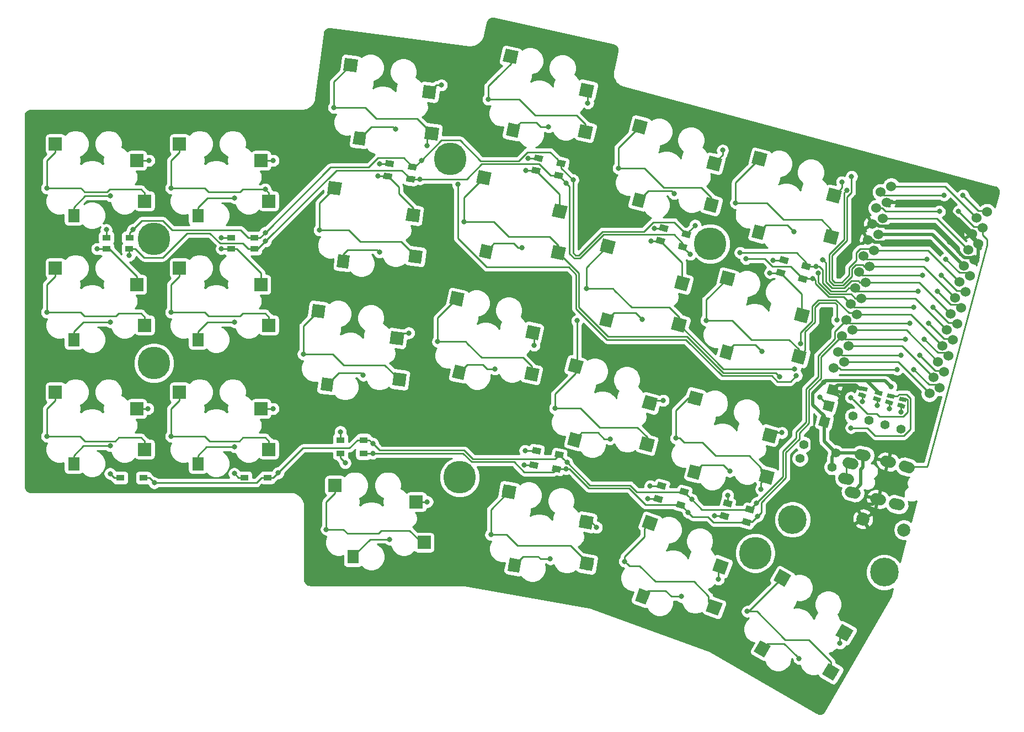
<source format=gtl>
G04 #@! TF.GenerationSoftware,KiCad,Pcbnew,(5.1.2)-1*
G04 #@! TF.CreationDate,2019-05-17T22:53:05+09:00*
G04 #@! TF.ProjectId,adelie,6164656c-6965-42e6-9b69-6361645f7063,rev?*
G04 #@! TF.SameCoordinates,Original*
G04 #@! TF.FileFunction,Copper,L1,Top*
G04 #@! TF.FilePolarity,Positive*
%FSLAX46Y46*%
G04 Gerber Fmt 4.6, Leading zero omitted, Abs format (unit mm)*
G04 Created by KiCad (PCBNEW (5.1.2)-1) date 2019-05-17 22:53:05*
%MOMM*%
%LPD*%
G04 APERTURE LIST*
%ADD10C,2.000000*%
%ADD11C,0.100000*%
%ADD12C,1.800000*%
%ADD13R,1.300000X0.950000*%
%ADD14C,4.400000*%
%ADD15C,5.000000*%
%ADD16C,0.950000*%
%ADD17C,1.700000*%
%ADD18C,1.700000*%
%ADD19C,1.524000*%
%ADD20C,1.397000*%
%ADD21C,0.635000*%
%ADD22R,2.000000X2.000000*%
%ADD23R,1.800000X2.000000*%
%ADD24C,0.800000*%
%ADD25C,0.250000*%
%ADD26C,0.500000*%
%ADD27C,0.254000*%
G04 APERTURE END LIST*
D10*
X190517681Y-142111087D03*
D11*
G36*
X191799394Y-141513415D02*
G01*
X191115353Y-143392800D01*
X189235968Y-142708759D01*
X189920009Y-140829374D01*
X191799394Y-141513415D01*
X191799394Y-141513415D01*
G37*
D12*
X179522587Y-140450391D03*
D11*
G36*
X180710331Y-139818517D02*
G01*
X180026290Y-141697902D01*
X178334843Y-141082265D01*
X179018884Y-139202880D01*
X180710331Y-139818517D01*
X180710331Y-139818517D01*
G37*
D10*
X191524255Y-135836981D03*
D11*
G36*
X192805968Y-135239309D02*
G01*
X192121927Y-137118694D01*
X190242542Y-136434653D01*
X190926583Y-134555268D01*
X192805968Y-135239309D01*
X192805968Y-135239309D01*
G37*
D10*
X180646829Y-129174910D03*
D11*
G36*
X181928542Y-128577238D02*
G01*
X181244501Y-130456623D01*
X179365116Y-129772582D01*
X180049157Y-127893197D01*
X181928542Y-128577238D01*
X181928542Y-128577238D01*
G37*
D10*
X192560782Y-91636545D03*
D11*
G36*
X193785527Y-90929438D02*
G01*
X193267889Y-92861290D01*
X191336037Y-92343652D01*
X191853675Y-90411800D01*
X193785527Y-90929438D01*
X193785527Y-90929438D01*
G37*
D10*
X203977455Y-97325235D03*
D11*
G36*
X205202200Y-96618128D02*
G01*
X204684562Y-98549980D01*
X202752710Y-98032342D01*
X203270348Y-96100490D01*
X205202200Y-96618128D01*
X205202200Y-96618128D01*
G37*
D12*
X192423541Y-102967104D03*
D11*
G36*
X193551693Y-102234115D02*
G01*
X193034055Y-104165967D01*
X191295389Y-103700093D01*
X191813027Y-101768241D01*
X193551693Y-102234115D01*
X193551693Y-102234115D01*
G37*
D10*
X203521535Y-103663195D03*
D11*
G36*
X204746280Y-102956088D02*
G01*
X204228642Y-104887940D01*
X202296790Y-104370302D01*
X202814428Y-102438450D01*
X204746280Y-102956088D01*
X204746280Y-102956088D01*
G37*
D10*
X169240560Y-105098599D03*
D11*
G36*
X170465305Y-104391492D02*
G01*
X169947667Y-106323344D01*
X168015815Y-105805706D01*
X168533453Y-103873854D01*
X170465305Y-104391492D01*
X170465305Y-104391492D01*
G37*
D10*
X180657233Y-110787289D03*
D11*
G36*
X181881978Y-110080182D02*
G01*
X181364340Y-112012034D01*
X179432488Y-111494396D01*
X179950126Y-109562544D01*
X181881978Y-110080182D01*
X181881978Y-110080182D01*
G37*
D12*
X169103319Y-116429158D03*
D11*
G36*
X170231471Y-115696169D02*
G01*
X169713833Y-117628021D01*
X167975167Y-117162147D01*
X168492805Y-115230295D01*
X170231471Y-115696169D01*
X170231471Y-115696169D01*
G37*
D10*
X180201313Y-117125249D03*
D11*
G36*
X181426058Y-116418142D02*
G01*
X180908420Y-118349994D01*
X178976568Y-117832356D01*
X179494206Y-115900504D01*
X181426058Y-116418142D01*
X181426058Y-116418142D01*
G37*
D10*
X162521647Y-106294077D03*
D11*
G36*
X163714383Y-105534221D02*
G01*
X163281503Y-107486813D01*
X161328911Y-107053933D01*
X161761791Y-105101341D01*
X163714383Y-105534221D01*
X163714383Y-105534221D01*
G37*
D12*
X151403853Y-106082737D03*
D11*
G36*
X152498959Y-105301237D02*
G01*
X152066080Y-107253829D01*
X150308747Y-106864237D01*
X150741626Y-104911645D01*
X152498959Y-105301237D01*
X152498959Y-105301237D01*
G37*
D10*
X162700675Y-99942262D03*
D11*
G36*
X163893411Y-99182406D02*
G01*
X163460531Y-101134998D01*
X161507939Y-100702118D01*
X161940819Y-98749526D01*
X163893411Y-99182406D01*
X163893411Y-99182406D01*
G37*
D10*
X151046732Y-94756975D03*
D11*
G36*
X152239468Y-93997119D02*
G01*
X151806588Y-95949711D01*
X149853996Y-95516831D01*
X150286876Y-93564239D01*
X152239468Y-93997119D01*
X152239468Y-93997119D01*
G37*
D13*
X136695480Y-118491740D03*
X133145480Y-118491740D03*
D14*
X216604800Y-136749260D03*
X202533200Y-128656820D03*
D15*
X151458140Y-122168920D03*
X149983140Y-73279740D03*
X196822540Y-133802120D03*
X189913740Y-86329520D03*
X104544340Y-104642920D03*
X104544340Y-85592920D03*
D13*
X100779880Y-85403160D03*
X97229880Y-85403160D03*
X116371320Y-85393000D03*
X119921320Y-85393000D03*
D16*
X140687145Y-74036116D03*
D11*
G36*
X141393584Y-73650022D02*
G01*
X141269584Y-74591894D01*
X139980706Y-74422210D01*
X140104706Y-73480338D01*
X141393584Y-73650022D01*
X141393584Y-73650022D01*
G37*
D16*
X144206775Y-74499484D03*
D11*
G36*
X144913214Y-74113390D02*
G01*
X144789214Y-75055262D01*
X143500336Y-74885578D01*
X143624336Y-73943706D01*
X144913214Y-74113390D01*
X144913214Y-74113390D01*
G37*
D16*
X167037990Y-73951580D03*
D11*
G36*
X167775391Y-73628525D02*
G01*
X167569774Y-74556006D01*
X166300589Y-74274635D01*
X166506206Y-73347154D01*
X167775391Y-73628525D01*
X167775391Y-73628525D01*
G37*
D16*
X163572140Y-73183220D03*
D11*
G36*
X164309541Y-72860165D02*
G01*
X164103924Y-73787646D01*
X162834739Y-73506275D01*
X163040356Y-72578794D01*
X164309541Y-72860165D01*
X164309541Y-72860165D01*
G37*
D16*
X182792302Y-83953156D03*
D11*
G36*
X183543093Y-83662574D02*
G01*
X183297215Y-84580203D01*
X182041511Y-84243738D01*
X182287389Y-83326109D01*
X183543093Y-83662574D01*
X183543093Y-83662574D01*
G37*
D16*
X186221338Y-84871964D03*
D11*
G36*
X186972129Y-84581382D02*
G01*
X186726251Y-85499011D01*
X185470547Y-85162546D01*
X185716425Y-84244917D01*
X186972129Y-84581382D01*
X186972129Y-84581382D01*
G37*
D16*
X204636338Y-89771624D03*
D11*
G36*
X205387129Y-89481042D02*
G01*
X205141251Y-90398671D01*
X203885547Y-90062206D01*
X204131425Y-89144577D01*
X205387129Y-89481042D01*
X205387129Y-89481042D01*
G37*
D16*
X201207302Y-88852816D03*
D11*
G36*
X201958093Y-88562234D02*
G01*
X201712215Y-89479863D01*
X200456511Y-89143398D01*
X200702389Y-88225769D01*
X201958093Y-88562234D01*
X201958093Y-88562234D01*
G37*
D13*
X100778260Y-87110040D03*
X97228260Y-87110040D03*
X119914620Y-87089720D03*
X116364620Y-87089720D03*
D16*
X143947695Y-76391784D03*
D11*
G36*
X144654134Y-76005690D02*
G01*
X144530134Y-76947562D01*
X143241256Y-76777878D01*
X143365256Y-75836006D01*
X144654134Y-76005690D01*
X144654134Y-76005690D01*
G37*
D16*
X140428065Y-75928416D03*
D11*
G36*
X141134504Y-75542322D02*
G01*
X141010504Y-76484194D01*
X139721626Y-76314510D01*
X139845626Y-75372638D01*
X141134504Y-75542322D01*
X141134504Y-75542322D01*
G37*
D16*
X163162555Y-75052020D03*
D11*
G36*
X163899956Y-74728965D02*
G01*
X163694339Y-75656446D01*
X162425154Y-75375075D01*
X162630771Y-74447594D01*
X163899956Y-74728965D01*
X163899956Y-74728965D01*
G37*
D16*
X166628405Y-75820380D03*
D11*
G36*
X167365806Y-75497325D02*
G01*
X167160189Y-76424806D01*
X165891004Y-76143435D01*
X166096621Y-75215954D01*
X167365806Y-75497325D01*
X167365806Y-75497325D01*
G37*
D16*
X185693018Y-86815064D03*
D11*
G36*
X186443809Y-86524482D02*
G01*
X186197931Y-87442111D01*
X184942227Y-87105646D01*
X185188105Y-86188017D01*
X186443809Y-86524482D01*
X186443809Y-86524482D01*
G37*
D16*
X182263982Y-85896256D03*
D11*
G36*
X183014773Y-85605674D02*
G01*
X182768895Y-86523303D01*
X181513191Y-86186838D01*
X181759069Y-85269209D01*
X183014773Y-85605674D01*
X183014773Y-85605674D01*
G37*
D16*
X200706182Y-90782476D03*
D11*
G36*
X201456973Y-90491894D02*
G01*
X201211095Y-91409523D01*
X199955391Y-91073058D01*
X200201269Y-90155429D01*
X201456973Y-90491894D01*
X201456973Y-90491894D01*
G37*
D16*
X204135218Y-91701284D03*
D11*
G36*
X204886009Y-91410702D02*
G01*
X204640131Y-92328331D01*
X203384427Y-91991866D01*
X203630305Y-91074237D01*
X204886009Y-91410702D01*
X204886009Y-91410702D01*
G37*
D13*
X99379180Y-122258560D03*
X102929180Y-122258560D03*
X121963940Y-122225540D03*
X118413940Y-122225540D03*
X133145480Y-116439420D03*
X136695480Y-116439420D03*
D16*
X166734440Y-118687320D03*
D11*
G36*
X167457048Y-118332408D02*
G01*
X167292082Y-119267975D01*
X166011832Y-119042232D01*
X166176798Y-118106665D01*
X167457048Y-118332408D01*
X167457048Y-118332408D01*
G37*
D16*
X163238372Y-118070868D03*
D11*
G36*
X163960980Y-117715956D02*
G01*
X163796014Y-118651523D01*
X162515764Y-118425780D01*
X162680730Y-117490213D01*
X163960980Y-117715956D01*
X163960980Y-117715956D01*
G37*
D16*
X185896218Y-124399444D03*
D11*
G36*
X186647009Y-124108862D02*
G01*
X186401131Y-125026491D01*
X185145427Y-124690026D01*
X185391305Y-123772397D01*
X186647009Y-124108862D01*
X186647009Y-124108862D01*
G37*
D16*
X182467182Y-123480636D03*
D11*
G36*
X183217973Y-123190054D02*
G01*
X182972095Y-124107683D01*
X181716391Y-123771218D01*
X181962269Y-122853589D01*
X183217973Y-123190054D01*
X183217973Y-123190054D01*
G37*
D16*
X192583984Y-126191152D03*
D11*
G36*
X193334775Y-125900570D02*
G01*
X193088897Y-126818199D01*
X191833193Y-126481734D01*
X192079071Y-125564105D01*
X193334775Y-125900570D01*
X193334775Y-125900570D01*
G37*
D16*
X196013020Y-127109960D03*
D11*
G36*
X196763811Y-126819378D02*
G01*
X196517933Y-127737007D01*
X195262229Y-127400542D01*
X195508107Y-126482913D01*
X196763811Y-126819378D01*
X196763811Y-126819378D01*
G37*
D16*
X162845186Y-120266314D03*
D11*
G36*
X163567794Y-119911402D02*
G01*
X163402828Y-120846969D01*
X162122578Y-120621226D01*
X162287544Y-119685659D01*
X163567794Y-119911402D01*
X163567794Y-119911402D01*
G37*
D16*
X166341254Y-120882766D03*
D11*
G36*
X167063862Y-120527854D02*
G01*
X166898896Y-121463421D01*
X165618646Y-121237678D01*
X165783612Y-120302111D01*
X167063862Y-120527854D01*
X167063862Y-120527854D01*
G37*
D16*
X181941402Y-125471996D03*
D11*
G36*
X182692193Y-125181414D02*
G01*
X182446315Y-126099043D01*
X181190611Y-125762578D01*
X181436489Y-124844949D01*
X182692193Y-125181414D01*
X182692193Y-125181414D01*
G37*
D16*
X185370438Y-126390804D03*
D11*
G36*
X186121229Y-126100222D02*
G01*
X185875351Y-127017851D01*
X184619647Y-126681386D01*
X184865525Y-125763757D01*
X186121229Y-126100222D01*
X186121229Y-126100222D01*
G37*
D16*
X195512658Y-129034944D03*
D11*
G36*
X196263449Y-128744362D02*
G01*
X196017571Y-129661991D01*
X194761867Y-129325526D01*
X195007745Y-128407897D01*
X196263449Y-128744362D01*
X196263449Y-128744362D01*
G37*
D16*
X192083622Y-128116136D03*
D11*
G36*
X192834413Y-127825554D02*
G01*
X192588535Y-128743183D01*
X191332831Y-128406718D01*
X191578709Y-127489089D01*
X192834413Y-127825554D01*
X192834413Y-127825554D01*
G37*
D17*
X213321312Y-118753408D03*
D18*
X213707682Y-118856936D02*
X212934942Y-118649880D01*
D17*
X210785384Y-122422068D03*
D18*
X211171754Y-122525596D02*
X210399014Y-122318540D01*
D17*
X220082793Y-120565142D03*
D18*
X220469163Y-120668670D02*
X219696423Y-120461614D01*
D17*
X217185016Y-119788685D03*
D18*
X217571386Y-119892213D02*
X216798646Y-119685157D01*
D17*
X218542820Y-126312400D03*
D18*
X218929190Y-126415928D02*
X218156450Y-126208872D01*
D17*
X215645042Y-125535943D03*
D18*
X216031412Y-125639471D02*
X215258672Y-125432415D01*
D17*
X211781339Y-124500667D03*
D18*
X212167709Y-124604195D02*
X211394969Y-124397139D01*
D17*
X211419490Y-120055550D03*
D18*
X211805860Y-120159078D02*
X211033120Y-119952022D01*
D19*
X208722261Y-108743597D03*
D11*
G36*
X207789005Y-109282412D02*
G01*
X208183446Y-107810341D01*
X209655517Y-108204782D01*
X209261076Y-109676853D01*
X207789005Y-109282412D01*
X207789005Y-109282412D01*
G37*
D19*
X208064861Y-111197049D03*
D11*
G36*
X207131605Y-111735864D02*
G01*
X207526046Y-110263793D01*
X208998117Y-110658234D01*
X208603676Y-112130305D01*
X207131605Y-111735864D01*
X207131605Y-111735864D01*
G37*
D19*
X207407460Y-113650500D03*
D11*
G36*
X206474204Y-114189315D02*
G01*
X206868645Y-112717244D01*
X208340716Y-113111685D01*
X207946275Y-114583756D01*
X206474204Y-114189315D01*
X206474204Y-114189315D01*
G37*
D20*
X211783517Y-112792159D03*
X214236969Y-113449559D03*
X216690420Y-114106960D03*
X219143872Y-114764360D03*
D21*
X219509820Y-110215680D03*
D11*
G36*
X219979672Y-110670277D02*
G01*
X218875618Y-110374446D01*
X219039968Y-109761083D01*
X220144022Y-110056914D01*
X219979672Y-110670277D01*
X219979672Y-110670277D01*
G37*
D21*
X219250804Y-111182340D03*
D11*
G36*
X219720656Y-111636937D02*
G01*
X218616602Y-111341106D01*
X218780952Y-110727743D01*
X219885006Y-111023574D01*
X219720656Y-111636937D01*
X219720656Y-111636937D01*
G37*
D21*
X217378824Y-110679420D03*
D11*
G36*
X217848676Y-111134017D02*
G01*
X216744622Y-110838186D01*
X216908972Y-110224823D01*
X218013026Y-110520654D01*
X217848676Y-111134017D01*
X217848676Y-111134017D01*
G37*
D21*
X217637840Y-109712760D03*
D11*
G36*
X218107692Y-110167357D02*
G01*
X217003638Y-109871526D01*
X217167988Y-109258163D01*
X218272042Y-109553994D01*
X218107692Y-110167357D01*
X218107692Y-110167357D01*
G37*
D21*
X215763320Y-109210920D03*
D11*
G36*
X216233172Y-109665517D02*
G01*
X215129118Y-109369686D01*
X215293468Y-108756323D01*
X216397522Y-109052154D01*
X216233172Y-109665517D01*
X216233172Y-109665517D01*
G37*
D21*
X215504304Y-110177580D03*
D11*
G36*
X215974156Y-110632177D02*
G01*
X214870102Y-110336346D01*
X215034452Y-109722983D01*
X216138506Y-110018814D01*
X215974156Y-110632177D01*
X215974156Y-110632177D01*
G37*
D21*
X213233512Y-109566170D03*
D11*
G36*
X213703364Y-110020767D02*
G01*
X212599310Y-109724936D01*
X212763660Y-109111573D01*
X213867714Y-109407404D01*
X213703364Y-110020767D01*
X213703364Y-110020767D01*
G37*
D21*
X213492528Y-108599510D03*
D11*
G36*
X213962380Y-109054107D02*
G01*
X212858326Y-108758276D01*
X213022676Y-108144913D01*
X214126730Y-108440744D01*
X213962380Y-109054107D01*
X213962380Y-109054107D01*
G37*
D20*
X209175300Y-118430780D03*
X204268396Y-117115980D03*
X203689276Y-119274980D03*
X208596180Y-120589780D03*
D10*
X219624679Y-130239662D03*
X213346161Y-128557338D03*
D19*
X217679349Y-77504074D03*
X217021948Y-79957526D03*
X216364548Y-82410977D03*
X215707147Y-84864429D03*
X215049747Y-87317881D03*
X214392347Y-89771332D03*
X213734946Y-92224784D03*
X213077546Y-94678235D03*
X212420146Y-97131687D03*
X211762745Y-99585139D03*
X211105345Y-102038590D03*
X210447944Y-104492042D03*
X225149336Y-108431268D03*
X225806736Y-105977816D03*
X226464136Y-103524364D03*
X227121537Y-101070913D03*
X227778937Y-98617461D03*
X228436337Y-96164010D03*
X229093738Y-93710558D03*
X229751138Y-91257106D03*
X230408539Y-88803655D03*
X231065939Y-86350203D03*
X231723339Y-83896752D03*
X232380740Y-81443300D03*
X216069444Y-78387502D03*
X215412044Y-80840954D03*
X214754644Y-83294406D03*
X214097243Y-85747857D03*
X213439843Y-88201309D03*
X212782442Y-90654760D03*
X212125042Y-93108212D03*
X211467642Y-95561664D03*
X210810241Y-98015115D03*
X210152841Y-100468567D03*
X209495441Y-102922018D03*
X208838040Y-105375470D03*
X223558750Y-109319872D03*
X224216150Y-106866421D03*
X224873551Y-104412969D03*
X225530951Y-101959517D03*
X226188351Y-99506066D03*
X226845752Y-97052614D03*
X227503152Y-94599163D03*
X228160552Y-92145711D03*
X228817953Y-89692259D03*
X229475353Y-87238808D03*
X230132754Y-84785356D03*
X230790154Y-82331905D03*
D22*
X103132040Y-79775540D03*
D23*
X92232040Y-81975540D03*
D22*
X101932040Y-73535540D03*
X89432040Y-70995540D03*
X108482040Y-70995540D03*
X120982040Y-73535540D03*
D23*
X111282040Y-81975540D03*
D22*
X122182040Y-79775540D03*
D10*
X147179118Y-69382365D03*
D11*
G36*
X148301089Y-68521446D02*
G01*
X148040037Y-70504336D01*
X146057147Y-70243284D01*
X146318199Y-68260394D01*
X148301089Y-68521446D01*
X148301089Y-68521446D01*
G37*
D12*
X136085212Y-70140808D03*
D11*
G36*
X137108039Y-69266837D02*
G01*
X136846986Y-71249726D01*
X135062385Y-71014779D01*
X135323438Y-69031890D01*
X137108039Y-69266837D01*
X137108039Y-69266837D01*
G37*
D10*
X146803868Y-63039118D03*
D11*
G36*
X147925839Y-62178199D02*
G01*
X147664787Y-64161089D01*
X145681897Y-63900037D01*
X145942949Y-61917147D01*
X147925839Y-62178199D01*
X147925839Y-62178199D01*
G37*
D10*
X134742344Y-58889270D03*
D11*
G36*
X135864315Y-58028351D02*
G01*
X135603263Y-60011241D01*
X133620373Y-59750189D01*
X133881425Y-57767299D01*
X135864315Y-58028351D01*
X135864315Y-58028351D01*
G37*
D10*
X159286492Y-57581535D03*
D11*
G36*
X160479228Y-56821679D02*
G01*
X160046348Y-58774271D01*
X158093756Y-58341391D01*
X158526636Y-56388799D01*
X160479228Y-56821679D01*
X160479228Y-56821679D01*
G37*
D10*
X170940435Y-62766822D03*
D11*
G36*
X172133171Y-62006966D02*
G01*
X171700291Y-63959558D01*
X169747699Y-63526678D01*
X170180579Y-61574086D01*
X172133171Y-62006966D01*
X172133171Y-62006966D01*
G37*
D12*
X159643613Y-68907297D03*
D11*
G36*
X160738719Y-68125797D02*
G01*
X160305840Y-70078389D01*
X158548507Y-69688797D01*
X158981386Y-67736205D01*
X160738719Y-68125797D01*
X160738719Y-68125797D01*
G37*
D10*
X170761407Y-69118637D03*
D11*
G36*
X171954143Y-68358781D02*
G01*
X171521263Y-70311373D01*
X169568671Y-69878493D01*
X170001551Y-67925901D01*
X171954143Y-68358781D01*
X171954143Y-68358781D01*
G37*
D10*
X190059053Y-80338429D03*
D11*
G36*
X191283798Y-79631322D02*
G01*
X190766160Y-81563174D01*
X188834308Y-81045536D01*
X189351946Y-79113684D01*
X191283798Y-79631322D01*
X191283798Y-79631322D01*
G37*
D12*
X178961059Y-79642338D03*
D11*
G36*
X180089211Y-78909349D02*
G01*
X179571573Y-80841201D01*
X177832907Y-80375327D01*
X178350545Y-78443475D01*
X180089211Y-78909349D01*
X180089211Y-78909349D01*
G37*
D10*
X190514973Y-74000469D03*
D11*
G36*
X191739718Y-73293362D02*
G01*
X191222080Y-75225214D01*
X189290228Y-74707576D01*
X189807866Y-72775724D01*
X191739718Y-73293362D01*
X191739718Y-73293362D01*
G37*
D10*
X179098300Y-68311779D03*
D11*
G36*
X180323045Y-67604672D02*
G01*
X179805407Y-69536524D01*
X177873555Y-69018886D01*
X178391193Y-67087034D01*
X180323045Y-67604672D01*
X180323045Y-67604672D01*
G37*
D10*
X197487900Y-73239379D03*
D11*
G36*
X198712645Y-72532272D02*
G01*
X198195007Y-74464124D01*
X196263155Y-73946486D01*
X196780793Y-72014634D01*
X198712645Y-72532272D01*
X198712645Y-72532272D01*
G37*
D10*
X208904573Y-78928069D03*
D11*
G36*
X210129318Y-78220962D02*
G01*
X209611680Y-80152814D01*
X207679828Y-79635176D01*
X208197466Y-77703324D01*
X210129318Y-78220962D01*
X210129318Y-78220962D01*
G37*
D12*
X197350659Y-84569938D03*
D11*
G36*
X198478811Y-83836949D02*
G01*
X197961173Y-85768801D01*
X196222507Y-85302927D01*
X196740145Y-83371075D01*
X198478811Y-83836949D01*
X198478811Y-83836949D01*
G37*
D10*
X208448653Y-85266029D03*
D11*
G36*
X209673398Y-84558922D02*
G01*
X209155760Y-86490774D01*
X207223908Y-85973136D01*
X207741546Y-84041284D01*
X209673398Y-84558922D01*
X209673398Y-84558922D01*
G37*
D22*
X89432040Y-90045540D03*
X101932040Y-92585540D03*
D23*
X92232040Y-101025540D03*
D22*
X103132040Y-98825540D03*
X122182040Y-98825540D03*
D23*
X111282040Y-101025540D03*
D22*
X120982040Y-92585540D03*
X108482040Y-90045540D03*
D10*
X132255684Y-77769090D03*
D11*
G36*
X133377655Y-76908171D02*
G01*
X133116603Y-78891061D01*
X131133713Y-78630009D01*
X131394765Y-76647119D01*
X133377655Y-76908171D01*
X133377655Y-76908171D01*
G37*
D10*
X144317208Y-81918938D03*
D11*
G36*
X145439179Y-81058019D02*
G01*
X145178127Y-83040909D01*
X143195237Y-82779857D01*
X143456289Y-80796967D01*
X145439179Y-81058019D01*
X145439179Y-81058019D01*
G37*
D12*
X133598552Y-89020628D03*
D11*
G36*
X134621379Y-88146657D02*
G01*
X134360326Y-90129546D01*
X132575725Y-89894599D01*
X132836778Y-87911710D01*
X134621379Y-88146657D01*
X134621379Y-88146657D01*
G37*
D10*
X144692458Y-88262185D03*
D11*
G36*
X145814429Y-87401266D02*
G01*
X145553377Y-89384156D01*
X143570487Y-89123104D01*
X143831539Y-87140214D01*
X145814429Y-87401266D01*
X145814429Y-87401266D01*
G37*
D10*
X155164072Y-76174335D03*
D11*
G36*
X156356808Y-75414479D02*
G01*
X155923928Y-77367071D01*
X153971336Y-76934191D01*
X154404216Y-74981599D01*
X156356808Y-75414479D01*
X156356808Y-75414479D01*
G37*
D10*
X166818015Y-81359622D03*
D11*
G36*
X168010751Y-80599766D02*
G01*
X167577871Y-82552358D01*
X165625279Y-82119478D01*
X166058159Y-80166886D01*
X168010751Y-80599766D01*
X168010751Y-80599766D01*
G37*
D12*
X155521193Y-87500097D03*
D11*
G36*
X156616299Y-86718597D02*
G01*
X156183420Y-88671189D01*
X154426087Y-88281597D01*
X154858966Y-86329005D01*
X156616299Y-86718597D01*
X156616299Y-86718597D01*
G37*
D10*
X166638987Y-87711437D03*
D11*
G36*
X167831723Y-86951581D02*
G01*
X167398843Y-88904173D01*
X165446251Y-88471293D01*
X165879131Y-86518701D01*
X167831723Y-86951581D01*
X167831723Y-86951581D01*
G37*
D10*
X185128913Y-98733109D03*
D11*
G36*
X186353658Y-98026002D02*
G01*
X185836020Y-99957854D01*
X183904168Y-99440216D01*
X184421806Y-97508364D01*
X186353658Y-98026002D01*
X186353658Y-98026002D01*
G37*
D12*
X174030919Y-98037018D03*
D11*
G36*
X175159071Y-97304029D02*
G01*
X174641433Y-99235881D01*
X172902767Y-98770007D01*
X173420405Y-96838155D01*
X175159071Y-97304029D01*
X175159071Y-97304029D01*
G37*
D10*
X185584833Y-92395149D03*
D11*
G36*
X186809578Y-91688042D02*
G01*
X186291940Y-93619894D01*
X184360088Y-93102256D01*
X184877726Y-91170404D01*
X186809578Y-91688042D01*
X186809578Y-91688042D01*
G37*
D10*
X174168160Y-86706459D03*
D11*
G36*
X175392905Y-85999352D02*
G01*
X174875267Y-87931204D01*
X172943415Y-87413566D01*
X173461053Y-85481714D01*
X175392905Y-85999352D01*
X175392905Y-85999352D01*
G37*
D22*
X103132040Y-117875540D03*
D23*
X92232040Y-120075540D03*
D22*
X101932040Y-111635540D03*
X89432040Y-109095540D03*
X108482040Y-109095540D03*
X120982040Y-111635540D03*
D23*
X111282040Y-120075540D03*
D22*
X122182040Y-117875540D03*
D10*
X142203258Y-107157245D03*
D11*
G36*
X143325229Y-106296326D02*
G01*
X143064177Y-108279216D01*
X141081287Y-108018164D01*
X141342339Y-106035274D01*
X143325229Y-106296326D01*
X143325229Y-106296326D01*
G37*
D12*
X131109352Y-107915688D03*
D11*
G36*
X132132179Y-107041717D02*
G01*
X131871126Y-109024606D01*
X130086525Y-108789659D01*
X130347578Y-106806770D01*
X132132179Y-107041717D01*
X132132179Y-107041717D01*
G37*
D10*
X141828008Y-100813998D03*
D11*
G36*
X142949979Y-99953079D02*
G01*
X142688927Y-101935969D01*
X140706037Y-101674917D01*
X140967089Y-99692027D01*
X142949979Y-99953079D01*
X142949979Y-99953079D01*
G37*
D10*
X129766484Y-96664150D03*
D11*
G36*
X130888455Y-95803231D02*
G01*
X130627403Y-97786121D01*
X128644513Y-97525069D01*
X128905565Y-95542179D01*
X130888455Y-95803231D01*
X130888455Y-95803231D01*
G37*
D10*
X198591395Y-122068035D03*
D11*
G36*
X199816140Y-121360928D02*
G01*
X199298502Y-123292780D01*
X197366650Y-122775142D01*
X197884288Y-120843290D01*
X199816140Y-121360928D01*
X199816140Y-121360928D01*
G37*
D12*
X187493401Y-121371944D03*
D11*
G36*
X188621553Y-120638955D02*
G01*
X188103915Y-122570807D01*
X186365249Y-122104933D01*
X186882887Y-120173081D01*
X188621553Y-120638955D01*
X188621553Y-120638955D01*
G37*
D10*
X199047315Y-115730075D03*
D11*
G36*
X200272060Y-115022968D02*
G01*
X199754422Y-116954820D01*
X197822570Y-116437182D01*
X198340208Y-114505330D01*
X200272060Y-115022968D01*
X200272060Y-115022968D01*
G37*
D10*
X187630642Y-110041385D03*
D11*
G36*
X188855387Y-109334278D02*
G01*
X188337749Y-111266130D01*
X186405897Y-110748492D01*
X186923535Y-108816640D01*
X188855387Y-109334278D01*
X188855387Y-109334278D01*
G37*
D22*
X146002400Y-132175100D03*
D23*
X135102400Y-134375100D03*
D22*
X144802400Y-125935100D03*
X132302400Y-123395100D03*
D10*
X159009655Y-124377057D03*
D11*
G36*
X160168111Y-123565897D02*
G01*
X159820815Y-125535513D01*
X157851199Y-125188217D01*
X158198495Y-123218601D01*
X160168111Y-123565897D01*
X160168111Y-123565897D01*
G37*
D10*
X170878686Y-129049071D03*
D11*
G36*
X172037142Y-128237911D02*
G01*
X171689846Y-130207527D01*
X169720230Y-129860231D01*
X170067526Y-127890615D01*
X172037142Y-128237911D01*
X172037142Y-128237911D01*
G37*
D12*
X159860460Y-135676461D03*
D11*
G36*
X160920435Y-134847937D02*
G01*
X160573139Y-136817552D01*
X158800485Y-136504985D01*
X159147781Y-134535370D01*
X160920435Y-134847937D01*
X160920435Y-134847937D01*
G37*
D10*
X170976891Y-135402649D03*
D11*
G36*
X172135347Y-134591489D02*
G01*
X171788051Y-136561105D01*
X169818435Y-136213809D01*
X170165731Y-134244193D01*
X172135347Y-134591489D01*
X172135347Y-134591489D01*
G37*
D10*
X200960763Y-137592621D03*
D11*
G36*
X202326788Y-137226596D02*
G01*
X201326788Y-138958646D01*
X199594738Y-137958646D01*
X200594738Y-136226596D01*
X202326788Y-137226596D01*
X202326788Y-137226596D01*
G37*
D10*
X210516080Y-146042325D03*
D11*
G36*
X211882105Y-145676300D02*
G01*
X210882105Y-147408350D01*
X209150055Y-146408350D01*
X210150055Y-144676300D01*
X211882105Y-145676300D01*
X211882105Y-145676300D01*
G37*
D12*
X197895634Y-148501580D03*
D11*
G36*
X199175057Y-148085555D02*
G01*
X198175057Y-149817605D01*
X196616211Y-148917605D01*
X197616211Y-147185555D01*
X199175057Y-148085555D01*
X199175057Y-148085555D01*
G37*
D10*
X208435311Y-152046324D03*
D11*
G36*
X209801336Y-151680299D02*
G01*
X208801336Y-153412349D01*
X207069286Y-152412349D01*
X208069286Y-150680299D01*
X209801336Y-151680299D01*
X209801336Y-151680299D01*
G37*
D24*
X101287790Y-84170250D03*
X121610030Y-84604290D03*
X145568539Y-73513339D03*
X187588783Y-83504519D03*
X206109856Y-89771624D03*
X221821074Y-93591234D03*
X224734454Y-93591234D03*
X168855928Y-76527812D03*
X194502819Y-87685521D03*
X97229880Y-84161100D03*
X97832040Y-78966540D03*
X103783080Y-73536280D03*
X114915900Y-85393000D03*
X116882040Y-79274538D03*
X122840700Y-73533740D03*
X139142420Y-74036660D03*
X141637303Y-68745068D03*
X148656343Y-61972577D03*
X161974480Y-73180680D03*
X165110871Y-68370690D03*
X171130125Y-64724340D03*
X181308960Y-83955360D03*
X184370244Y-78611439D03*
X191814400Y-71973007D03*
X199548700Y-88855020D03*
X202759844Y-84457127D03*
X210145580Y-76842187D03*
X95817640Y-87110040D03*
X97832040Y-98324538D03*
X100778260Y-88108260D03*
X121648835Y-85933415D03*
X145385196Y-76391784D03*
X186839987Y-87962033D03*
X205610216Y-91701284D03*
X221162634Y-96044686D03*
X224069860Y-96043220D03*
X167803782Y-76995758D03*
X195407082Y-88614842D03*
X114915900Y-87092260D03*
X116882040Y-98324538D03*
X138895496Y-75928416D03*
X139150643Y-87624888D03*
X161580780Y-75052660D03*
X160988451Y-86963490D03*
X180808580Y-85898460D03*
X179440104Y-97924207D03*
X199071180Y-90780340D03*
X197832726Y-102854293D03*
X97832040Y-117335860D03*
X103628140Y-111633740D03*
X97832040Y-121611420D03*
X138123840Y-116967780D03*
X167923160Y-119876040D03*
X220506240Y-98496860D03*
X223414540Y-98496860D03*
X123592730Y-121496750D03*
X104596161Y-123025541D03*
X187072397Y-125575623D03*
X197027750Y-126095230D03*
X116882040Y-117485720D03*
X122830540Y-111636280D03*
X116882040Y-121593640D03*
X136661443Y-106519948D03*
X143644818Y-100019838D03*
X133145480Y-115182120D03*
X156871111Y-105546130D03*
X162896500Y-101893645D03*
X161500896Y-118070868D03*
X174534495Y-116294355D03*
X182711040Y-110373900D03*
X180691740Y-123482840D03*
X192902586Y-121259133D03*
X200917760Y-115316740D03*
X192583984Y-124915436D03*
X138123880Y-118491740D03*
X167782574Y-120882766D03*
X219841849Y-100951589D03*
X222764300Y-100950500D03*
X186537727Y-127558093D03*
X197201966Y-128118566D03*
X140702400Y-131674098D03*
X146498260Y-125933940D03*
X133885340Y-119956600D03*
X161329320Y-120264660D03*
X165375383Y-134711942D03*
X172462140Y-129860780D03*
X185475518Y-140478938D03*
X191171386Y-137800542D03*
X180287880Y-125474200D03*
X207345197Y-107596377D03*
X217641120Y-108235220D03*
X225116340Y-81329000D03*
X228024640Y-81329000D03*
X223701560Y-86106740D03*
X224356880Y-83648020D03*
X226607320Y-86106740D03*
X227265180Y-83648020D03*
X205565960Y-114702060D03*
X210127800Y-110165620D03*
X225786900Y-78862660D03*
X228692660Y-78862660D03*
X206775946Y-109908134D03*
X213233480Y-110567680D03*
X215504272Y-111179788D03*
X217378760Y-111690360D03*
X219143872Y-112150288D03*
X222477977Y-91137783D03*
X225395740Y-91138480D03*
X211517559Y-114572899D03*
X223140220Y-88682300D03*
X226051060Y-88682300D03*
X211489240Y-109925595D03*
X211595582Y-75999742D03*
X88132040Y-115877640D03*
X88132040Y-96840340D03*
X88132040Y-77795420D03*
X121607039Y-77950539D03*
X210870581Y-78086859D03*
X107182040Y-115872560D03*
X107182040Y-96845420D03*
X107182040Y-77772560D03*
X203135180Y-106553740D03*
X151192180Y-77231980D03*
X146414440Y-71224880D03*
X207195201Y-88792621D03*
X131002400Y-130152200D03*
X132159931Y-65413389D03*
X129967092Y-84238148D03*
X127460960Y-103256820D03*
X200595180Y-106751860D03*
X206470200Y-90859080D03*
X156248815Y-130962635D03*
X148093380Y-101361980D03*
X155854530Y-64164770D03*
X152104040Y-82926660D03*
X202883098Y-105516798D03*
X203770180Y-101638840D03*
X169485260Y-98133640D03*
X175833715Y-74722899D03*
X166079120Y-111580400D03*
X176787760Y-135077940D03*
X170938140Y-93200960D03*
X197704189Y-123977669D03*
X193823316Y-80050498D03*
X209348020Y-98029500D03*
X189279480Y-98072680D03*
X195593521Y-142758501D03*
X184641440Y-116175260D03*
X218611400Y-105613940D03*
X221166640Y-105613940D03*
X219187980Y-103404140D03*
X222098820Y-103401600D03*
X203548136Y-149997818D03*
X209823719Y-147638959D03*
X190552356Y-128116136D03*
D25*
X100779880Y-84678160D02*
X100779880Y-85403160D01*
X102690121Y-82767919D02*
X101287790Y-84170250D01*
X105900341Y-82767919D02*
X102690121Y-82767919D01*
X107369341Y-84236919D02*
X105900341Y-82767919D01*
X117865239Y-84236919D02*
X107369341Y-84236919D01*
X119021320Y-85393000D02*
X117865239Y-84236919D01*
X119921320Y-85393000D02*
X119021320Y-85393000D01*
X101287790Y-84170250D02*
X100779880Y-84678160D01*
X120821320Y-85393000D02*
X121610030Y-84604290D01*
X119921320Y-85393000D02*
X120821320Y-85393000D01*
X161828374Y-72253784D02*
X165340194Y-72253784D01*
X166422315Y-73335905D02*
X167037990Y-73951580D01*
X160486424Y-73595734D02*
X161828374Y-72253784D01*
X165340194Y-72253784D02*
X166422315Y-73335905D01*
X148627139Y-70454739D02*
X151557419Y-70454739D01*
X151557419Y-70454739D02*
X154698414Y-73595734D01*
X154698414Y-73595734D02*
X160486424Y-73595734D01*
X145568539Y-73513339D02*
X148627139Y-70454739D01*
X144582394Y-74499484D02*
X145568539Y-73513339D01*
X144206775Y-74499484D02*
X144582394Y-74499484D01*
X187588783Y-83504519D02*
X187588783Y-83504519D01*
X186679883Y-84413419D02*
X186221338Y-84871964D01*
X187588783Y-83504519D02*
X186679883Y-84413419D01*
X204636338Y-89771624D02*
X206109856Y-89771624D01*
X212608064Y-93591234D02*
X221821074Y-93591234D01*
X212125042Y-93108212D02*
X212608064Y-93591234D01*
X221821074Y-93591234D02*
X221821074Y-93591234D01*
X227958491Y-95686164D02*
X228436337Y-96164010D01*
X226829384Y-95686164D02*
X227958491Y-95686164D01*
X224734454Y-93591234D02*
X226829384Y-95686164D01*
X167037990Y-74709874D02*
X167037990Y-73951580D01*
X168855928Y-76527812D02*
X167037990Y-74709874D01*
X206675541Y-89771624D02*
X206109856Y-89771624D01*
X207195201Y-90291284D02*
X206675541Y-89771624D01*
X211152690Y-93108212D02*
X210678522Y-93582380D01*
X212125042Y-93108212D02*
X211152690Y-93108212D01*
X210678522Y-93582380D02*
X208450131Y-93582381D01*
X208450131Y-93582381D02*
X207195200Y-92327450D01*
X207195200Y-92327450D02*
X207195201Y-91825711D01*
X207195201Y-91825711D02*
X207195201Y-90291284D01*
X203141990Y-87685521D02*
X194502819Y-87685521D01*
X204636338Y-89771624D02*
X204636338Y-89179869D01*
X204636338Y-89179869D02*
X203141990Y-87685521D01*
X194502819Y-87685521D02*
X194502819Y-87685521D01*
X168855928Y-82844558D02*
X168855928Y-76527812D01*
X168855928Y-87711198D02*
X168855928Y-82844558D01*
X169229700Y-88084970D02*
X168855928Y-87711198D01*
X184350473Y-83001099D02*
X181190219Y-83001099D01*
X186221338Y-84871964D02*
X184350473Y-83001099D01*
X181190219Y-83001099D02*
X179736115Y-84455203D01*
X179736115Y-84455203D02*
X173391517Y-84455204D01*
X173391517Y-84455204D02*
X169761751Y-88084970D01*
X169761751Y-88084970D02*
X169229700Y-88084970D01*
X131616702Y-74597618D02*
X121610030Y-84604290D01*
X137508460Y-74597618D02*
X131616702Y-74597618D01*
X138950750Y-73155328D02*
X137508460Y-74597618D01*
X144206775Y-74499484D02*
X142862619Y-73155328D01*
X142862619Y-73155328D02*
X138950750Y-73155328D01*
X97229880Y-85403160D02*
X97229880Y-84161100D01*
X97266355Y-78966540D02*
X97832040Y-78966540D01*
X93991040Y-78966540D02*
X97266355Y-78966540D01*
X92232040Y-80725540D02*
X93991040Y-78966540D01*
X92232040Y-81975540D02*
X92232040Y-80725540D01*
X101932040Y-73535540D02*
X103182040Y-73535540D01*
X103182780Y-73536280D02*
X103783080Y-73536280D01*
X103783080Y-73536280D02*
X103783080Y-73536280D01*
X114915900Y-85393000D02*
X116371320Y-85393000D01*
X116316355Y-79274538D02*
X116882040Y-79274538D01*
X112733042Y-79274538D02*
X116316355Y-79274538D01*
X111282040Y-80725540D02*
X112733042Y-79274538D01*
X111282040Y-81975540D02*
X111282040Y-80725540D01*
X120982040Y-73535540D02*
X122232040Y-73535540D01*
X122233840Y-73533740D02*
X122840700Y-73533740D01*
X122840700Y-73533740D02*
X122840700Y-73533740D01*
X140684061Y-74039200D02*
X140687145Y-74036116D01*
X139931537Y-74036116D02*
X139930993Y-74036660D01*
X140687145Y-74036116D02*
X139931537Y-74036116D01*
X139930993Y-74036660D02*
X139294820Y-74036660D01*
X139294820Y-74036660D02*
X139142420Y-74036660D01*
X139142420Y-74036660D02*
X139142420Y-74036660D01*
X141237304Y-68345069D02*
X141637303Y-68745068D01*
X137880951Y-68345069D02*
X141237304Y-68345069D01*
X136085212Y-70140808D02*
X137880951Y-68345069D01*
X147870409Y-61972577D02*
X146803868Y-63039118D01*
X148656343Y-61972577D02*
X147870409Y-61972577D01*
X162806359Y-73183220D02*
X162803819Y-73180680D01*
X163572140Y-73183220D02*
X162806359Y-73183220D01*
X162803819Y-73180680D02*
X161974480Y-73180680D01*
X161974480Y-73180680D02*
X161974480Y-73180680D01*
X160552731Y-67998179D02*
X159643613Y-68907297D01*
X160862584Y-67688326D02*
X160552731Y-67998179D01*
X163253243Y-67688326D02*
X160862584Y-67688326D01*
X163935607Y-68370690D02*
X163253243Y-67688326D01*
X165110871Y-68370690D02*
X163935607Y-68370690D01*
X171130125Y-62956512D02*
X170940435Y-62766822D01*
X171130125Y-64724340D02*
X171130125Y-62956512D01*
X182790098Y-83955360D02*
X182792302Y-83953156D01*
X181308960Y-83955360D02*
X182790098Y-83955360D01*
X183970245Y-78211440D02*
X184370244Y-78611439D01*
X178961059Y-79642338D02*
X180391957Y-78211440D01*
X180391957Y-78211440D02*
X183970245Y-78211440D01*
X191814400Y-72701042D02*
X191814400Y-71973007D01*
X190514973Y-74000469D02*
X191814400Y-72701042D01*
X201205098Y-88855020D02*
X201207302Y-88852816D01*
X199548700Y-88855020D02*
X201205098Y-88855020D01*
X202359845Y-84057128D02*
X202759844Y-84457127D01*
X201772347Y-83469630D02*
X202359845Y-84057128D01*
X198450967Y-83469630D02*
X201772347Y-83469630D01*
X197350659Y-84569938D02*
X198450967Y-83469630D01*
X210145580Y-77687062D02*
X210145580Y-76842187D01*
X208904573Y-78928069D02*
X210145580Y-77687062D01*
X95817640Y-87110040D02*
X97228260Y-87110040D01*
X97266355Y-98324538D02*
X97832040Y-98324538D01*
X93683042Y-98324538D02*
X97266355Y-98324538D01*
X92232040Y-99775540D02*
X93683042Y-98324538D01*
X92232040Y-101025540D02*
X92232040Y-99775540D01*
X101932040Y-91335540D02*
X101932040Y-92585540D01*
X97706540Y-87110040D02*
X101932040Y-91335540D01*
X97228260Y-87110040D02*
X97706540Y-87110040D01*
X100778260Y-88108260D02*
X100778260Y-87110040D01*
X143325250Y-75769339D02*
X143947695Y-76391784D01*
X142603539Y-75047628D02*
X143325250Y-75769339D01*
X119914620Y-87089720D02*
X120089620Y-87089720D01*
X152534395Y-76391784D02*
X154880435Y-74045744D01*
X143947695Y-76391784D02*
X145385196Y-76391784D01*
X163676370Y-74045744D02*
X154880435Y-74045744D01*
X165451006Y-75820380D02*
X163676370Y-74045744D01*
X166628405Y-75820380D02*
X165451006Y-75820380D01*
X132534622Y-75047628D02*
X132716268Y-75047628D01*
X120492530Y-87089720D02*
X121648835Y-85933415D01*
X119914620Y-87089720D02*
X120492530Y-87089720D01*
X132716268Y-75047628D02*
X142603539Y-75047628D01*
X121648835Y-85933415D02*
X132534622Y-75047628D01*
X145385196Y-76391784D02*
X152534395Y-76391784D01*
X186294450Y-87416496D02*
X185693018Y-86815064D01*
X204135218Y-91701284D02*
X202264353Y-89830419D01*
X186839987Y-87962033D02*
X186294450Y-87416496D01*
X204135218Y-91701284D02*
X205610216Y-91701284D01*
X211950664Y-96044686D02*
X221162634Y-96044686D01*
X211467642Y-95561664D02*
X211950664Y-96044686D01*
X221162634Y-96044686D02*
X221162634Y-96044686D01*
X227580541Y-98419065D02*
X227778937Y-98617461D01*
X226445705Y-98419065D02*
X227580541Y-98419065D01*
X224069860Y-96043220D02*
X226445705Y-98419065D01*
X167244080Y-76436055D02*
X166628405Y-75820380D01*
X167803782Y-76995758D02*
X167244080Y-76436055D01*
X101678260Y-87110040D02*
X100778260Y-87110040D01*
X102986141Y-88417921D02*
X101678260Y-87110040D01*
X105900341Y-88417921D02*
X102986141Y-88417921D01*
X119014620Y-87089720D02*
X118214619Y-86289719D01*
X119914620Y-87089720D02*
X119014620Y-87089720D01*
X118214619Y-86289719D02*
X114739617Y-86289719D01*
X114739617Y-86289719D02*
X113136827Y-84686929D01*
X113136827Y-84686929D02*
X109631333Y-84686929D01*
X109631333Y-84686929D02*
X105900341Y-88417921D01*
X206020190Y-92425259D02*
X208077333Y-94482399D01*
X206020190Y-91933070D02*
X206020190Y-92425259D01*
X205610216Y-91701284D02*
X205788404Y-91701284D01*
X205788404Y-91701284D02*
X206020190Y-91933070D01*
X210388377Y-94482399D02*
X211467642Y-95561664D01*
X208077333Y-94482399D02*
X210388377Y-94482399D01*
X199451097Y-89830419D02*
X198235520Y-88614842D01*
X202264353Y-89830419D02*
X199451097Y-89830419D01*
X198235520Y-88614842D02*
X195407082Y-88614842D01*
X195407082Y-88614842D02*
X195407082Y-88614842D01*
X195407082Y-88614842D02*
X195407082Y-88614842D01*
X168335761Y-87827441D02*
X168335761Y-77527737D01*
X185693018Y-86223309D02*
X184374922Y-84905213D01*
X185693018Y-86815064D02*
X185693018Y-86223309D01*
X184374922Y-84905213D02*
X173577918Y-84905213D01*
X168335761Y-77527737D02*
X167803782Y-76995758D01*
X173577918Y-84905213D02*
X169948151Y-88534980D01*
X169948151Y-88534980D02*
X169043300Y-88534980D01*
X169043300Y-88534980D02*
X168335761Y-87827441D01*
X115464620Y-87089720D02*
X115462080Y-87092260D01*
X116364620Y-87089720D02*
X115464620Y-87089720D01*
X115462080Y-87092260D02*
X114915900Y-87092260D01*
X114915900Y-87092260D02*
X114915900Y-87092260D01*
X116316355Y-98324538D02*
X116882040Y-98324538D01*
X112733042Y-98324538D02*
X116316355Y-98324538D01*
X111282040Y-99775540D02*
X112733042Y-98324538D01*
X111282040Y-101025540D02*
X111282040Y-99775540D01*
X120982040Y-91335540D02*
X120982040Y-92585540D01*
X120982040Y-90807140D02*
X120982040Y-91335540D01*
X117264620Y-87089720D02*
X120982040Y-90807140D01*
X116364620Y-87089720D02*
X117264620Y-87089720D01*
X140427521Y-75928960D02*
X140428065Y-75928416D01*
X140428065Y-75928416D02*
X139019956Y-75928416D01*
X139019956Y-75928416D02*
X138895496Y-75928416D01*
X138895496Y-75928416D02*
X138895496Y-75928416D01*
X138750644Y-87224889D02*
X139150643Y-87624888D01*
X134285663Y-87224889D02*
X138750644Y-87224889D01*
X133598552Y-87912000D02*
X134285663Y-87224889D01*
X133598552Y-89020628D02*
X133598552Y-87912000D01*
X141050510Y-76550861D02*
X140428065Y-75928416D01*
X142151046Y-77651397D02*
X141050510Y-76550861D01*
X142151046Y-78644147D02*
X142151046Y-77651397D01*
X144317208Y-80810309D02*
X142151046Y-78644147D01*
X144317208Y-81918938D02*
X144317208Y-80810309D01*
X163161915Y-75052660D02*
X163162555Y-75052020D01*
X161580780Y-75052660D02*
X163161915Y-75052660D01*
X156430311Y-86590979D02*
X155521193Y-87500097D01*
X156740164Y-86281126D02*
X156430311Y-86590979D01*
X159740402Y-86281126D02*
X156740164Y-86281126D01*
X160422766Y-86963490D02*
X159740402Y-86281126D01*
X160988451Y-86963490D02*
X160422766Y-86963490D01*
X166818015Y-78707480D02*
X163162555Y-75052020D01*
X166818015Y-81359622D02*
X166818015Y-78707480D01*
X182261778Y-85898460D02*
X182263982Y-85896256D01*
X180808580Y-85898460D02*
X182261778Y-85898460D01*
X185584833Y-89217107D02*
X182263982Y-85896256D01*
X185584833Y-92395149D02*
X185584833Y-89217107D01*
X174918125Y-97149812D02*
X174030919Y-98037018D01*
X175131227Y-96936710D02*
X174918125Y-97149812D01*
X178452607Y-96936710D02*
X175131227Y-96936710D01*
X179440104Y-97924207D02*
X178452607Y-96936710D01*
X200704046Y-90780340D02*
X200706182Y-90782476D01*
X199071180Y-90780340D02*
X200704046Y-90780340D01*
X203977455Y-94053749D02*
X203977455Y-97325235D01*
X200706182Y-90782476D02*
X203977455Y-94053749D01*
X197432727Y-102454294D02*
X197832726Y-102854293D01*
X196845229Y-101866796D02*
X197432727Y-102454294D01*
X193523849Y-101866796D02*
X196845229Y-101866796D01*
X192423541Y-102967104D02*
X193523849Y-101866796D01*
X97266355Y-117335860D02*
X97832040Y-117335860D01*
X93721720Y-117335860D02*
X97266355Y-117335860D01*
X92232040Y-118825540D02*
X93721720Y-117335860D01*
X92232040Y-120075540D02*
X92232040Y-118825540D01*
X103182040Y-111635540D02*
X103183840Y-111633740D01*
X101932040Y-111635540D02*
X103182040Y-111635540D01*
X103183840Y-111633740D02*
X103628140Y-111633740D01*
X103628140Y-111633740D02*
X103628140Y-111633740D01*
X98479180Y-122258560D02*
X97832040Y-121611420D01*
X99379180Y-122258560D02*
X98479180Y-122258560D01*
X102503661Y-122548219D02*
X102503661Y-122548219D01*
X135795480Y-116439420D02*
X134543161Y-117691739D01*
X136695480Y-116439420D02*
X135795480Y-116439420D01*
X166061111Y-119360649D02*
X166734440Y-118687320D01*
X153467281Y-119360649D02*
X166061111Y-119360649D01*
X152148362Y-118041730D02*
X153467281Y-119360649D01*
X139197790Y-118041730D02*
X152148362Y-118041730D01*
X137595480Y-116439420D02*
X138123840Y-116967780D01*
X136695480Y-116439420D02*
X137595480Y-116439420D01*
X138123840Y-116967780D02*
X139197790Y-118041730D01*
X167366241Y-119319121D02*
X166734440Y-118687320D01*
X167923160Y-119876040D02*
X167366241Y-119319121D01*
X167923160Y-119876040D02*
X171449191Y-123402071D01*
X210810241Y-98031221D02*
X211275880Y-98496860D01*
X210810241Y-98015115D02*
X210810241Y-98031221D01*
X211275880Y-98496860D02*
X220506240Y-98496860D01*
X220506240Y-98496860D02*
X220506240Y-98496860D01*
X226923140Y-100872516D02*
X227121537Y-101070913D01*
X223414540Y-98496860D02*
X225790196Y-100872516D01*
X225790196Y-100872516D02*
X226923140Y-100872516D01*
X127397741Y-117691739D02*
X129734359Y-117691739D01*
X122863940Y-122225540D02*
X123592730Y-121496750D01*
X121963940Y-122225540D02*
X122863940Y-122225540D01*
X134543161Y-117691739D02*
X129734359Y-117691739D01*
X123592730Y-121496750D02*
X127397741Y-117691739D01*
X103829180Y-122258560D02*
X104596161Y-123025541D01*
X102929180Y-122258560D02*
X103829180Y-122258560D01*
X105161846Y-123025541D02*
X104596161Y-123025541D01*
X120263939Y-123025541D02*
X105161846Y-123025541D01*
X121063940Y-122225540D02*
X120263939Y-123025541D01*
X121963940Y-122225540D02*
X121063940Y-122225540D01*
X186497650Y-125000876D02*
X185896218Y-124399444D01*
X188639983Y-127143209D02*
X187072397Y-125575623D01*
X195206842Y-127143209D02*
X188639983Y-127143209D01*
X195240091Y-127109960D02*
X195206842Y-127143209D01*
X196013020Y-127109960D02*
X195240091Y-127109960D01*
X187072397Y-125575623D02*
X186497650Y-125000876D01*
X177591380Y-123402071D02*
X171449191Y-123402071D01*
X178622002Y-124432693D02*
X177591380Y-123402071D01*
X185090040Y-124432693D02*
X178622002Y-124432693D01*
X185123289Y-124399444D02*
X185090040Y-124432693D01*
X185896218Y-124399444D02*
X185123289Y-124399444D01*
X197027750Y-126095230D02*
X196013020Y-127109960D01*
X201077351Y-122045629D02*
X201012110Y-122110870D01*
X201077351Y-118155833D02*
X201077351Y-122045629D01*
X203124590Y-116108594D02*
X201077351Y-118155833D01*
X203124590Y-115200790D02*
X203124590Y-116108594D01*
X204638095Y-113687285D02*
X203124590Y-115200790D01*
X210810241Y-98015115D02*
X209065840Y-99759516D01*
X209065840Y-99759516D02*
X209065840Y-100919158D01*
X209065840Y-100919158D02*
X206457071Y-103527927D01*
X201012110Y-122110870D02*
X197027750Y-126095230D01*
X206457071Y-103527927D02*
X206457070Y-106775092D01*
X206457070Y-106775092D02*
X204638095Y-108594067D01*
X204638095Y-108594067D02*
X204638095Y-113687285D01*
X116316355Y-117485720D02*
X116882040Y-117485720D01*
X112621860Y-117485720D02*
X116316355Y-117485720D01*
X111282040Y-118825540D02*
X112621860Y-117485720D01*
X111282040Y-120075540D02*
X111282040Y-118825540D01*
X122232040Y-111635540D02*
X122232780Y-111636280D01*
X120982040Y-111635540D02*
X122232040Y-111635540D01*
X122232780Y-111636280D02*
X122830540Y-111636280D01*
X122830540Y-111636280D02*
X122830540Y-111636280D01*
X117513940Y-122225540D02*
X116882040Y-121593640D01*
X118413940Y-122225540D02*
X117513940Y-122225540D01*
X132071350Y-106953690D02*
X131109352Y-107915688D01*
X132905091Y-106119949D02*
X132071350Y-106953690D01*
X136261444Y-106119949D02*
X132905091Y-106119949D01*
X136661443Y-106519948D02*
X136261444Y-106119949D01*
X142622168Y-100019838D02*
X141828008Y-100813998D01*
X143644818Y-100019838D02*
X142622168Y-100019838D01*
X133145480Y-116439420D02*
X133145480Y-115182120D01*
X152312971Y-105173619D02*
X151403853Y-106082737D01*
X152622824Y-104863766D02*
X152312971Y-105173619D01*
X155013483Y-104863766D02*
X152622824Y-104863766D01*
X155695847Y-105546130D02*
X155013483Y-104863766D01*
X156871111Y-105546130D02*
X155695847Y-105546130D01*
X162896500Y-100138087D02*
X162700675Y-99942262D01*
X162896500Y-101893645D02*
X162896500Y-100138087D01*
X161500896Y-118070868D02*
X163238372Y-118070868D01*
X169990525Y-115541952D02*
X169103319Y-116429158D01*
X170203627Y-115328850D02*
X169990525Y-115541952D01*
X172683913Y-115328850D02*
X170203627Y-115328850D01*
X173649418Y-116294355D02*
X172683913Y-115328850D01*
X174534495Y-116294355D02*
X173649418Y-116294355D01*
X181070622Y-110373900D02*
X180657233Y-110787289D01*
X182711040Y-110373900D02*
X181070622Y-110373900D01*
X182464978Y-123482840D02*
X182467182Y-123480636D01*
X180691740Y-123482840D02*
X182464978Y-123482840D01*
X192502587Y-120859134D02*
X192902586Y-121259133D01*
X191915089Y-120271636D02*
X192502587Y-120859134D01*
X188593709Y-120271636D02*
X191915089Y-120271636D01*
X187493401Y-121371944D02*
X188593709Y-120271636D01*
X199460650Y-115316740D02*
X199047315Y-115730075D01*
X200917760Y-115316740D02*
X199460650Y-115316740D01*
X192583984Y-126191152D02*
X192583984Y-124915436D01*
X137595480Y-118491740D02*
X136695480Y-118491740D01*
X151961962Y-118491740D02*
X138123880Y-118491740D01*
X166341254Y-120882766D02*
X165860516Y-121363504D01*
X138123880Y-118491740D02*
X137595480Y-118491740D01*
X166341254Y-120882766D02*
X167782574Y-120882766D01*
X210635863Y-100951589D02*
X219841849Y-100951589D01*
X210152841Y-100468567D02*
X210635863Y-100951589D01*
X219841849Y-100951589D02*
X219841849Y-100951589D01*
X225986290Y-103046518D02*
X226464136Y-103524364D01*
X224860318Y-103046518D02*
X225986290Y-103046518D01*
X222764300Y-100950500D02*
X224860318Y-103046518D01*
X151961962Y-118491740D02*
X153280880Y-119810658D01*
X159802316Y-119810658D02*
X159211618Y-119810658D01*
X161355162Y-121363504D02*
X159802316Y-119810658D01*
X165860516Y-121363504D02*
X161355162Y-121363504D01*
X153280880Y-119810658D02*
X159211618Y-119810658D01*
X195512658Y-129034944D02*
X195479409Y-129068193D01*
X185370438Y-126390804D02*
X186537727Y-127558093D01*
X168293476Y-120882766D02*
X167782574Y-120882766D01*
X185370438Y-126390804D02*
X182614190Y-126390804D01*
X182614190Y-126390804D02*
X182580941Y-126424053D01*
X182580941Y-126424053D02*
X179976952Y-126424053D01*
X179976952Y-126424053D02*
X177404980Y-123852081D01*
X177404980Y-123852081D02*
X171262790Y-123852080D01*
X171262790Y-123852080D02*
X168293476Y-120882766D01*
X196285587Y-129034944D02*
X195512658Y-129034944D01*
X197201966Y-128118566D02*
X196285587Y-129034944D01*
X206907080Y-103714328D02*
X210152841Y-100468567D01*
X203574600Y-115387190D02*
X205088105Y-113873685D01*
X205088105Y-108780467D02*
X206907080Y-106961492D01*
X197201966Y-128118566D02*
X197752751Y-127567781D01*
X206907080Y-106961492D02*
X206907080Y-103714328D01*
X197752751Y-127567781D02*
X197752751Y-126006639D01*
X205088105Y-113873685D02*
X205088105Y-108780467D01*
X197752751Y-126006639D02*
X201527361Y-122232029D01*
X201527361Y-122232029D02*
X201527360Y-118342234D01*
X201527360Y-118342234D02*
X203574600Y-116294994D01*
X203574600Y-116294994D02*
X203574600Y-115387190D01*
X190431411Y-129068193D02*
X189581740Y-128218522D01*
X194706480Y-129068193D02*
X190431411Y-129068193D01*
X195512658Y-129034944D02*
X194739729Y-129034944D01*
X194739729Y-129034944D02*
X194706480Y-129068193D01*
X189581740Y-128218522D02*
X189581740Y-128214860D01*
X187194494Y-128214860D02*
X186537727Y-127558093D01*
X189581740Y-128214860D02*
X187194494Y-128214860D01*
X140136715Y-131674098D02*
X140702400Y-131674098D01*
X137703402Y-131674098D02*
X140136715Y-131674098D01*
X135102400Y-134275100D02*
X137703402Y-131674098D01*
X135102400Y-134375100D02*
X135102400Y-134275100D01*
X146052400Y-125935100D02*
X146053560Y-125933940D01*
X144802400Y-125935100D02*
X146052400Y-125935100D01*
X146053560Y-125933940D02*
X146498260Y-125933940D01*
X146498260Y-125933940D02*
X146498260Y-125933940D01*
X133145480Y-119216740D02*
X133885340Y-119956600D01*
X133145480Y-118491740D02*
X133145480Y-119216740D01*
X162843532Y-120264660D02*
X162845186Y-120266314D01*
X161329320Y-120264660D02*
X162843532Y-120264660D01*
X160794387Y-134742534D02*
X159860460Y-135676461D01*
X161199246Y-134337675D02*
X160794387Y-134742534D01*
X163493923Y-134337675D02*
X161199246Y-134337675D01*
X163868190Y-134711942D02*
X163493923Y-134337675D01*
X165375383Y-134711942D02*
X163868190Y-134711942D01*
X171650431Y-129049071D02*
X172462140Y-129860780D01*
X170878686Y-129049071D02*
X171650431Y-129049071D01*
X180373502Y-139599476D02*
X179522587Y-140450391D01*
X180389932Y-139583046D02*
X180373502Y-139599476D01*
X183029727Y-139583046D02*
X180389932Y-139583046D01*
X183925619Y-140478938D02*
X183029727Y-139583046D01*
X185475518Y-140478938D02*
X183925619Y-140478938D01*
X191171386Y-136189850D02*
X191524255Y-135836981D01*
X191171386Y-137800542D02*
X191171386Y-136189850D01*
X181939198Y-125474200D02*
X181941402Y-125471996D01*
X180287880Y-125474200D02*
X181939198Y-125474200D01*
D26*
X208596180Y-119009900D02*
X209175300Y-118430780D01*
X208596180Y-120589780D02*
X208596180Y-119009900D01*
X207407460Y-116662940D02*
X209175300Y-118430780D01*
X207407460Y-113650500D02*
X207407460Y-116662940D01*
X223990123Y-84864429D02*
X228817953Y-89692259D01*
X215707147Y-84864429D02*
X223990123Y-84864429D01*
X215763320Y-109210920D02*
X213903107Y-107350707D01*
X213903107Y-107350707D02*
X207590868Y-107350707D01*
X205663115Y-109278460D02*
X207345197Y-107596377D01*
X205663115Y-111017275D02*
X205663115Y-109278460D01*
X207407460Y-112761620D02*
X205663115Y-111017275D01*
X207407460Y-113650500D02*
X207407460Y-112761620D01*
X207345197Y-107596377D02*
X207590868Y-107350707D01*
X213903107Y-107350707D02*
X216756607Y-107350707D01*
X216756607Y-107350707D02*
X217641120Y-108235220D01*
X217641120Y-108235220D02*
X217641120Y-108235220D01*
X212998684Y-118430780D02*
X209175300Y-118430780D01*
X213321312Y-118753408D02*
X212998684Y-118430780D01*
X213013524Y-123268482D02*
X213013524Y-120955256D01*
X211781339Y-124500667D02*
X213013524Y-123268482D01*
X213321312Y-120647468D02*
X213321312Y-118753408D01*
X213013524Y-120955256D02*
X213321312Y-120647468D01*
D25*
X210785384Y-120689656D02*
X211419490Y-120055550D01*
X210785384Y-122422068D02*
X210785384Y-120689656D01*
X216296614Y-80840954D02*
X216784660Y-81329000D01*
X215412044Y-80840954D02*
X216296614Y-80840954D01*
X216784660Y-81329000D02*
X225116340Y-81329000D01*
X225116340Y-81329000D02*
X225116340Y-81329000D01*
X231524942Y-83698355D02*
X231723339Y-83896752D01*
X228024640Y-81329000D02*
X230393995Y-83698355D01*
X230393995Y-83698355D02*
X231524942Y-83698355D01*
X223154698Y-120565142D02*
X220082793Y-120565142D01*
X223284992Y-120434848D02*
X223154698Y-120565142D01*
X232377268Y-86517779D02*
X223284992Y-120434848D01*
X232377268Y-85628311D02*
X232377268Y-86517779D01*
X231723339Y-83896752D02*
X231723339Y-84974382D01*
X231723339Y-84974382D02*
X232377268Y-85628311D01*
D26*
X225304924Y-79957526D02*
X230132754Y-84785356D01*
X217021948Y-79957526D02*
X225304924Y-79957526D01*
X215454215Y-83294406D02*
X215807829Y-83648020D01*
X214754644Y-83294406D02*
X215454215Y-83294406D01*
X215807829Y-83648020D02*
X224356880Y-83648020D01*
X214796813Y-85747857D02*
X215155696Y-86106740D01*
X214097243Y-85747857D02*
X214796813Y-85747857D01*
X215155696Y-86106740D02*
X223701560Y-86106740D01*
X223701560Y-86106740D02*
X223701560Y-86106740D01*
X224356880Y-83648020D02*
X224356880Y-83648020D01*
X228363756Y-83648020D02*
X231065939Y-86350203D01*
X227265180Y-83648020D02*
X228363756Y-83648020D01*
X230132754Y-85417018D02*
X231065939Y-86350203D01*
X230132754Y-84785356D02*
X230132754Y-85417018D01*
X231065939Y-88146255D02*
X231065939Y-86350203D01*
X230408539Y-88803655D02*
X231065939Y-88146255D01*
X230055693Y-88450809D02*
X230408539Y-88803655D01*
X228893592Y-88450809D02*
X230055693Y-88450809D01*
X228263352Y-87820569D02*
X228893592Y-88450809D01*
X226607320Y-86106740D02*
X228263352Y-87762772D01*
X228263352Y-87762772D02*
X228263352Y-87820569D01*
X209415141Y-108050717D02*
X208722261Y-108743597D01*
X212252075Y-108050717D02*
X209415141Y-108050717D01*
X212800868Y-108599510D02*
X212252075Y-108050717D01*
X213492528Y-108599510D02*
X212800868Y-108599510D01*
X210127800Y-110149136D02*
X208722261Y-108743597D01*
X210127800Y-110165620D02*
X210127800Y-110149136D01*
X205565960Y-114702060D02*
X205565960Y-114702060D01*
X205565960Y-119259342D02*
X205565960Y-114702060D01*
X205565960Y-122042660D02*
X205565960Y-119259342D01*
X209817804Y-126294504D02*
X205565960Y-122042660D01*
X215645042Y-125535943D02*
X214886481Y-126294504D01*
X214886481Y-126294504D02*
X209817804Y-126294504D01*
D25*
X216069444Y-78387502D02*
X216544602Y-78862660D01*
X216544602Y-78862660D02*
X225786900Y-78862660D01*
X225786900Y-78862660D02*
X225786900Y-78862660D01*
X232182344Y-81244904D02*
X232380740Y-81443300D01*
X231074904Y-81244904D02*
X232182344Y-81244904D01*
X228692660Y-78862660D02*
X231074904Y-81244904D01*
X206775946Y-109908134D02*
X208064861Y-111197049D01*
X213233480Y-109566202D02*
X213233512Y-109566170D01*
X213233480Y-110567680D02*
X213233480Y-109566202D01*
X215504272Y-110177612D02*
X215504304Y-110177580D01*
X215504272Y-111179788D02*
X215504272Y-110177612D01*
X217378760Y-110679484D02*
X217378824Y-110679420D01*
X217378760Y-111690360D02*
X217378760Y-110679484D01*
X219143872Y-111289272D02*
X219250804Y-111182340D01*
X219143872Y-112150288D02*
X219143872Y-111289272D01*
X213265465Y-91137783D02*
X222477977Y-91137783D01*
X212782442Y-90654760D02*
X213265465Y-91137783D01*
X222477977Y-91137783D02*
X222477977Y-91137783D01*
X228895342Y-93512162D02*
X229093738Y-93710558D01*
X225395740Y-91138480D02*
X227769422Y-93512162D01*
X227769422Y-93512162D02*
X228895342Y-93512162D01*
X212083244Y-114572899D02*
X211517559Y-114572899D01*
X214008932Y-114572899D02*
X212083244Y-114572899D01*
X215223894Y-115787861D02*
X214008932Y-114572899D01*
X219635153Y-115787861D02*
X215223894Y-115787861D01*
X220660026Y-114762988D02*
X219635153Y-115787861D01*
X220660026Y-110037816D02*
X220660026Y-114762988D01*
X220058283Y-109436073D02*
X220660026Y-110037816D01*
X218905342Y-109436073D02*
X220058283Y-109436073D01*
X218628655Y-109712760D02*
X218905342Y-109436073D01*
X217637840Y-109712760D02*
X218628655Y-109712760D01*
X213439843Y-88212283D02*
X213909860Y-88682300D01*
X213439843Y-88201309D02*
X213439843Y-88212283D01*
X213909860Y-88682300D02*
X223140220Y-88682300D01*
X223140220Y-88682300D02*
X223140220Y-88682300D01*
X229273292Y-90779260D02*
X229751138Y-91257106D01*
X228148020Y-90779260D02*
X229273292Y-90779260D01*
X226051060Y-88682300D02*
X228148020Y-90779260D01*
X220201480Y-110215680D02*
X220210016Y-110224216D01*
X219509820Y-110215680D02*
X220201480Y-110215680D01*
X220210016Y-110224216D02*
X220210016Y-112157146D01*
X220210016Y-112157146D02*
X219491873Y-112875289D01*
X219491873Y-112875289D02*
X215918089Y-112875289D01*
X211889239Y-110325594D02*
X211489240Y-109925595D01*
X213989703Y-112426058D02*
X211889239Y-110325594D01*
X215468858Y-112426058D02*
X213989703Y-112426058D01*
X215918089Y-112875289D02*
X215468858Y-112426058D01*
X103132040Y-78525540D02*
X103132040Y-79775540D01*
X102557039Y-77950539D02*
X103132040Y-78525540D01*
X97775039Y-77950539D02*
X102557039Y-77950539D01*
X97325037Y-78400541D02*
X97775039Y-77950539D01*
X93916039Y-78400541D02*
X97325037Y-78400541D01*
X89432040Y-70995540D02*
X89432040Y-72245540D01*
X223332722Y-87317881D02*
X228160552Y-92145711D01*
X215049747Y-87317881D02*
X223332722Y-87317881D01*
X89791038Y-70995540D02*
X89432040Y-70995540D01*
X211595582Y-75999742D02*
X211595582Y-75999742D01*
X214846174Y-87114308D02*
X215049747Y-87317881D01*
X212918082Y-87114308D02*
X214846174Y-87114308D01*
X210904338Y-79126104D02*
X210904337Y-85838243D01*
X211595582Y-78434860D02*
X210904338Y-79126104D01*
X211595582Y-75999742D02*
X211595582Y-78434860D01*
X211234810Y-91116862D02*
X211234811Y-89957219D01*
X212352842Y-88839188D02*
X212352842Y-87679548D01*
X210904337Y-85838243D02*
X208629630Y-88112950D01*
X210119321Y-92232351D02*
X211234810Y-91116862D01*
X211234811Y-89957219D02*
X212352842Y-88839188D01*
X212352842Y-87679548D02*
X212918082Y-87114308D01*
X210119321Y-92232351D02*
X209009331Y-92232351D01*
X208629630Y-91852650D02*
X208629630Y-88112950D01*
X209009331Y-92232351D02*
X208629630Y-91852650D01*
X103132040Y-116625540D02*
X103132040Y-117875540D01*
X93221320Y-115877640D02*
X93954539Y-116610859D01*
X88132040Y-115877640D02*
X93221320Y-115877640D01*
X93954539Y-116610859D02*
X98595719Y-116610859D01*
X98595719Y-116610859D02*
X99156039Y-116050539D01*
X99156039Y-116050539D02*
X102557039Y-116050539D01*
X102557039Y-116050539D02*
X103132040Y-116625540D01*
X89432040Y-110345540D02*
X89432040Y-109095540D01*
X88132040Y-115877640D02*
X88132040Y-111645540D01*
X88132040Y-111645540D02*
X89432040Y-110345540D01*
X103132040Y-97575540D02*
X103132040Y-98825540D01*
X88132040Y-96840340D02*
X93305838Y-96840340D01*
X93916039Y-97450541D02*
X98706037Y-97450541D01*
X93305838Y-96840340D02*
X93916039Y-97450541D01*
X98706037Y-97450541D02*
X99156039Y-97000539D01*
X99156039Y-97000539D02*
X102557039Y-97000539D01*
X102557039Y-97000539D02*
X103132040Y-97575540D01*
X89432040Y-91295540D02*
X89432040Y-90045540D01*
X88132040Y-96840340D02*
X88132040Y-92595540D01*
X88132040Y-92595540D02*
X89432040Y-91295540D01*
X88132040Y-73545540D02*
X89432040Y-72245540D01*
X88132040Y-77795420D02*
X88132040Y-73545540D01*
X93310918Y-77795420D02*
X93500239Y-77984741D01*
X88132040Y-77795420D02*
X93310918Y-77795420D01*
X93466037Y-77950539D02*
X93500239Y-77984741D01*
X93500239Y-77984741D02*
X93916039Y-78400541D01*
X121607039Y-77950539D02*
X121607039Y-77950539D01*
X108482040Y-70995540D02*
X108482040Y-72245540D01*
X122182040Y-78525540D02*
X122182040Y-79775540D01*
X222675321Y-89771332D02*
X227503152Y-94599163D01*
X214392347Y-89771332D02*
X222675321Y-89771332D01*
X214392347Y-89771332D02*
X213909325Y-89288310D01*
X121607039Y-77950539D02*
X122182040Y-78525540D01*
X213507776Y-89771332D02*
X214392347Y-89771332D01*
X212260681Y-89567759D02*
X213304203Y-89567759D01*
X211684820Y-91303262D02*
X211684820Y-90143620D01*
X213304203Y-89567759D02*
X213507776Y-89771332D01*
X210305721Y-92682361D02*
X211684820Y-91303262D01*
X210870581Y-78086859D02*
X210454328Y-78503112D01*
X210454328Y-85651842D02*
X208179620Y-87926550D01*
X208179620Y-87926550D02*
X208179621Y-92039051D01*
X210454328Y-78503112D02*
X210454328Y-85651842D01*
X208179621Y-92039051D02*
X208822931Y-92682361D01*
X211684820Y-90143620D02*
X212260681Y-89567759D01*
X208822931Y-92682361D02*
X210305721Y-92682361D01*
X108482040Y-110345540D02*
X108482040Y-109095540D01*
X107182040Y-115872560D02*
X107182040Y-111645540D01*
X107182040Y-111645540D02*
X108482040Y-110345540D01*
X112338058Y-115872560D02*
X107182040Y-115872560D01*
X122182040Y-116625540D02*
X121607039Y-116050539D01*
X122182040Y-117875540D02*
X122182040Y-116625540D01*
X118206039Y-116050539D02*
X117639358Y-116617220D01*
X121607039Y-116050539D02*
X118206039Y-116050539D01*
X117639358Y-116617220D02*
X113082718Y-116617220D01*
X113082718Y-116617220D02*
X112338058Y-115872560D01*
X107182040Y-92595540D02*
X107182040Y-96845420D01*
X108482040Y-90045540D02*
X108482040Y-91295540D01*
X108482040Y-91295540D02*
X107182040Y-92595540D01*
X122182040Y-97575540D02*
X122182040Y-98825540D01*
X112360918Y-96845420D02*
X112966039Y-97450541D01*
X107182040Y-96845420D02*
X112360918Y-96845420D01*
X112966039Y-97450541D02*
X117756037Y-97450541D01*
X117756037Y-97450541D02*
X118206039Y-97000539D01*
X118206039Y-97000539D02*
X121607039Y-97000539D01*
X121607039Y-97000539D02*
X122182040Y-97575540D01*
X118206039Y-77950539D02*
X121607039Y-77950539D01*
X117756037Y-78400541D02*
X118206039Y-77950539D01*
X112966039Y-78400541D02*
X117756037Y-78400541D01*
X107182040Y-77772560D02*
X112338058Y-77772560D01*
X112338058Y-77772560D02*
X112966039Y-78400541D01*
X107182040Y-73545540D02*
X108482040Y-72245540D01*
X107182040Y-77772560D02*
X107182040Y-73545540D01*
X203135180Y-106553740D02*
X203135180Y-106553740D01*
X222017922Y-92224784D02*
X226845752Y-97052614D01*
X213734946Y-92224784D02*
X222017922Y-92224784D01*
X143730460Y-87300187D02*
X144692458Y-88262185D01*
X142462826Y-86032553D02*
X143730460Y-87300187D01*
X136199676Y-86032553D02*
X142462826Y-86032553D01*
X202212059Y-107476861D02*
X203135180Y-106553740D01*
X200247179Y-107476861D02*
X202212059Y-107476861D01*
X199382908Y-106612590D02*
X200247179Y-107476861D01*
X191735573Y-106612589D02*
X199382908Y-106612590D01*
X186159706Y-101036722D02*
X191735573Y-106612589D01*
X174073437Y-101036721D02*
X186159706Y-101036722D01*
X155615982Y-89931128D02*
X151192180Y-85507326D01*
X151192180Y-85507326D02*
X151192180Y-77231980D01*
X151192180Y-77231980D02*
X151192180Y-77231980D01*
X146414440Y-70147043D02*
X147179118Y-69382365D01*
X146414440Y-71224880D02*
X146414440Y-70147043D01*
X207474948Y-88794060D02*
X207199180Y-88794060D01*
X212646803Y-92021211D02*
X212850376Y-92224784D01*
X207195201Y-88792621D02*
X207645210Y-89242630D01*
X207645210Y-89242630D02*
X207645210Y-92141050D01*
X207645210Y-92141050D02*
X208636531Y-93132371D01*
X208636531Y-93132371D02*
X210492121Y-93132371D01*
X212850376Y-92224784D02*
X213734946Y-92224784D01*
X210492121Y-93132371D02*
X211603281Y-92021211D01*
X211603281Y-92021211D02*
X212646803Y-92021211D01*
X133580502Y-130152200D02*
X131002400Y-130152200D01*
X145603402Y-132175100D02*
X143778401Y-130350099D01*
X143778401Y-130350099D02*
X139468403Y-130350099D01*
X139018401Y-130800101D02*
X134228403Y-130800101D01*
X134228403Y-130800101D02*
X133580502Y-130152200D01*
X139468403Y-130350099D02*
X139018401Y-130800101D01*
X146002400Y-132175100D02*
X145603402Y-132175100D01*
X132302400Y-124645100D02*
X132302400Y-123395100D01*
X131002400Y-130152200D02*
X131002400Y-125945100D01*
X131002400Y-125945100D02*
X132302400Y-124645100D01*
X142203258Y-107157245D02*
X139973626Y-104927613D01*
X139973626Y-104927613D02*
X133654596Y-104927613D01*
X134405271Y-84238148D02*
X136199676Y-86032553D01*
X144949486Y-67152733D02*
X147179118Y-69382365D01*
X138686336Y-67152733D02*
X144949486Y-67152733D01*
X132159931Y-65413389D02*
X136946992Y-65413389D01*
X136946992Y-65413389D02*
X138686336Y-67152733D01*
X132159931Y-61471683D02*
X134742344Y-58889270D01*
X132159931Y-65413389D02*
X132159931Y-61471683D01*
X155615982Y-89931128D02*
X168222268Y-89931128D01*
X174073437Y-101036721D02*
X169328565Y-96291849D01*
X169328565Y-91037425D02*
X168222268Y-89931128D01*
X169328565Y-96291849D02*
X169328565Y-91037425D01*
X134405271Y-84238148D02*
X129967092Y-84238148D01*
X129967092Y-84238148D02*
X129967092Y-84238148D01*
X129967092Y-80057682D02*
X132255684Y-77769090D01*
X129967092Y-84238148D02*
X129967092Y-80057682D01*
X133654596Y-104927613D02*
X131983803Y-103256820D01*
X131983803Y-103256820D02*
X127460960Y-103256820D01*
X127460960Y-103256820D02*
X127460960Y-103256820D01*
X127460960Y-98969674D02*
X127460960Y-103256820D01*
X129766484Y-96664150D02*
X127460960Y-98969674D01*
X169389722Y-66622673D02*
X170761407Y-67994358D01*
X163082726Y-66622673D02*
X169389722Y-66622673D01*
X170761407Y-67994358D02*
X170761407Y-69118637D01*
X159286492Y-57581535D02*
X159286492Y-58705814D01*
X162521647Y-105169798D02*
X162521647Y-106294077D01*
X154842966Y-103798113D02*
X161149962Y-103798113D01*
X152678570Y-101633717D02*
X154842966Y-103798113D01*
X161149962Y-103798113D02*
X162521647Y-105169798D01*
X200005900Y-106162580D02*
X200595180Y-106751860D01*
X200595180Y-106751860D02*
X200595180Y-106751860D01*
X212873974Y-94474663D02*
X213077546Y-94678235D01*
X221360520Y-94678235D02*
X226188351Y-99506066D01*
X213077546Y-94678235D02*
X221360520Y-94678235D01*
X186346106Y-100586712D02*
X174259838Y-100586712D01*
X191921974Y-106162580D02*
X186346106Y-100586712D01*
X200005900Y-106162580D02*
X191921974Y-106162580D01*
X159286492Y-58705814D02*
X157317353Y-60674953D01*
X157317353Y-60674953D02*
X157009607Y-60982699D01*
X212192975Y-94678235D02*
X213077546Y-94678235D01*
X211547129Y-94032389D02*
X212192975Y-94678235D01*
X208263732Y-94032390D02*
X211547129Y-94032389D01*
X206470200Y-92238860D02*
X208263732Y-94032390D01*
X206470200Y-90859080D02*
X206470200Y-92238860D01*
X160326364Y-132677311D02*
X158611688Y-130962635D01*
X168437960Y-132677311D02*
X160326364Y-132677311D01*
X170976891Y-135216242D02*
X168437960Y-132677311D01*
X170976891Y-135402649D02*
X170976891Y-135216242D01*
X169778575Y-96105449D02*
X174259838Y-100586712D01*
X169778575Y-90851025D02*
X169778575Y-96105449D01*
X166638987Y-87711437D02*
X169778575Y-90851025D01*
X158611688Y-130962635D02*
X156248815Y-130962635D01*
X156248815Y-130962635D02*
X156248815Y-130962635D01*
X156248815Y-127137897D02*
X156248815Y-130962635D01*
X159009655Y-124377057D02*
X156248815Y-127137897D01*
X152678570Y-101633717D02*
X152678037Y-101633717D01*
X152678037Y-101633717D02*
X152406300Y-101361980D01*
X152406300Y-101361980D02*
X148093380Y-101361980D01*
X148093380Y-101361980D02*
X148093380Y-101361980D01*
X148093380Y-97710327D02*
X148093380Y-101361980D01*
X151046732Y-94756975D02*
X148093380Y-97710327D01*
X155854530Y-62137776D02*
X155854530Y-64164770D01*
X157317353Y-60674953D02*
X155854530Y-62137776D01*
X160624823Y-64164770D02*
X155854530Y-64164770D01*
X163082726Y-66622673D02*
X160624823Y-64164770D01*
X152104040Y-79234367D02*
X152104040Y-81809060D01*
X155164072Y-76174335D02*
X152104040Y-79234367D01*
X166638987Y-86587158D02*
X166638987Y-87711437D01*
X152669725Y-82926660D02*
X152672265Y-82924120D01*
X152104040Y-82926660D02*
X152669725Y-82926660D01*
X152672265Y-82924120D02*
X156668953Y-82924120D01*
X156668953Y-82924120D02*
X158960306Y-85215473D01*
X158960306Y-85215473D02*
X165267302Y-85215473D01*
X165267302Y-85215473D02*
X166638987Y-86587158D01*
X152104040Y-81809060D02*
X152104040Y-82926660D01*
X188566989Y-77711089D02*
X190059053Y-79203153D01*
X182794702Y-77711089D02*
X188566989Y-77711089D01*
X190059053Y-79203153D02*
X190059053Y-80338429D01*
X185128913Y-97597833D02*
X185128913Y-98733109D01*
X183636849Y-96105769D02*
X185128913Y-97597833D01*
X177864562Y-96105769D02*
X183636849Y-96105769D01*
X175276371Y-93517578D02*
X177864562Y-96105769D01*
X180201313Y-115989973D02*
X180201313Y-117125249D01*
X178709249Y-114497909D02*
X180201313Y-115989973D01*
X172936962Y-114497909D02*
X178709249Y-114497909D01*
X170348771Y-111909718D02*
X172936962Y-114497909D01*
X191912602Y-105516798D02*
X202883098Y-105516798D01*
X185128913Y-98733109D02*
X191912602Y-105516798D01*
X202883098Y-105516798D02*
X202883098Y-105516798D01*
X220703121Y-97131687D02*
X225530951Y-101959517D01*
X212420146Y-97131687D02*
X220703121Y-97131687D01*
X169485260Y-104853899D02*
X169240560Y-105098599D01*
X169485260Y-98133640D02*
X169485260Y-104853899D01*
X179806511Y-74722899D02*
X180285736Y-75202124D01*
X175833715Y-74722899D02*
X179806511Y-74722899D01*
X180206511Y-75122898D02*
X180285736Y-75202124D01*
X180285736Y-75202124D02*
X182794702Y-77711089D01*
X175833715Y-71576363D02*
X176694759Y-70715319D01*
X175833715Y-74722899D02*
X175833715Y-71576363D01*
X179098300Y-68311779D02*
X176694759Y-70715319D01*
X176694759Y-70715319D02*
X176605091Y-70804988D01*
X211225330Y-96928114D02*
X212216573Y-96928114D01*
X212216573Y-96928114D02*
X212420146Y-97131687D01*
X203770180Y-101638840D02*
X203770180Y-99923998D01*
X203770180Y-99923998D02*
X205527210Y-98166968D01*
X205527210Y-98166968D02*
X205527210Y-95883850D01*
X205527210Y-95883850D02*
X206478651Y-94932409D01*
X206478651Y-94932409D02*
X209229625Y-94932409D01*
X209229625Y-94932409D02*
X211225330Y-96928114D01*
X187443674Y-138188862D02*
X181466948Y-138188862D01*
X189666766Y-140411954D02*
X187443674Y-138188862D01*
X189666766Y-141260172D02*
X189666766Y-140411954D01*
X190517681Y-142111087D02*
X189666766Y-141260172D01*
X170348771Y-111909718D02*
X170348771Y-111905431D01*
X170348771Y-111905431D02*
X170023740Y-111580400D01*
X170023740Y-111580400D02*
X166079120Y-111580400D01*
X166079120Y-111580400D02*
X166079120Y-111580400D01*
X166079120Y-111014715D02*
X166079120Y-111580400D01*
X166079120Y-109395315D02*
X166079120Y-111014715D01*
X169240560Y-106233875D02*
X166079120Y-109395315D01*
X169240560Y-105098599D02*
X169240560Y-106233875D01*
X177187759Y-135477939D02*
X176787760Y-135077940D01*
X177515442Y-135805622D02*
X177187759Y-135477939D01*
X179083708Y-135805622D02*
X177515442Y-135805622D01*
X181466948Y-138188862D02*
X179083708Y-135805622D01*
X176787760Y-134512255D02*
X176787760Y-135077940D01*
X176787760Y-134311324D02*
X176787760Y-134512255D01*
X179795914Y-131303170D02*
X176787760Y-134311324D01*
X179795914Y-130025825D02*
X179795914Y-131303170D01*
X180646829Y-129174910D02*
X179795914Y-130025825D01*
X175276371Y-93517578D02*
X175276371Y-93513291D01*
X175276371Y-93513291D02*
X174964040Y-93200960D01*
X174964040Y-93200960D02*
X170938140Y-93200960D01*
X170938140Y-93200960D02*
X170938140Y-93200960D01*
X170938140Y-89936479D02*
X170938140Y-93200960D01*
X174168160Y-86706459D02*
X170938140Y-89936479D01*
X197704189Y-121180829D02*
X198591395Y-122068035D01*
X197704189Y-120671858D02*
X197704189Y-121180829D01*
X195919808Y-118887477D02*
X197704189Y-120671858D01*
X190773826Y-118887477D02*
X195919808Y-118887477D01*
X188738853Y-116852504D02*
X190773826Y-118887477D01*
X208448653Y-84130753D02*
X208448653Y-85266029D01*
X206956589Y-82638689D02*
X208448653Y-84130753D01*
X201184302Y-82638689D02*
X206956589Y-82638689D01*
X198596111Y-80050498D02*
X201184302Y-82638689D01*
X197704189Y-122955241D02*
X197704189Y-123977669D01*
X198591395Y-122068035D02*
X197704189Y-122955241D01*
X197704189Y-123977669D02*
X197704189Y-123977669D01*
X220045721Y-99585139D02*
X224873551Y-104412969D01*
X211762745Y-99585139D02*
X220045721Y-99585139D01*
X198297362Y-80050498D02*
X198596111Y-80050498D01*
X198297362Y-80050498D02*
X193823316Y-80050498D01*
X193823316Y-76903964D02*
X195158020Y-75569260D01*
X193823316Y-80050498D02*
X193823316Y-76903964D01*
X197487900Y-73239379D02*
X195158020Y-75569260D01*
X195158020Y-75569260D02*
X194994691Y-75732588D01*
X204495181Y-102689549D02*
X203521535Y-103663195D01*
X204495181Y-99835407D02*
X204495181Y-102689549D01*
X204495181Y-99835407D02*
X205977220Y-98353368D01*
X205977220Y-96070250D02*
X206665051Y-95382419D01*
X205977220Y-98353368D02*
X205977220Y-96070250D01*
X206665051Y-95382419D02*
X209043225Y-95382419D01*
X209043225Y-95382419D02*
X209348020Y-95687214D01*
X209348020Y-95687214D02*
X209348020Y-98029500D01*
X209348020Y-98029500D02*
X209348020Y-98029500D01*
X193294009Y-98072680D02*
X189279480Y-98072680D01*
X196257184Y-101035855D02*
X193294009Y-98072680D01*
X202029471Y-101035855D02*
X196257184Y-101035855D01*
X203521535Y-103663195D02*
X203521535Y-102527919D01*
X203521535Y-102527919D02*
X202029471Y-101035855D01*
X196159206Y-142758501D02*
X195593521Y-142758501D01*
X197053557Y-142758501D02*
X196159206Y-142758501D01*
X201412087Y-147117031D02*
X197053557Y-142758501D01*
X205072341Y-147117031D02*
X201412087Y-147117031D01*
X208435311Y-150480001D02*
X205072341Y-147117031D01*
X208435311Y-152046324D02*
X208435311Y-150480001D01*
X200759401Y-137592621D02*
X200960763Y-137592621D01*
X195794883Y-142758501D02*
X195593521Y-142758501D01*
X200960763Y-137592621D02*
X195794883Y-142758501D01*
X185884369Y-116852504D02*
X188738853Y-116852504D01*
X185207125Y-116175260D02*
X185884369Y-116852504D01*
X184641440Y-116175260D02*
X185207125Y-116175260D01*
X184641440Y-115609575D02*
X184641440Y-116175260D01*
X184641440Y-111895311D02*
X184641440Y-115609575D01*
X186495366Y-110041385D02*
X184641440Y-111895311D01*
X187630642Y-110041385D02*
X186495366Y-110041385D01*
X189279480Y-94917847D02*
X192560782Y-91636545D01*
X189279480Y-98072680D02*
X189279480Y-94917847D01*
X224647522Y-82410977D02*
X229475353Y-87238808D01*
X216364548Y-82410977D02*
X224647522Y-82410977D01*
X225962323Y-77504074D02*
X230790154Y-82331905D01*
X217679349Y-77504074D02*
X225962323Y-77504074D01*
X219388319Y-102038590D02*
X224216150Y-106866421D01*
X211105345Y-102038590D02*
X219388319Y-102038590D01*
X218730920Y-104492042D02*
X223558750Y-109319872D01*
X210447944Y-104492042D02*
X218730920Y-104492042D01*
X209722610Y-105375470D02*
X209961080Y-105613940D01*
X208838040Y-105375470D02*
X209722610Y-105375470D01*
X209961080Y-105613940D02*
X218611400Y-105613940D01*
X218611400Y-105613940D02*
X218611400Y-105613940D01*
X224671490Y-107953422D02*
X225149336Y-108431268D01*
X223506122Y-107953422D02*
X224671490Y-107953422D01*
X221166640Y-105613940D02*
X223506122Y-107953422D01*
X209640598Y-102922018D02*
X210122720Y-103404140D01*
X209495441Y-102922018D02*
X209640598Y-102922018D01*
X210122720Y-103404140D02*
X219187980Y-103404140D01*
X219187980Y-103404140D02*
X219187980Y-103404140D01*
X225608340Y-105779420D02*
X225806736Y-105977816D01*
X222098820Y-103401600D02*
X224476640Y-105779420D01*
X224476640Y-105779420D02*
X225608340Y-105779420D01*
X203148137Y-149597819D02*
X203548136Y-149997818D01*
X201249138Y-147698820D02*
X203148137Y-149597819D01*
X198698394Y-147698820D02*
X201249138Y-147698820D01*
X197895634Y-148501580D02*
X198698394Y-147698820D01*
X209823719Y-146734686D02*
X210516080Y-146042325D01*
X209823719Y-147638959D02*
X209823719Y-146734686D01*
X190552356Y-128116136D02*
X192083622Y-128116136D01*
D27*
G36*
X156712523Y-51727378D02*
G01*
X175013750Y-55784174D01*
X175199794Y-55845118D01*
X175342375Y-55925254D01*
X175466676Y-56031559D01*
X175567963Y-56159983D01*
X175642372Y-56305628D01*
X175687077Y-56462958D01*
X175700372Y-56625975D01*
X175678265Y-56818872D01*
X175044935Y-59673887D01*
X175028703Y-59741165D01*
X175023725Y-59776750D01*
X175015686Y-59811767D01*
X175014574Y-59820915D01*
X174981254Y-60112055D01*
X174980285Y-60171860D01*
X174978480Y-60231660D01*
X174979166Y-60240850D01*
X175003031Y-60532918D01*
X175013694Y-60591760D01*
X175023541Y-60650783D01*
X175025999Y-60659664D01*
X175106139Y-60941534D01*
X175128041Y-60997216D01*
X175149150Y-61053167D01*
X175153287Y-61061402D01*
X175286649Y-61322339D01*
X175318927Y-61372673D01*
X175350526Y-61423496D01*
X175356183Y-61430770D01*
X175537689Y-61660834D01*
X175579145Y-61703956D01*
X175619997Y-61747656D01*
X175626960Y-61753693D01*
X175849695Y-61944120D01*
X175898725Y-61978360D01*
X175947298Y-62013301D01*
X175955299Y-62017869D01*
X175955302Y-62017871D01*
X175955306Y-62017873D01*
X176210781Y-62161408D01*
X176265535Y-62185476D01*
X176319964Y-62210314D01*
X176328702Y-62213242D01*
X176593459Y-62299925D01*
X176610253Y-62306251D01*
X233547900Y-77579215D01*
X233731437Y-77648237D01*
X233870479Y-77734479D01*
X233990119Y-77846082D01*
X234085805Y-77978802D01*
X234153890Y-78127577D01*
X234191780Y-78286743D01*
X234198034Y-78450240D01*
X234167638Y-78641946D01*
X233601128Y-80755207D01*
X233465860Y-80552765D01*
X233271275Y-80358180D01*
X233042467Y-80205295D01*
X232788230Y-80099986D01*
X232518332Y-80046300D01*
X232243148Y-80046300D01*
X231973250Y-80099986D01*
X231719013Y-80205295D01*
X231490205Y-80358180D01*
X231376593Y-80471792D01*
X229727660Y-78822859D01*
X229727660Y-78760721D01*
X229687886Y-78560762D01*
X229609865Y-78372404D01*
X229496597Y-78202886D01*
X229352434Y-78058723D01*
X229182916Y-77945455D01*
X228994558Y-77867434D01*
X228794599Y-77827660D01*
X228590721Y-77827660D01*
X228390762Y-77867434D01*
X228202404Y-77945455D01*
X228032886Y-78058723D01*
X227888723Y-78202886D01*
X227827525Y-78294475D01*
X226526127Y-76993077D01*
X226502324Y-76964073D01*
X226386599Y-76869100D01*
X226254570Y-76798528D01*
X226111309Y-76755071D01*
X225999656Y-76744074D01*
X225999645Y-76744074D01*
X225962323Y-76740398D01*
X225925001Y-76744074D01*
X218851690Y-76744074D01*
X218764469Y-76613539D01*
X218569884Y-76418954D01*
X218341076Y-76266069D01*
X218086839Y-76160760D01*
X217816941Y-76107074D01*
X217541757Y-76107074D01*
X217271859Y-76160760D01*
X217017622Y-76266069D01*
X216788814Y-76418954D01*
X216594229Y-76613539D01*
X216441344Y-76842347D01*
X216366812Y-77022283D01*
X216207036Y-76990502D01*
X215931852Y-76990502D01*
X215661954Y-77044188D01*
X215407717Y-77149497D01*
X215178909Y-77302382D01*
X214984324Y-77496967D01*
X214831439Y-77725775D01*
X214726130Y-77980012D01*
X214672444Y-78249910D01*
X214672444Y-78525094D01*
X214726130Y-78794992D01*
X214831439Y-79049229D01*
X214984324Y-79278037D01*
X215170849Y-79464562D01*
X215004554Y-79497640D01*
X214750317Y-79602949D01*
X214521509Y-79755834D01*
X214326924Y-79950419D01*
X214174039Y-80179227D01*
X214068730Y-80433464D01*
X214015044Y-80703362D01*
X214015044Y-80978546D01*
X214068730Y-81248444D01*
X214174039Y-81502681D01*
X214326924Y-81731489D01*
X214508620Y-81913185D01*
X214500256Y-81913890D01*
X214372210Y-81943746D01*
X214245372Y-82158321D01*
X214781873Y-83087569D01*
X214768785Y-83100657D01*
X214948393Y-83280265D01*
X215138323Y-83090335D01*
X215200620Y-83183568D01*
X214961481Y-83321635D01*
X214948393Y-83308547D01*
X214768785Y-83488155D01*
X214962476Y-83681846D01*
X214868095Y-83744909D01*
X214708159Y-83467891D01*
X213745559Y-84023649D01*
X213748116Y-84272895D01*
X213858391Y-84366032D01*
X213842855Y-84367341D01*
X213714809Y-84397197D01*
X213587971Y-84611772D01*
X214124472Y-85541020D01*
X214111384Y-85554108D01*
X214290992Y-85733716D01*
X214480922Y-85543786D01*
X214543219Y-85637019D01*
X214304080Y-85775086D01*
X214290992Y-85761998D01*
X214111384Y-85941606D01*
X214305076Y-86135298D01*
X214210695Y-86198361D01*
X214070014Y-85954694D01*
X214083102Y-85941606D01*
X213903494Y-85761998D01*
X213325314Y-86340178D01*
X213300840Y-86354308D01*
X212955404Y-86354308D01*
X212918081Y-86350632D01*
X212880758Y-86354308D01*
X212880749Y-86354308D01*
X212769096Y-86365305D01*
X212630793Y-86407258D01*
X212625835Y-86408762D01*
X212493805Y-86479334D01*
X212415267Y-86543789D01*
X212378081Y-86574307D01*
X212354282Y-86603306D01*
X211841840Y-87115749D01*
X211812842Y-87139547D01*
X211789044Y-87168545D01*
X211789043Y-87168546D01*
X211717868Y-87255272D01*
X211647296Y-87387302D01*
X211618155Y-87483371D01*
X211603840Y-87530562D01*
X211594710Y-87623264D01*
X211589166Y-87679548D01*
X211592843Y-87716880D01*
X211592842Y-88524386D01*
X210723809Y-89393420D01*
X210694811Y-89417218D01*
X210671013Y-89446216D01*
X210671012Y-89446217D01*
X210599837Y-89532943D01*
X210529265Y-89664973D01*
X210502474Y-89753294D01*
X210485809Y-89808233D01*
X210478207Y-89885415D01*
X210471135Y-89957219D01*
X210474812Y-89994550D01*
X210474811Y-90802060D01*
X209804520Y-91472351D01*
X209389630Y-91472351D01*
X209389630Y-88427751D01*
X211415350Y-86402033D01*
X211444337Y-86378244D01*
X211468126Y-86349257D01*
X211468136Y-86349247D01*
X211539310Y-86262520D01*
X211609882Y-86130490D01*
X211653339Y-85987230D01*
X211668013Y-85838244D01*
X211664336Y-85800911D01*
X211664336Y-85728031D01*
X212693625Y-85728031D01*
X212716727Y-86002245D01*
X212746583Y-86130291D01*
X212961158Y-86257129D01*
X213923758Y-85701372D01*
X213368000Y-84738772D01*
X213118754Y-84741329D01*
X212941192Y-84951564D01*
X212808055Y-85192398D01*
X212724463Y-85454579D01*
X212693625Y-85728031D01*
X211664336Y-85728031D01*
X211664336Y-83274580D01*
X213351026Y-83274580D01*
X213374128Y-83548794D01*
X213403984Y-83676840D01*
X213618559Y-83803678D01*
X214581159Y-83247921D01*
X214025401Y-82285321D01*
X213776155Y-82287878D01*
X213598593Y-82498113D01*
X213465456Y-82738947D01*
X213381864Y-83001128D01*
X213351026Y-83274580D01*
X211664336Y-83274580D01*
X211664338Y-79440905D01*
X212106584Y-78998659D01*
X212135583Y-78974861D01*
X212230556Y-78859136D01*
X212301128Y-78727107D01*
X212344585Y-78583846D01*
X212355582Y-78472193D01*
X212355582Y-78472185D01*
X212359258Y-78434860D01*
X212355582Y-78397535D01*
X212355582Y-76703453D01*
X212399519Y-76659516D01*
X212512787Y-76489998D01*
X212590808Y-76301640D01*
X212630582Y-76101681D01*
X212630582Y-75897803D01*
X212590808Y-75697844D01*
X212512787Y-75509486D01*
X212399519Y-75339968D01*
X212255356Y-75195805D01*
X212085838Y-75082537D01*
X211897480Y-75004516D01*
X211697521Y-74964742D01*
X211493643Y-74964742D01*
X211293684Y-75004516D01*
X211105326Y-75082537D01*
X210935808Y-75195805D01*
X210791645Y-75339968D01*
X210678377Y-75509486D01*
X210600356Y-75697844D01*
X210561316Y-75894114D01*
X210447478Y-75846961D01*
X210247519Y-75807187D01*
X210043641Y-75807187D01*
X209843682Y-75846961D01*
X209655324Y-75924982D01*
X209485806Y-76038250D01*
X209341643Y-76182413D01*
X209228375Y-76351931D01*
X209150354Y-76540289D01*
X209110580Y-76740248D01*
X209110580Y-76944126D01*
X209150354Y-77144085D01*
X209222100Y-77317293D01*
X208362611Y-77086994D01*
X208239198Y-77066618D01*
X208114181Y-77070711D01*
X207992364Y-77099114D01*
X207878430Y-77150737D01*
X207837878Y-77179796D01*
X207811874Y-77117016D01*
X207578225Y-76767335D01*
X207280845Y-76469955D01*
X207202406Y-76417544D01*
X207242548Y-76357468D01*
X207403489Y-75968922D01*
X207485536Y-75556445D01*
X207485536Y-75135887D01*
X207403489Y-74723410D01*
X207242548Y-74334864D01*
X207008899Y-73985183D01*
X206711519Y-73687803D01*
X206361838Y-73454154D01*
X205973292Y-73293213D01*
X205560815Y-73211166D01*
X205140257Y-73211166D01*
X204727780Y-73293213D01*
X204339234Y-73454154D01*
X203989553Y-73687803D01*
X203692173Y-73985183D01*
X203458524Y-74334864D01*
X203297583Y-74723410D01*
X203215536Y-75135887D01*
X203215536Y-75556445D01*
X203297583Y-75968922D01*
X203458524Y-76357468D01*
X203692173Y-76707149D01*
X203989553Y-77004529D01*
X204067992Y-77056940D01*
X204027850Y-77117016D01*
X203866909Y-77505562D01*
X203784862Y-77918039D01*
X203784862Y-78149185D01*
X203629022Y-77915954D01*
X203261999Y-77548931D01*
X202830425Y-77260562D01*
X202350885Y-77061930D01*
X201841809Y-76960669D01*
X201322759Y-76960669D01*
X200813683Y-77061930D01*
X200410384Y-77228982D01*
X200451519Y-77167419D01*
X200612460Y-76778873D01*
X200694507Y-76366396D01*
X200694507Y-76158290D01*
X201066389Y-76084318D01*
X201454935Y-75923377D01*
X201804616Y-75689728D01*
X202101996Y-75392348D01*
X202335645Y-75042667D01*
X202496586Y-74654121D01*
X202578633Y-74241644D01*
X202578633Y-73821086D01*
X202496586Y-73408609D01*
X202335645Y-73020063D01*
X202101996Y-72670382D01*
X201804616Y-72373002D01*
X201454935Y-72139353D01*
X201066389Y-71978412D01*
X200653912Y-71896365D01*
X200233354Y-71896365D01*
X199820877Y-71978412D01*
X199432331Y-72139353D01*
X199278368Y-72242228D01*
X199265232Y-72213236D01*
X199192373Y-72111562D01*
X199101079Y-72026055D01*
X198994857Y-71960003D01*
X198877790Y-71915942D01*
X196945938Y-71398304D01*
X196822525Y-71377928D01*
X196697508Y-71382021D01*
X196575691Y-71410424D01*
X196461757Y-71462047D01*
X196360083Y-71534906D01*
X196274576Y-71626200D01*
X196208524Y-71732422D01*
X196164463Y-71849489D01*
X195646825Y-73781341D01*
X195626449Y-73904754D01*
X195630294Y-74022185D01*
X194647027Y-75005452D01*
X194647016Y-75005461D01*
X193312314Y-76340165D01*
X193283316Y-76363963D01*
X193259518Y-76392961D01*
X193259517Y-76392962D01*
X193188342Y-76479688D01*
X193117770Y-76611718D01*
X193087496Y-76711522D01*
X193074314Y-76754978D01*
X193066171Y-76837659D01*
X193059640Y-76903964D01*
X193063317Y-76941296D01*
X193063316Y-79346787D01*
X193019379Y-79390724D01*
X192906111Y-79560242D01*
X192828090Y-79748600D01*
X192788316Y-79948559D01*
X192788316Y-80152437D01*
X192828090Y-80352396D01*
X192906111Y-80540754D01*
X193019379Y-80710272D01*
X193163542Y-80854435D01*
X193333060Y-80967703D01*
X193521418Y-81045724D01*
X193721377Y-81085498D01*
X193811346Y-81085498D01*
X193742071Y-81252743D01*
X193660024Y-81665220D01*
X193660024Y-82085778D01*
X193742071Y-82498255D01*
X193903012Y-82886801D01*
X194136661Y-83236482D01*
X194434041Y-83533862D01*
X194783722Y-83767511D01*
X195172268Y-83928452D01*
X195584745Y-84010499D01*
X195908231Y-84010499D01*
X195606177Y-85137782D01*
X195585801Y-85261195D01*
X195589894Y-85386212D01*
X195618297Y-85508029D01*
X195669920Y-85621963D01*
X195742779Y-85723637D01*
X195834073Y-85809144D01*
X195940295Y-85875196D01*
X196057362Y-85919257D01*
X197796028Y-86385131D01*
X197919441Y-86405507D01*
X198044458Y-86401414D01*
X198166275Y-86373011D01*
X198198350Y-86358478D01*
X198396889Y-86655614D01*
X198666796Y-86925521D01*
X195206530Y-86925521D01*
X195162593Y-86881584D01*
X194993075Y-86768316D01*
X194804717Y-86690295D01*
X194604758Y-86650521D01*
X194400880Y-86650521D01*
X194200921Y-86690295D01*
X194012563Y-86768316D01*
X193843045Y-86881584D01*
X193698882Y-87025747D01*
X193585614Y-87195265D01*
X193507593Y-87383623D01*
X193467819Y-87583582D01*
X193467819Y-87787460D01*
X193507593Y-87987419D01*
X193585614Y-88175777D01*
X193698882Y-88345295D01*
X193843045Y-88489458D01*
X194012563Y-88602726D01*
X194200921Y-88680747D01*
X194372082Y-88714793D01*
X194372082Y-88716781D01*
X194411856Y-88916740D01*
X194489877Y-89105098D01*
X194603145Y-89274616D01*
X194747308Y-89418779D01*
X194916826Y-89532047D01*
X195105184Y-89610068D01*
X195305143Y-89649842D01*
X195509021Y-89649842D01*
X195708980Y-89610068D01*
X195897338Y-89532047D01*
X196066856Y-89418779D01*
X196110793Y-89374842D01*
X197920719Y-89374842D01*
X198477869Y-89931994D01*
X198411406Y-89976403D01*
X198267243Y-90120566D01*
X198153975Y-90290084D01*
X198075954Y-90478442D01*
X198036180Y-90678401D01*
X198036180Y-90882279D01*
X198075954Y-91082238D01*
X198153975Y-91270596D01*
X198267243Y-91440114D01*
X198411406Y-91584277D01*
X198580924Y-91697545D01*
X198769282Y-91775566D01*
X198969241Y-91815340D01*
X199173119Y-91815340D01*
X199373078Y-91775566D01*
X199561436Y-91697545D01*
X199655779Y-91634507D01*
X199673179Y-91645327D01*
X199790246Y-91689388D01*
X199798023Y-91691472D01*
X199412116Y-91851320D01*
X199062435Y-92084969D01*
X198765055Y-92382349D01*
X198531406Y-92732030D01*
X198370465Y-93120576D01*
X198288418Y-93533053D01*
X198288418Y-93953611D01*
X198370465Y-94366088D01*
X198531406Y-94754634D01*
X198765055Y-95104315D01*
X199062435Y-95401695D01*
X199140874Y-95454106D01*
X199100732Y-95514182D01*
X198939791Y-95902728D01*
X198857744Y-96315205D01*
X198857744Y-96546351D01*
X198701904Y-96313120D01*
X198334881Y-95946097D01*
X197903307Y-95657728D01*
X197423767Y-95459096D01*
X196914691Y-95357835D01*
X196395641Y-95357835D01*
X195886565Y-95459096D01*
X195483266Y-95626148D01*
X195524401Y-95564585D01*
X195685342Y-95176039D01*
X195767389Y-94763562D01*
X195767389Y-94555456D01*
X196139271Y-94481484D01*
X196527817Y-94320543D01*
X196877498Y-94086894D01*
X197174878Y-93789514D01*
X197408527Y-93439833D01*
X197569468Y-93051287D01*
X197651515Y-92638810D01*
X197651515Y-92218252D01*
X197569468Y-91805775D01*
X197408527Y-91417229D01*
X197174878Y-91067548D01*
X196877498Y-90770168D01*
X196527817Y-90536519D01*
X196139271Y-90375578D01*
X195726794Y-90293531D01*
X195306236Y-90293531D01*
X194893759Y-90375578D01*
X194505213Y-90536519D01*
X194351250Y-90639394D01*
X194338114Y-90610402D01*
X194265255Y-90508728D01*
X194173961Y-90423221D01*
X194067739Y-90357169D01*
X193950672Y-90313108D01*
X192018820Y-89795470D01*
X191895407Y-89775094D01*
X191770390Y-89779187D01*
X191648573Y-89807590D01*
X191534639Y-89859213D01*
X191432965Y-89932072D01*
X191347458Y-90023366D01*
X191281406Y-90129588D01*
X191237345Y-90246655D01*
X190719707Y-92178507D01*
X190699331Y-92301920D01*
X190703176Y-92419350D01*
X188768478Y-94354048D01*
X188739480Y-94377846D01*
X188715682Y-94406844D01*
X188715681Y-94406845D01*
X188644506Y-94493571D01*
X188573934Y-94625601D01*
X188554787Y-94688723D01*
X188530478Y-94768861D01*
X188529908Y-94774645D01*
X188515804Y-94917847D01*
X188519481Y-94955179D01*
X188519480Y-97368969D01*
X188475543Y-97412906D01*
X188362275Y-97582424D01*
X188284254Y-97770782D01*
X188244480Y-97970741D01*
X188244480Y-98174619D01*
X188284254Y-98374578D01*
X188362275Y-98562936D01*
X188475543Y-98732454D01*
X188619706Y-98876617D01*
X188789224Y-98989885D01*
X188977582Y-99067906D01*
X189090191Y-99090305D01*
X188975894Y-99261363D01*
X188814953Y-99649909D01*
X188732906Y-100062386D01*
X188732906Y-100482944D01*
X188814953Y-100895421D01*
X188975894Y-101283967D01*
X189209543Y-101633648D01*
X189506923Y-101931028D01*
X189856604Y-102164677D01*
X190245150Y-102325618D01*
X190657627Y-102407665D01*
X190981113Y-102407665D01*
X190748055Y-103277450D01*
X186693525Y-99222920D01*
X186969988Y-98191147D01*
X186990364Y-98067734D01*
X186986271Y-97942717D01*
X186957868Y-97820900D01*
X186906245Y-97706966D01*
X186833386Y-97605292D01*
X186742092Y-97519785D01*
X186635870Y-97453733D01*
X186518803Y-97409672D01*
X185784997Y-97213049D01*
X185763887Y-97173556D01*
X185692712Y-97086830D01*
X185668914Y-97057832D01*
X185639917Y-97034035D01*
X184428320Y-95822438D01*
X184585515Y-95717404D01*
X184806286Y-95496633D01*
X184979745Y-95237033D01*
X185099225Y-94948581D01*
X185160136Y-94642363D01*
X185160136Y-94330145D01*
X185099225Y-94023927D01*
X185069853Y-93953017D01*
X186126795Y-94236224D01*
X186250208Y-94256600D01*
X186375225Y-94252507D01*
X186497042Y-94224104D01*
X186610976Y-94172481D01*
X186712650Y-94099622D01*
X186798157Y-94008328D01*
X186864209Y-93902106D01*
X186908270Y-93785039D01*
X187425908Y-91853187D01*
X187446284Y-91729774D01*
X187442191Y-91604757D01*
X187413788Y-91482940D01*
X187362165Y-91369006D01*
X187289306Y-91267332D01*
X187198012Y-91181825D01*
X187091790Y-91115773D01*
X186974723Y-91071712D01*
X186344833Y-90902934D01*
X186344833Y-89254440D01*
X186348510Y-89217107D01*
X186333836Y-89068121D01*
X186290379Y-88924860D01*
X186219807Y-88792831D01*
X186219071Y-88791934D01*
X186349731Y-88879238D01*
X186538089Y-88957259D01*
X186738048Y-88997033D01*
X186941926Y-88997033D01*
X187141885Y-88957259D01*
X187330243Y-88879238D01*
X187499761Y-88765970D01*
X187643924Y-88621807D01*
X187695411Y-88544751D01*
X187915294Y-88764634D01*
X188428761Y-89107721D01*
X188999294Y-89344044D01*
X189604969Y-89464520D01*
X190222511Y-89464520D01*
X190828186Y-89344044D01*
X191398719Y-89107721D01*
X191912186Y-88764634D01*
X192348854Y-88327966D01*
X192691941Y-87814499D01*
X192928264Y-87243966D01*
X193048740Y-86638291D01*
X193048740Y-86020749D01*
X192928264Y-85415074D01*
X192691941Y-84844541D01*
X192348854Y-84331074D01*
X191912186Y-83894406D01*
X191398719Y-83551319D01*
X190828186Y-83314996D01*
X190222511Y-83194520D01*
X189604969Y-83194520D01*
X188999294Y-83314996D01*
X188623783Y-83470538D01*
X188623783Y-83402580D01*
X188584009Y-83202621D01*
X188505988Y-83014263D01*
X188392720Y-82844745D01*
X188248557Y-82700582D01*
X188079039Y-82587314D01*
X187890681Y-82509293D01*
X187690722Y-82469519D01*
X187486844Y-82469519D01*
X187286885Y-82509293D01*
X187098527Y-82587314D01*
X186929009Y-82700582D01*
X186784846Y-82844745D01*
X186671578Y-83014263D01*
X186593557Y-83202621D01*
X186553783Y-83402580D01*
X186553783Y-83464718D01*
X186282488Y-83736013D01*
X186115424Y-83691248D01*
X184914277Y-82490102D01*
X184890474Y-82461098D01*
X184774749Y-82366125D01*
X184642720Y-82295553D01*
X184499459Y-82252096D01*
X184387806Y-82241099D01*
X184387795Y-82241099D01*
X184350473Y-82237423D01*
X184313151Y-82241099D01*
X182703809Y-82241099D01*
X183026635Y-82025394D01*
X183324015Y-81728014D01*
X183557664Y-81378333D01*
X183718605Y-80989787D01*
X183800652Y-80577310D01*
X183800652Y-80156752D01*
X183718605Y-79744275D01*
X183557664Y-79355729D01*
X183324015Y-79006048D01*
X183289407Y-78971440D01*
X183399085Y-78971440D01*
X183453039Y-79101695D01*
X183566307Y-79271213D01*
X183710470Y-79415376D01*
X183879988Y-79528644D01*
X184068346Y-79606665D01*
X184268305Y-79646439D01*
X184472183Y-79646439D01*
X184672142Y-79606665D01*
X184860500Y-79528644D01*
X184929683Y-79482418D01*
X184929683Y-79746369D01*
X185011730Y-80158846D01*
X185172671Y-80547392D01*
X185406320Y-80897073D01*
X185703700Y-81194453D01*
X186053381Y-81428102D01*
X186441927Y-81589043D01*
X186854404Y-81671090D01*
X187274962Y-81671090D01*
X187687439Y-81589043D01*
X188075985Y-81428102D01*
X188256005Y-81307816D01*
X188281721Y-81364572D01*
X188354580Y-81466246D01*
X188445874Y-81551753D01*
X188552096Y-81617805D01*
X188669163Y-81661866D01*
X190601015Y-82179504D01*
X190724428Y-82199880D01*
X190849445Y-82195787D01*
X190971262Y-82167384D01*
X191085196Y-82115761D01*
X191186870Y-82042902D01*
X191272377Y-81951608D01*
X191338429Y-81845386D01*
X191382490Y-81728319D01*
X191900128Y-79796467D01*
X191920504Y-79673054D01*
X191916411Y-79548037D01*
X191888008Y-79426220D01*
X191836385Y-79312286D01*
X191763526Y-79210612D01*
X191672232Y-79125105D01*
X191566010Y-79059053D01*
X191448943Y-79014992D01*
X190715137Y-78818369D01*
X190694027Y-78778876D01*
X190622852Y-78692150D01*
X190599054Y-78663152D01*
X190570057Y-78639355D01*
X189358460Y-77427758D01*
X189515655Y-77322724D01*
X189736426Y-77101953D01*
X189909885Y-76842353D01*
X190029365Y-76553901D01*
X190090276Y-76247683D01*
X190090276Y-75935465D01*
X190029365Y-75629247D01*
X189999993Y-75558337D01*
X191056935Y-75841544D01*
X191180348Y-75861920D01*
X191305365Y-75857827D01*
X191427182Y-75829424D01*
X191541116Y-75777801D01*
X191642790Y-75704942D01*
X191728297Y-75613648D01*
X191794349Y-75507426D01*
X191838410Y-75390359D01*
X192356048Y-73458507D01*
X192376424Y-73335094D01*
X192372618Y-73218845D01*
X192449374Y-73125318D01*
X192519946Y-72993289D01*
X192563403Y-72850028D01*
X192574400Y-72738375D01*
X192574400Y-72738366D01*
X192578076Y-72701043D01*
X192575565Y-72675553D01*
X192618337Y-72632781D01*
X192731605Y-72463263D01*
X192809626Y-72274905D01*
X192849400Y-72074946D01*
X192849400Y-71871068D01*
X192809626Y-71671109D01*
X192731605Y-71482751D01*
X192618337Y-71313233D01*
X192474174Y-71169070D01*
X192304656Y-71055802D01*
X192116298Y-70977781D01*
X191916339Y-70938007D01*
X191712461Y-70938007D01*
X191512502Y-70977781D01*
X191324144Y-71055802D01*
X191154626Y-71169070D01*
X191010463Y-71313233D01*
X190897195Y-71482751D01*
X190819174Y-71671109D01*
X190779400Y-71871068D01*
X190779400Y-72074946D01*
X190819174Y-72274905D01*
X190870994Y-72400008D01*
X189973011Y-72159394D01*
X189849598Y-72139018D01*
X189724581Y-72143111D01*
X189602764Y-72171514D01*
X189488830Y-72223137D01*
X189448278Y-72252196D01*
X189422274Y-72189416D01*
X189188625Y-71839735D01*
X188891245Y-71542355D01*
X188812806Y-71489944D01*
X188852948Y-71429868D01*
X189013889Y-71041322D01*
X189095936Y-70628845D01*
X189095936Y-70208287D01*
X189013889Y-69795810D01*
X188852948Y-69407264D01*
X188619299Y-69057583D01*
X188321919Y-68760203D01*
X187972238Y-68526554D01*
X187583692Y-68365613D01*
X187171215Y-68283566D01*
X186750657Y-68283566D01*
X186338180Y-68365613D01*
X185949634Y-68526554D01*
X185599953Y-68760203D01*
X185302573Y-69057583D01*
X185068924Y-69407264D01*
X184907983Y-69795810D01*
X184825936Y-70208287D01*
X184825936Y-70628845D01*
X184907983Y-71041322D01*
X185068924Y-71429868D01*
X185302573Y-71779549D01*
X185599953Y-72076929D01*
X185678392Y-72129340D01*
X185638250Y-72189416D01*
X185477309Y-72577962D01*
X185395262Y-72990439D01*
X185395262Y-73221585D01*
X185239422Y-72988354D01*
X184872399Y-72621331D01*
X184440825Y-72332962D01*
X183961285Y-72134330D01*
X183452209Y-72033069D01*
X182933159Y-72033069D01*
X182424083Y-72134330D01*
X182020784Y-72301382D01*
X182061919Y-72239819D01*
X182222860Y-71851273D01*
X182304907Y-71438796D01*
X182304907Y-71230690D01*
X182676789Y-71156718D01*
X183065335Y-70995777D01*
X183415016Y-70762128D01*
X183712396Y-70464748D01*
X183946045Y-70115067D01*
X184106986Y-69726521D01*
X184189033Y-69314044D01*
X184189033Y-68893486D01*
X184106986Y-68481009D01*
X183946045Y-68092463D01*
X183712396Y-67742782D01*
X183415016Y-67445402D01*
X183065335Y-67211753D01*
X182676789Y-67050812D01*
X182264312Y-66968765D01*
X181843754Y-66968765D01*
X181431277Y-67050812D01*
X181042731Y-67211753D01*
X180888768Y-67314628D01*
X180875632Y-67285636D01*
X180802773Y-67183962D01*
X180711479Y-67098455D01*
X180605257Y-67032403D01*
X180488190Y-66988342D01*
X178556338Y-66470704D01*
X178432925Y-66450328D01*
X178307908Y-66454421D01*
X178186091Y-66482824D01*
X178072157Y-66534447D01*
X177970483Y-66607306D01*
X177884976Y-66698600D01*
X177818924Y-66804822D01*
X177774863Y-66921889D01*
X177257225Y-68853741D01*
X177236849Y-68977154D01*
X177240694Y-69094583D01*
X176183762Y-70151515D01*
X176183756Y-70151520D01*
X175322713Y-71012564D01*
X175293715Y-71036362D01*
X175269917Y-71065360D01*
X175269916Y-71065361D01*
X175198741Y-71152087D01*
X175128169Y-71284117D01*
X175109704Y-71344992D01*
X175084713Y-71427377D01*
X175078172Y-71493784D01*
X175070039Y-71576363D01*
X175073716Y-71613695D01*
X175073715Y-74019188D01*
X175029778Y-74063125D01*
X174916510Y-74232643D01*
X174838489Y-74421001D01*
X174798715Y-74620960D01*
X174798715Y-74824838D01*
X174838489Y-75024797D01*
X174916510Y-75213155D01*
X175029778Y-75382673D01*
X175173941Y-75526836D01*
X175343459Y-75640104D01*
X175531817Y-75718125D01*
X175644424Y-75740524D01*
X175513412Y-75936597D01*
X175352471Y-76325143D01*
X175270424Y-76737620D01*
X175270424Y-77158178D01*
X175352471Y-77570655D01*
X175513412Y-77959201D01*
X175747061Y-78308882D01*
X176044441Y-78606262D01*
X176394122Y-78839911D01*
X176782668Y-79000852D01*
X177195145Y-79082899D01*
X177518631Y-79082899D01*
X177216577Y-80210182D01*
X177196201Y-80333595D01*
X177200294Y-80458612D01*
X177228697Y-80580429D01*
X177280320Y-80694363D01*
X177353179Y-80796037D01*
X177444473Y-80881544D01*
X177550695Y-80947596D01*
X177667762Y-80991657D01*
X179406428Y-81457531D01*
X179529841Y-81477907D01*
X179654858Y-81473814D01*
X179776675Y-81445411D01*
X179808750Y-81430878D01*
X180007289Y-81728014D01*
X180304669Y-82025394D01*
X180654350Y-82259043D01*
X180830090Y-82331837D01*
X180765943Y-82366125D01*
X180650218Y-82461098D01*
X180626420Y-82490096D01*
X179421314Y-83695203D01*
X173428849Y-83695205D01*
X173391516Y-83691528D01*
X173242530Y-83706202D01*
X173099270Y-83749659D01*
X172967240Y-83820231D01*
X172880514Y-83891405D01*
X172880509Y-83891410D01*
X172851516Y-83915204D01*
X172827722Y-83944197D01*
X169615928Y-87155992D01*
X169615928Y-77231523D01*
X169659865Y-77187586D01*
X169773133Y-77018068D01*
X169851154Y-76829710D01*
X169890928Y-76629751D01*
X169890928Y-76425873D01*
X169851154Y-76225914D01*
X169773133Y-76037556D01*
X169659865Y-75868038D01*
X169515702Y-75723875D01*
X169346184Y-75610607D01*
X169157826Y-75532586D01*
X168957867Y-75492812D01*
X168895730Y-75492812D01*
X168169122Y-74766205D01*
X168192721Y-74694110D01*
X168398338Y-73766629D01*
X168413311Y-73642444D01*
X168403769Y-73517725D01*
X168370079Y-73397263D01*
X168313535Y-73285689D01*
X168236311Y-73187290D01*
X168141374Y-73105847D01*
X168032372Y-73044490D01*
X167913495Y-73005578D01*
X166954097Y-72792885D01*
X165903998Y-71742786D01*
X165880195Y-71713783D01*
X165764470Y-71618810D01*
X165632441Y-71548238D01*
X165489180Y-71504781D01*
X165377527Y-71493784D01*
X165377516Y-71493784D01*
X165340194Y-71490108D01*
X165302872Y-71493784D01*
X163175019Y-71493784D01*
X163388544Y-71405339D01*
X163738225Y-71171690D01*
X164035605Y-70874310D01*
X164269254Y-70524629D01*
X164430195Y-70136083D01*
X164512242Y-69723606D01*
X164512242Y-69303048D01*
X164492154Y-69202061D01*
X164620615Y-69287895D01*
X164808973Y-69365916D01*
X165008932Y-69405690D01*
X165212810Y-69405690D01*
X165412769Y-69365916D01*
X165601127Y-69287895D01*
X165734970Y-69198464D01*
X165842877Y-69458976D01*
X166076526Y-69808657D01*
X166373906Y-70106037D01*
X166723587Y-70339686D01*
X167112133Y-70500627D01*
X167524610Y-70582674D01*
X167945168Y-70582674D01*
X168357645Y-70500627D01*
X168746191Y-70339686D01*
X169003409Y-70167819D01*
X169030526Y-70221329D01*
X169107751Y-70319728D01*
X169202688Y-70401171D01*
X169311689Y-70462528D01*
X169430567Y-70501440D01*
X171383159Y-70934320D01*
X171507343Y-70949293D01*
X171632063Y-70939751D01*
X171752524Y-70906061D01*
X171864099Y-70849518D01*
X171962498Y-70772293D01*
X172043941Y-70677356D01*
X172105298Y-70568355D01*
X172144210Y-70449477D01*
X172577090Y-68496885D01*
X172592063Y-68372701D01*
X172582521Y-68247981D01*
X172548831Y-68127520D01*
X172492288Y-68015945D01*
X172415063Y-67917546D01*
X172320126Y-67836103D01*
X172211125Y-67774746D01*
X172092247Y-67735834D01*
X171403343Y-67583107D01*
X171396381Y-67570082D01*
X171301408Y-67454357D01*
X171272411Y-67430560D01*
X170023666Y-66181816D01*
X170034243Y-66174749D01*
X170255014Y-65953978D01*
X170428473Y-65694378D01*
X170491438Y-65542367D01*
X170639869Y-65641545D01*
X170828227Y-65719566D01*
X171028186Y-65759340D01*
X171232064Y-65759340D01*
X171432023Y-65719566D01*
X171620381Y-65641545D01*
X171789899Y-65528277D01*
X171934062Y-65384114D01*
X172047330Y-65214596D01*
X172125351Y-65026238D01*
X172165125Y-64826279D01*
X172165125Y-64622401D01*
X172127197Y-64431723D01*
X172141526Y-64420478D01*
X172222969Y-64325541D01*
X172284326Y-64216540D01*
X172323238Y-64097662D01*
X172756118Y-62145070D01*
X172771091Y-62020886D01*
X172761549Y-61896166D01*
X172727859Y-61775705D01*
X172671316Y-61664130D01*
X172594091Y-61565731D01*
X172499154Y-61484288D01*
X172390153Y-61422931D01*
X172271275Y-61384019D01*
X170318683Y-60951139D01*
X170194499Y-60936166D01*
X170069779Y-60945708D01*
X169949318Y-60979398D01*
X169837743Y-61035941D01*
X169801019Y-61064762D01*
X169582043Y-60737041D01*
X169284663Y-60439661D01*
X169132466Y-60337966D01*
X169286494Y-59966110D01*
X169368541Y-59553633D01*
X169368541Y-59133075D01*
X169286494Y-58720598D01*
X169125553Y-58332052D01*
X168891904Y-57982371D01*
X168594524Y-57684991D01*
X168244843Y-57451342D01*
X167856297Y-57290401D01*
X167443820Y-57208354D01*
X167023262Y-57208354D01*
X166610785Y-57290401D01*
X166222239Y-57451342D01*
X165872558Y-57684991D01*
X165575178Y-57982371D01*
X165341529Y-58332052D01*
X165180588Y-58720598D01*
X165098541Y-59133075D01*
X165098541Y-59553633D01*
X165180588Y-59966110D01*
X165341529Y-60354656D01*
X165575178Y-60704337D01*
X165872558Y-61001717D01*
X166024755Y-61103412D01*
X165870727Y-61475268D01*
X165788680Y-61887745D01*
X165788680Y-62204727D01*
X165700974Y-62073466D01*
X165333951Y-61706443D01*
X164902377Y-61418074D01*
X164422837Y-61219442D01*
X163913761Y-61118181D01*
X163394711Y-61118181D01*
X162885635Y-61219442D01*
X162406095Y-61418074D01*
X162388966Y-61429519D01*
X162537258Y-61071510D01*
X162619305Y-60659033D01*
X162619305Y-60351974D01*
X162896713Y-60296794D01*
X163285259Y-60135853D01*
X163634940Y-59902204D01*
X163932320Y-59604824D01*
X164165969Y-59255143D01*
X164326910Y-58866597D01*
X164408957Y-58454120D01*
X164408957Y-58033562D01*
X164326910Y-57621085D01*
X164165969Y-57232539D01*
X163932320Y-56882858D01*
X163634940Y-56585478D01*
X163285259Y-56351829D01*
X162896713Y-56190888D01*
X162484236Y-56108841D01*
X162063678Y-56108841D01*
X161651201Y-56190888D01*
X161262655Y-56351829D01*
X161031334Y-56506392D01*
X161017373Y-56478843D01*
X160940148Y-56380444D01*
X160845211Y-56299001D01*
X160736210Y-56237644D01*
X160617332Y-56198732D01*
X158664740Y-55765852D01*
X158540556Y-55750879D01*
X158415836Y-55760421D01*
X158295375Y-55794111D01*
X158183800Y-55850654D01*
X158085401Y-55927879D01*
X158003958Y-56022816D01*
X157942601Y-56131817D01*
X157903689Y-56250695D01*
X157470809Y-58203287D01*
X157455836Y-58327471D01*
X157465378Y-58452191D01*
X157499068Y-58572652D01*
X157555611Y-58684227D01*
X157632836Y-58782626D01*
X157727773Y-58864069D01*
X157836774Y-58925426D01*
X157953779Y-58963725D01*
X156806355Y-60111150D01*
X156806350Y-60111154D01*
X155343533Y-61573972D01*
X155314529Y-61597775D01*
X155268749Y-61653559D01*
X155219556Y-61713500D01*
X155168116Y-61809737D01*
X155148984Y-61845530D01*
X155105527Y-61988791D01*
X155094530Y-62100444D01*
X155094530Y-62100454D01*
X155090854Y-62137776D01*
X155094530Y-62175099D01*
X155094531Y-63461058D01*
X155050593Y-63504996D01*
X154937325Y-63674514D01*
X154859304Y-63862872D01*
X154819530Y-64062831D01*
X154819530Y-64266709D01*
X154859304Y-64466668D01*
X154937325Y-64655026D01*
X155050593Y-64824544D01*
X155194756Y-64968707D01*
X155364274Y-65081975D01*
X155552632Y-65159996D01*
X155752591Y-65199770D01*
X155956469Y-65199770D01*
X156154481Y-65160383D01*
X156079917Y-65271976D01*
X155918976Y-65660522D01*
X155836929Y-66072999D01*
X155836929Y-66493557D01*
X155918976Y-66906034D01*
X156079917Y-67294580D01*
X156313566Y-67644261D01*
X156610946Y-67941641D01*
X156960627Y-68175290D01*
X157349173Y-68336231D01*
X157761650Y-68418278D01*
X158176610Y-68418278D01*
X157925560Y-69550693D01*
X157910587Y-69674877D01*
X157920129Y-69799597D01*
X157953819Y-69920058D01*
X158010362Y-70031633D01*
X158087587Y-70130032D01*
X158182524Y-70211475D01*
X158291525Y-70272832D01*
X158410403Y-70311744D01*
X160167736Y-70701336D01*
X160291921Y-70716309D01*
X160416640Y-70706767D01*
X160537102Y-70673077D01*
X160572450Y-70655163D01*
X160718879Y-70874310D01*
X161016259Y-71171690D01*
X161365940Y-71405339D01*
X161637033Y-71517629D01*
X161555521Y-71542355D01*
X161536127Y-71548238D01*
X161404097Y-71618810D01*
X161340371Y-71671109D01*
X161288373Y-71713783D01*
X161264575Y-71742781D01*
X160171623Y-72835734D01*
X155013216Y-72835734D01*
X152121223Y-69943742D01*
X152097420Y-69914738D01*
X151981695Y-69819765D01*
X151849666Y-69749193D01*
X151706405Y-69705736D01*
X151594752Y-69694739D01*
X151594741Y-69694739D01*
X151557419Y-69691063D01*
X151520097Y-69694739D01*
X148790200Y-69694739D01*
X148933702Y-68604731D01*
X148937795Y-68479714D01*
X148917419Y-68356301D01*
X148873358Y-68239234D01*
X148807305Y-68133012D01*
X148721799Y-68041718D01*
X148620125Y-67968859D01*
X148506190Y-67917236D01*
X148384374Y-67888833D01*
X146514171Y-67642616D01*
X145704786Y-66833232D01*
X145835088Y-66779260D01*
X146094688Y-66605801D01*
X146315459Y-66385030D01*
X146488918Y-66125430D01*
X146608398Y-65836978D01*
X146669309Y-65530760D01*
X146669309Y-65218542D01*
X146608398Y-64912324D01*
X146500304Y-64651360D01*
X147581502Y-64793702D01*
X147706519Y-64797795D01*
X147829932Y-64777419D01*
X147946999Y-64733358D01*
X148053221Y-64667305D01*
X148144515Y-64581799D01*
X148217374Y-64480125D01*
X148268997Y-64366190D01*
X148297400Y-64244374D01*
X148462630Y-62989322D01*
X148554404Y-63007577D01*
X148758282Y-63007577D01*
X148958241Y-62967803D01*
X149146599Y-62889782D01*
X149316117Y-62776514D01*
X149460280Y-62632351D01*
X149573548Y-62462833D01*
X149651569Y-62274475D01*
X149691343Y-62074516D01*
X149691343Y-61870638D01*
X149651569Y-61670679D01*
X149573548Y-61482321D01*
X149460280Y-61312803D01*
X149316117Y-61168640D01*
X149146599Y-61055372D01*
X148958241Y-60977351D01*
X148758282Y-60937577D01*
X148554404Y-60937577D01*
X148354445Y-60977351D01*
X148166087Y-61055372D01*
X147996569Y-61168640D01*
X147952632Y-61212577D01*
X147907734Y-61212577D01*
X147870409Y-61208901D01*
X147833084Y-61212577D01*
X147833076Y-61212577D01*
X147721423Y-61223574D01*
X147578162Y-61267031D01*
X147446133Y-61337603D01*
X147330408Y-61432576D01*
X147312887Y-61453925D01*
X146026234Y-61284534D01*
X145901217Y-61280441D01*
X145777804Y-61300817D01*
X145660737Y-61344878D01*
X145554515Y-61410931D01*
X145514599Y-61448316D01*
X145398666Y-61274809D01*
X145101286Y-60977429D01*
X144786019Y-60766775D01*
X144865658Y-60574510D01*
X144947705Y-60162033D01*
X144947705Y-59741475D01*
X144865658Y-59328998D01*
X144704717Y-58940452D01*
X144471068Y-58590771D01*
X144173688Y-58293391D01*
X143824007Y-58059742D01*
X143435461Y-57898801D01*
X143022984Y-57816754D01*
X142602426Y-57816754D01*
X142189949Y-57898801D01*
X141801403Y-58059742D01*
X141451722Y-58293391D01*
X141154342Y-58590771D01*
X140920693Y-58940452D01*
X140759752Y-59328998D01*
X140677705Y-59741475D01*
X140677705Y-60162033D01*
X140759752Y-60574510D01*
X140920693Y-60963056D01*
X141154342Y-61312737D01*
X141451722Y-61610117D01*
X141766989Y-61820771D01*
X141687350Y-62013036D01*
X141605303Y-62425513D01*
X141605303Y-62846071D01*
X141619748Y-62918690D01*
X141311077Y-62610019D01*
X140879503Y-62321650D01*
X140399963Y-62123018D01*
X139890887Y-62021757D01*
X139371837Y-62021757D01*
X138862761Y-62123018D01*
X138383221Y-62321650D01*
X138149991Y-62477490D01*
X138238447Y-62263938D01*
X138320494Y-61851461D01*
X138320494Y-61430903D01*
X138306398Y-61360038D01*
X138398921Y-61341634D01*
X138787467Y-61180693D01*
X139137148Y-60947044D01*
X139434528Y-60649664D01*
X139668177Y-60299983D01*
X139829118Y-59911437D01*
X139911165Y-59498960D01*
X139911165Y-59078402D01*
X139829118Y-58665925D01*
X139668177Y-58277379D01*
X139434528Y-57927698D01*
X139137148Y-57630318D01*
X138787467Y-57396669D01*
X138398921Y-57235728D01*
X137986444Y-57153681D01*
X137565886Y-57153681D01*
X137153409Y-57235728D01*
X136764863Y-57396669D01*
X136415182Y-57630318D01*
X136383970Y-57661530D01*
X136370531Y-57639917D01*
X136285025Y-57548623D01*
X136183351Y-57475764D01*
X136069416Y-57424141D01*
X135947600Y-57395738D01*
X133964710Y-57134686D01*
X133839693Y-57130593D01*
X133716280Y-57150969D01*
X133599213Y-57195030D01*
X133492991Y-57261083D01*
X133401697Y-57346589D01*
X133328838Y-57448263D01*
X133277215Y-57562198D01*
X133248812Y-57684014D01*
X133002596Y-59554216D01*
X131648929Y-60907884D01*
X131619931Y-60931682D01*
X131596133Y-60960680D01*
X131596132Y-60960681D01*
X131524957Y-61047407D01*
X131454385Y-61179437D01*
X131440997Y-61223574D01*
X131410929Y-61322697D01*
X131404889Y-61384019D01*
X131396255Y-61471683D01*
X131399932Y-61509015D01*
X131399931Y-64709678D01*
X131355994Y-64753615D01*
X131242726Y-64923133D01*
X131164705Y-65111491D01*
X131124931Y-65311450D01*
X131124931Y-65515328D01*
X131164705Y-65715287D01*
X131242726Y-65903645D01*
X131355994Y-66073163D01*
X131500157Y-66217326D01*
X131669675Y-66330594D01*
X131858033Y-66408615D01*
X132057992Y-66448389D01*
X132261870Y-66448389D01*
X132461829Y-66408615D01*
X132470266Y-66405120D01*
X132299179Y-66661170D01*
X132138238Y-67049716D01*
X132056191Y-67462193D01*
X132056191Y-67882751D01*
X132138238Y-68295228D01*
X132299179Y-68683774D01*
X132532828Y-69033455D01*
X132830208Y-69330835D01*
X133179889Y-69564484D01*
X133568435Y-69725425D01*
X133980912Y-69807472D01*
X134401470Y-69807472D01*
X134582493Y-69771464D01*
X134429772Y-70931494D01*
X134425679Y-71056511D01*
X134446055Y-71179924D01*
X134490116Y-71296991D01*
X134556168Y-71403213D01*
X134641675Y-71494507D01*
X134743349Y-71567366D01*
X134857284Y-71618989D01*
X134979100Y-71647392D01*
X136763701Y-71882339D01*
X136888718Y-71886432D01*
X137012131Y-71866056D01*
X137129198Y-71821995D01*
X137159892Y-71802908D01*
X137202894Y-71867265D01*
X137500274Y-72164645D01*
X137849955Y-72398294D01*
X138238501Y-72559235D01*
X138432159Y-72597756D01*
X138410749Y-72615327D01*
X138386951Y-72644325D01*
X137193659Y-73837618D01*
X131654024Y-73837618D01*
X131616701Y-73833942D01*
X131579378Y-73837618D01*
X131579369Y-73837618D01*
X131467716Y-73848615D01*
X131324455Y-73892072D01*
X131192426Y-73962644D01*
X131076701Y-74057617D01*
X131052903Y-74086615D01*
X121570229Y-83569290D01*
X121508091Y-83569290D01*
X121308132Y-83609064D01*
X121119774Y-83687085D01*
X120950256Y-83800353D01*
X120806093Y-83944516D01*
X120692825Y-84114034D01*
X120622040Y-84284923D01*
X120571320Y-84279928D01*
X119271320Y-84279928D01*
X119146838Y-84292188D01*
X119030577Y-84327455D01*
X118429042Y-83725921D01*
X118405240Y-83696918D01*
X118289515Y-83601945D01*
X118157486Y-83531373D01*
X118014225Y-83487916D01*
X117902572Y-83476919D01*
X117902561Y-83476919D01*
X117865239Y-83473243D01*
X117827917Y-83476919D01*
X115600007Y-83476919D01*
X115740403Y-83336523D01*
X115974052Y-82986842D01*
X116134993Y-82598296D01*
X116217040Y-82185819D01*
X116217040Y-81765261D01*
X116134993Y-81352784D01*
X115974052Y-80964238D01*
X115740403Y-80614557D01*
X115443023Y-80317177D01*
X115093342Y-80083528D01*
X114975070Y-80034538D01*
X116178329Y-80034538D01*
X116222266Y-80078475D01*
X116391784Y-80191743D01*
X116580142Y-80269764D01*
X116780101Y-80309538D01*
X116983979Y-80309538D01*
X117010387Y-80304285D01*
X117029087Y-80398296D01*
X117190028Y-80786842D01*
X117423677Y-81136523D01*
X117721057Y-81433903D01*
X118070738Y-81667552D01*
X118459284Y-81828493D01*
X118871761Y-81910540D01*
X119292319Y-81910540D01*
X119704796Y-81828493D01*
X120093342Y-81667552D01*
X120443023Y-81433903D01*
X120694500Y-81182426D01*
X120730855Y-81226725D01*
X120827546Y-81306077D01*
X120937860Y-81365042D01*
X121057558Y-81401352D01*
X121182040Y-81413612D01*
X123182040Y-81413612D01*
X123306522Y-81401352D01*
X123426220Y-81365042D01*
X123536534Y-81306077D01*
X123633225Y-81226725D01*
X123712577Y-81130034D01*
X123771542Y-81019720D01*
X123807852Y-80900022D01*
X123820112Y-80775540D01*
X123820112Y-78775540D01*
X123807852Y-78651058D01*
X123771542Y-78531360D01*
X123712577Y-78421046D01*
X123633225Y-78324355D01*
X123536534Y-78245003D01*
X123426220Y-78186038D01*
X123306522Y-78149728D01*
X123182040Y-78137468D01*
X122836366Y-78137468D01*
X122817014Y-78101264D01*
X122722041Y-77985539D01*
X122693044Y-77961742D01*
X122642039Y-77910737D01*
X122642039Y-77848600D01*
X122602265Y-77648641D01*
X122524244Y-77460283D01*
X122410976Y-77290765D01*
X122266813Y-77146602D01*
X122097295Y-77033334D01*
X121908937Y-76955313D01*
X121708978Y-76915539D01*
X121505100Y-76915539D01*
X121305141Y-76955313D01*
X121116783Y-77033334D01*
X120947265Y-77146602D01*
X120903328Y-77190539D01*
X120708570Y-77190539D01*
X120813190Y-77085919D01*
X120986649Y-76826319D01*
X121106129Y-76537867D01*
X121167040Y-76231649D01*
X121167040Y-75919431D01*
X121106129Y-75613213D01*
X120986649Y-75324761D01*
X120885655Y-75173612D01*
X121982040Y-75173612D01*
X122106522Y-75161352D01*
X122226220Y-75125042D01*
X122336534Y-75066077D01*
X122433225Y-74986725D01*
X122512577Y-74890034D01*
X122571542Y-74779720D01*
X122607852Y-74660022D01*
X122619185Y-74544955D01*
X122738761Y-74568740D01*
X122942639Y-74568740D01*
X123142598Y-74528966D01*
X123330956Y-74450945D01*
X123500474Y-74337677D01*
X123644637Y-74193514D01*
X123757905Y-74023996D01*
X123835926Y-73835638D01*
X123875700Y-73635679D01*
X123875700Y-73431801D01*
X123835926Y-73231842D01*
X123757905Y-73043484D01*
X123644637Y-72873966D01*
X123500474Y-72729803D01*
X123330956Y-72616535D01*
X123142598Y-72538514D01*
X122942639Y-72498740D01*
X122738761Y-72498740D01*
X122618837Y-72522594D01*
X122607852Y-72411058D01*
X122571542Y-72291360D01*
X122512577Y-72181046D01*
X122433225Y-72084355D01*
X122336534Y-72005003D01*
X122226220Y-71946038D01*
X122106522Y-71909728D01*
X121982040Y-71897468D01*
X119982040Y-71897468D01*
X119857558Y-71909728D01*
X119737860Y-71946038D01*
X119627546Y-72005003D01*
X119530855Y-72084355D01*
X119499007Y-72123161D01*
X119253023Y-71877177D01*
X118903342Y-71643528D01*
X118687738Y-71554222D01*
X118757040Y-71205819D01*
X118757040Y-70785261D01*
X118674993Y-70372784D01*
X118514052Y-69984238D01*
X118280403Y-69634557D01*
X117983023Y-69337177D01*
X117633342Y-69103528D01*
X117244796Y-68942587D01*
X116832319Y-68860540D01*
X116411761Y-68860540D01*
X115999284Y-68942587D01*
X115610738Y-69103528D01*
X115261057Y-69337177D01*
X114963677Y-69634557D01*
X114730028Y-69984238D01*
X114569087Y-70372784D01*
X114487040Y-70785261D01*
X114487040Y-71205819D01*
X114569087Y-71618296D01*
X114730028Y-72006842D01*
X114963677Y-72356523D01*
X115261057Y-72653903D01*
X115610738Y-72887552D01*
X115826342Y-72976858D01*
X115757040Y-73325261D01*
X115757040Y-73745819D01*
X115826135Y-74093182D01*
X115761755Y-74028802D01*
X115330181Y-73740433D01*
X114850641Y-73541801D01*
X114341565Y-73440540D01*
X113822515Y-73440540D01*
X113313439Y-73541801D01*
X112833899Y-73740433D01*
X112402325Y-74028802D01*
X112337945Y-74093182D01*
X112407040Y-73745819D01*
X112407040Y-73325261D01*
X112337738Y-72976858D01*
X112553342Y-72887552D01*
X112903023Y-72653903D01*
X113200403Y-72356523D01*
X113434052Y-72006842D01*
X113594993Y-71618296D01*
X113677040Y-71205819D01*
X113677040Y-70785261D01*
X113594993Y-70372784D01*
X113434052Y-69984238D01*
X113200403Y-69634557D01*
X112903023Y-69337177D01*
X112553342Y-69103528D01*
X112164796Y-68942587D01*
X111752319Y-68860540D01*
X111331761Y-68860540D01*
X110919284Y-68942587D01*
X110530738Y-69103528D01*
X110181057Y-69337177D01*
X109951550Y-69566684D01*
X109933225Y-69544355D01*
X109836534Y-69465003D01*
X109726220Y-69406038D01*
X109606522Y-69369728D01*
X109482040Y-69357468D01*
X107482040Y-69357468D01*
X107357558Y-69369728D01*
X107237860Y-69406038D01*
X107127546Y-69465003D01*
X107030855Y-69544355D01*
X106951503Y-69641046D01*
X106892538Y-69751360D01*
X106856228Y-69871058D01*
X106843968Y-69995540D01*
X106843968Y-71995540D01*
X106856228Y-72120022D01*
X106892538Y-72239720D01*
X106951503Y-72350034D01*
X107030855Y-72446725D01*
X107127082Y-72525696D01*
X106671038Y-72981741D01*
X106642040Y-73005539D01*
X106618242Y-73034537D01*
X106618241Y-73034538D01*
X106547066Y-73121264D01*
X106476494Y-73253294D01*
X106453328Y-73329665D01*
X106433038Y-73396554D01*
X106429316Y-73434341D01*
X106418364Y-73545540D01*
X106422041Y-73582872D01*
X106422040Y-77068849D01*
X106378103Y-77112786D01*
X106264835Y-77282304D01*
X106186814Y-77470662D01*
X106147040Y-77670621D01*
X106147040Y-77874499D01*
X106186814Y-78074458D01*
X106264835Y-78262816D01*
X106378103Y-78432334D01*
X106522266Y-78576497D01*
X106691784Y-78689765D01*
X106880142Y-78767786D01*
X107080101Y-78807560D01*
X107172083Y-78807560D01*
X107029087Y-79152784D01*
X106947040Y-79565261D01*
X106947040Y-79985819D01*
X107029087Y-80398296D01*
X107190028Y-80786842D01*
X107423677Y-81136523D01*
X107721057Y-81433903D01*
X108070738Y-81667552D01*
X108459284Y-81828493D01*
X108871761Y-81910540D01*
X109292319Y-81910540D01*
X109704796Y-81828493D01*
X109743968Y-81812267D01*
X109743968Y-82975540D01*
X109756228Y-83100022D01*
X109792538Y-83219720D01*
X109851503Y-83330034D01*
X109930855Y-83426725D01*
X109992017Y-83476919D01*
X107684143Y-83476919D01*
X106464145Y-82256922D01*
X106440342Y-82227918D01*
X106324617Y-82132945D01*
X106192588Y-82062373D01*
X106049327Y-82018916D01*
X105937674Y-82007919D01*
X105937663Y-82007919D01*
X105900341Y-82004243D01*
X105863019Y-82007919D01*
X102727454Y-82007919D01*
X102690121Y-82004242D01*
X102652788Y-82007919D01*
X102541135Y-82018916D01*
X102397874Y-82062373D01*
X102265845Y-82132945D01*
X102150120Y-82227918D01*
X102126322Y-82256916D01*
X101247989Y-83135250D01*
X101185851Y-83135250D01*
X100985892Y-83175024D01*
X100797534Y-83253045D01*
X100628016Y-83366313D01*
X100483853Y-83510476D01*
X100370585Y-83679994D01*
X100292564Y-83868352D01*
X100252790Y-84068311D01*
X100252790Y-84127563D01*
X100239879Y-84138159D01*
X100205530Y-84180014D01*
X100144906Y-84253884D01*
X100125314Y-84290538D01*
X100005398Y-84302348D01*
X99885700Y-84338658D01*
X99775386Y-84397623D01*
X99678695Y-84476975D01*
X99599343Y-84573666D01*
X99540378Y-84683980D01*
X99504068Y-84803678D01*
X99491808Y-84928160D01*
X99491808Y-85878160D01*
X99504068Y-86002642D01*
X99540378Y-86122340D01*
X99599343Y-86232654D01*
X99618185Y-86255613D01*
X99597723Y-86280546D01*
X99538758Y-86390860D01*
X99502448Y-86510558D01*
X99490188Y-86635040D01*
X99490188Y-87585040D01*
X99502448Y-87709522D01*
X99538758Y-87829220D01*
X99582666Y-87911364D01*
X98516332Y-86845031D01*
X98516332Y-86635040D01*
X98504072Y-86510558D01*
X98467762Y-86390860D01*
X98408797Y-86280546D01*
X98389955Y-86257587D01*
X98410417Y-86232654D01*
X98469382Y-86122340D01*
X98505692Y-86002642D01*
X98517952Y-85878160D01*
X98517952Y-84928160D01*
X98505692Y-84803678D01*
X98469382Y-84683980D01*
X98410417Y-84573666D01*
X98331065Y-84476975D01*
X98237586Y-84400259D01*
X98264880Y-84263039D01*
X98264880Y-84059161D01*
X98225106Y-83859202D01*
X98147085Y-83670844D01*
X98033817Y-83501326D01*
X97889654Y-83357163D01*
X97720136Y-83243895D01*
X97531778Y-83165874D01*
X97331819Y-83126100D01*
X97127941Y-83126100D01*
X96927982Y-83165874D01*
X96757144Y-83236638D01*
X96924052Y-82986842D01*
X97084993Y-82598296D01*
X97167040Y-82185819D01*
X97167040Y-81765261D01*
X97084993Y-81352784D01*
X96924052Y-80964238D01*
X96690403Y-80614557D01*
X96393023Y-80317177D01*
X96043342Y-80083528D01*
X95654796Y-79922587D01*
X95242319Y-79840540D01*
X94821761Y-79840540D01*
X94409284Y-79922587D01*
X94020738Y-80083528D01*
X93804103Y-80228279D01*
X94305842Y-79726540D01*
X97128329Y-79726540D01*
X97172266Y-79770477D01*
X97341784Y-79883745D01*
X97530142Y-79961766D01*
X97730101Y-80001540D01*
X97900167Y-80001540D01*
X97979087Y-80398296D01*
X98140028Y-80786842D01*
X98373677Y-81136523D01*
X98671057Y-81433903D01*
X99020738Y-81667552D01*
X99409284Y-81828493D01*
X99821761Y-81910540D01*
X100242319Y-81910540D01*
X100654796Y-81828493D01*
X101043342Y-81667552D01*
X101393023Y-81433903D01*
X101644500Y-81182426D01*
X101680855Y-81226725D01*
X101777546Y-81306077D01*
X101887860Y-81365042D01*
X102007558Y-81401352D01*
X102132040Y-81413612D01*
X104132040Y-81413612D01*
X104256522Y-81401352D01*
X104376220Y-81365042D01*
X104486534Y-81306077D01*
X104583225Y-81226725D01*
X104662577Y-81130034D01*
X104721542Y-81019720D01*
X104757852Y-80900022D01*
X104770112Y-80775540D01*
X104770112Y-78775540D01*
X104757852Y-78651058D01*
X104721542Y-78531360D01*
X104662577Y-78421046D01*
X104583225Y-78324355D01*
X104486534Y-78245003D01*
X104376220Y-78186038D01*
X104256522Y-78149728D01*
X104132040Y-78137468D01*
X103786366Y-78137468D01*
X103767014Y-78101264D01*
X103672041Y-77985539D01*
X103643044Y-77961742D01*
X103120842Y-77439541D01*
X103097040Y-77410538D01*
X102981315Y-77315565D01*
X102849286Y-77244993D01*
X102706025Y-77201536D01*
X102594372Y-77190539D01*
X102594361Y-77190539D01*
X102557039Y-77186863D01*
X102519717Y-77190539D01*
X101658570Y-77190539D01*
X101763190Y-77085919D01*
X101936649Y-76826319D01*
X102056129Y-76537867D01*
X102117040Y-76231649D01*
X102117040Y-75919431D01*
X102056129Y-75613213D01*
X101936649Y-75324761D01*
X101835655Y-75173612D01*
X102932040Y-75173612D01*
X103056522Y-75161352D01*
X103176220Y-75125042D01*
X103286534Y-75066077D01*
X103383225Y-74986725D01*
X103462577Y-74890034D01*
X103521542Y-74779720D01*
X103557852Y-74660022D01*
X103568793Y-74548933D01*
X103681141Y-74571280D01*
X103885019Y-74571280D01*
X104084978Y-74531506D01*
X104273336Y-74453485D01*
X104442854Y-74340217D01*
X104587017Y-74196054D01*
X104700285Y-74026536D01*
X104778306Y-73838178D01*
X104818080Y-73638219D01*
X104818080Y-73434341D01*
X104778306Y-73234382D01*
X104700285Y-73046024D01*
X104587017Y-72876506D01*
X104442854Y-72732343D01*
X104273336Y-72619075D01*
X104084978Y-72541054D01*
X103885019Y-72501280D01*
X103681141Y-72501280D01*
X103568936Y-72523599D01*
X103557852Y-72411058D01*
X103521542Y-72291360D01*
X103462577Y-72181046D01*
X103383225Y-72084355D01*
X103286534Y-72005003D01*
X103176220Y-71946038D01*
X103056522Y-71909728D01*
X102932040Y-71897468D01*
X100932040Y-71897468D01*
X100807558Y-71909728D01*
X100687860Y-71946038D01*
X100577546Y-72005003D01*
X100480855Y-72084355D01*
X100449007Y-72123161D01*
X100203023Y-71877177D01*
X99853342Y-71643528D01*
X99637738Y-71554222D01*
X99707040Y-71205819D01*
X99707040Y-70785261D01*
X99624993Y-70372784D01*
X99464052Y-69984238D01*
X99230403Y-69634557D01*
X98933023Y-69337177D01*
X98583342Y-69103528D01*
X98194796Y-68942587D01*
X97782319Y-68860540D01*
X97361761Y-68860540D01*
X96949284Y-68942587D01*
X96560738Y-69103528D01*
X96211057Y-69337177D01*
X95913677Y-69634557D01*
X95680028Y-69984238D01*
X95519087Y-70372784D01*
X95437040Y-70785261D01*
X95437040Y-71205819D01*
X95519087Y-71618296D01*
X95680028Y-72006842D01*
X95913677Y-72356523D01*
X96211057Y-72653903D01*
X96560738Y-72887552D01*
X96776342Y-72976858D01*
X96707040Y-73325261D01*
X96707040Y-73745819D01*
X96776135Y-74093182D01*
X96711755Y-74028802D01*
X96280181Y-73740433D01*
X95800641Y-73541801D01*
X95291565Y-73440540D01*
X94772515Y-73440540D01*
X94263439Y-73541801D01*
X93783899Y-73740433D01*
X93352325Y-74028802D01*
X93287945Y-74093182D01*
X93357040Y-73745819D01*
X93357040Y-73325261D01*
X93287738Y-72976858D01*
X93503342Y-72887552D01*
X93853023Y-72653903D01*
X94150403Y-72356523D01*
X94384052Y-72006842D01*
X94544993Y-71618296D01*
X94627040Y-71205819D01*
X94627040Y-70785261D01*
X94544993Y-70372784D01*
X94384052Y-69984238D01*
X94150403Y-69634557D01*
X93853023Y-69337177D01*
X93503342Y-69103528D01*
X93114796Y-68942587D01*
X92702319Y-68860540D01*
X92281761Y-68860540D01*
X91869284Y-68942587D01*
X91480738Y-69103528D01*
X91131057Y-69337177D01*
X90901550Y-69566684D01*
X90883225Y-69544355D01*
X90786534Y-69465003D01*
X90676220Y-69406038D01*
X90556522Y-69369728D01*
X90432040Y-69357468D01*
X88432040Y-69357468D01*
X88307558Y-69369728D01*
X88187860Y-69406038D01*
X88077546Y-69465003D01*
X87980855Y-69544355D01*
X87901503Y-69641046D01*
X87842538Y-69751360D01*
X87806228Y-69871058D01*
X87793968Y-69995540D01*
X87793968Y-71995540D01*
X87806228Y-72120022D01*
X87842538Y-72239720D01*
X87901503Y-72350034D01*
X87980855Y-72446725D01*
X88077082Y-72525696D01*
X87621038Y-72981741D01*
X87592040Y-73005539D01*
X87568242Y-73034537D01*
X87568241Y-73034538D01*
X87497066Y-73121264D01*
X87426494Y-73253294D01*
X87403328Y-73329665D01*
X87383038Y-73396554D01*
X87379316Y-73434341D01*
X87368364Y-73545540D01*
X87372041Y-73582872D01*
X87372040Y-77091709D01*
X87328103Y-77135646D01*
X87214835Y-77305164D01*
X87136814Y-77493522D01*
X87097040Y-77693481D01*
X87097040Y-77897359D01*
X87136814Y-78097318D01*
X87214835Y-78285676D01*
X87328103Y-78455194D01*
X87472266Y-78599357D01*
X87641784Y-78712625D01*
X87830142Y-78790646D01*
X88030101Y-78830420D01*
X88112615Y-78830420D01*
X87979087Y-79152784D01*
X87897040Y-79565261D01*
X87897040Y-79985819D01*
X87979087Y-80398296D01*
X88140028Y-80786842D01*
X88373677Y-81136523D01*
X88671057Y-81433903D01*
X89020738Y-81667552D01*
X89409284Y-81828493D01*
X89821761Y-81910540D01*
X90242319Y-81910540D01*
X90654796Y-81828493D01*
X90693968Y-81812267D01*
X90693968Y-82975540D01*
X90706228Y-83100022D01*
X90742538Y-83219720D01*
X90801503Y-83330034D01*
X90880855Y-83426725D01*
X90977546Y-83506077D01*
X91087860Y-83565042D01*
X91207558Y-83601352D01*
X91332040Y-83613612D01*
X93132040Y-83613612D01*
X93256522Y-83601352D01*
X93376220Y-83565042D01*
X93486534Y-83506077D01*
X93517675Y-83480521D01*
X93671057Y-83633903D01*
X94020738Y-83867552D01*
X94409284Y-84028493D01*
X94821761Y-84110540D01*
X95242319Y-84110540D01*
X95654796Y-84028493D01*
X96043342Y-83867552D01*
X96303084Y-83693998D01*
X96234654Y-83859202D01*
X96194880Y-84059161D01*
X96194880Y-84263039D01*
X96222174Y-84400259D01*
X96128695Y-84476975D01*
X96049343Y-84573666D01*
X95990378Y-84683980D01*
X95954068Y-84803678D01*
X95941808Y-84928160D01*
X95941808Y-85878160D01*
X95954068Y-86002642D01*
X95979655Y-86086990D01*
X95919579Y-86075040D01*
X95715701Y-86075040D01*
X95515742Y-86114814D01*
X95327384Y-86192835D01*
X95157866Y-86306103D01*
X95013703Y-86450266D01*
X94900435Y-86619784D01*
X94822414Y-86808142D01*
X94782640Y-87008101D01*
X94782640Y-87211979D01*
X94822414Y-87411938D01*
X94900435Y-87600296D01*
X95013703Y-87769814D01*
X95157866Y-87913977D01*
X95327384Y-88027245D01*
X95515742Y-88105266D01*
X95715701Y-88145040D01*
X95919579Y-88145040D01*
X96119538Y-88105266D01*
X96180455Y-88080033D01*
X96223766Y-88115577D01*
X96334080Y-88174542D01*
X96453778Y-88210852D01*
X96472227Y-88212669D01*
X96211057Y-88387177D01*
X95913677Y-88684557D01*
X95680028Y-89034238D01*
X95519087Y-89422784D01*
X95437040Y-89835261D01*
X95437040Y-90255819D01*
X95519087Y-90668296D01*
X95680028Y-91056842D01*
X95913677Y-91406523D01*
X96211057Y-91703903D01*
X96560738Y-91937552D01*
X96776342Y-92026858D01*
X96707040Y-92375261D01*
X96707040Y-92795819D01*
X96776135Y-93143182D01*
X96711755Y-93078802D01*
X96280181Y-92790433D01*
X95800641Y-92591801D01*
X95291565Y-92490540D01*
X94772515Y-92490540D01*
X94263439Y-92591801D01*
X93783899Y-92790433D01*
X93352325Y-93078802D01*
X93287945Y-93143182D01*
X93357040Y-92795819D01*
X93357040Y-92375261D01*
X93287738Y-92026858D01*
X93503342Y-91937552D01*
X93853023Y-91703903D01*
X94150403Y-91406523D01*
X94384052Y-91056842D01*
X94544993Y-90668296D01*
X94627040Y-90255819D01*
X94627040Y-89835261D01*
X94544993Y-89422784D01*
X94384052Y-89034238D01*
X94150403Y-88684557D01*
X93853023Y-88387177D01*
X93503342Y-88153528D01*
X93114796Y-87992587D01*
X92702319Y-87910540D01*
X92281761Y-87910540D01*
X91869284Y-87992587D01*
X91480738Y-88153528D01*
X91131057Y-88387177D01*
X90901550Y-88616684D01*
X90883225Y-88594355D01*
X90786534Y-88515003D01*
X90676220Y-88456038D01*
X90556522Y-88419728D01*
X90432040Y-88407468D01*
X88432040Y-88407468D01*
X88307558Y-88419728D01*
X88187860Y-88456038D01*
X88077546Y-88515003D01*
X87980855Y-88594355D01*
X87901503Y-88691046D01*
X87842538Y-88801360D01*
X87806228Y-88921058D01*
X87793968Y-89045540D01*
X87793968Y-91045540D01*
X87806228Y-91170022D01*
X87842538Y-91289720D01*
X87901503Y-91400034D01*
X87980855Y-91496725D01*
X88077082Y-91575696D01*
X87621038Y-92031741D01*
X87592040Y-92055539D01*
X87568242Y-92084537D01*
X87568241Y-92084538D01*
X87497066Y-92171264D01*
X87426494Y-92303294D01*
X87400186Y-92390023D01*
X87383038Y-92446554D01*
X87377260Y-92505221D01*
X87368364Y-92595540D01*
X87372041Y-92632872D01*
X87372040Y-96136629D01*
X87328103Y-96180566D01*
X87214835Y-96350084D01*
X87136814Y-96538442D01*
X87097040Y-96738401D01*
X87097040Y-96942279D01*
X87136814Y-97142238D01*
X87214835Y-97330596D01*
X87328103Y-97500114D01*
X87472266Y-97644277D01*
X87641784Y-97757545D01*
X87830142Y-97835566D01*
X88030101Y-97875340D01*
X88114719Y-97875340D01*
X87979087Y-98202784D01*
X87897040Y-98615261D01*
X87897040Y-99035819D01*
X87979087Y-99448296D01*
X88140028Y-99836842D01*
X88373677Y-100186523D01*
X88671057Y-100483903D01*
X89020738Y-100717552D01*
X89409284Y-100878493D01*
X89821761Y-100960540D01*
X90242319Y-100960540D01*
X90654796Y-100878493D01*
X90693968Y-100862267D01*
X90693968Y-102025540D01*
X90706228Y-102150022D01*
X90742538Y-102269720D01*
X90801503Y-102380034D01*
X90880855Y-102476725D01*
X90977546Y-102556077D01*
X91087860Y-102615042D01*
X91207558Y-102651352D01*
X91332040Y-102663612D01*
X93132040Y-102663612D01*
X93256522Y-102651352D01*
X93376220Y-102615042D01*
X93486534Y-102556077D01*
X93517675Y-102530521D01*
X93671057Y-102683903D01*
X94020738Y-102917552D01*
X94409284Y-103078493D01*
X94821761Y-103160540D01*
X95242319Y-103160540D01*
X95654796Y-103078493D01*
X96043342Y-102917552D01*
X96393023Y-102683903D01*
X96690403Y-102386523D01*
X96924052Y-102036842D01*
X97084993Y-101648296D01*
X97167040Y-101235819D01*
X97167040Y-100815261D01*
X97084993Y-100402784D01*
X96924052Y-100014238D01*
X96690403Y-99664557D01*
X96393023Y-99367177D01*
X96043342Y-99133528D01*
X95925070Y-99084538D01*
X97128329Y-99084538D01*
X97172266Y-99128475D01*
X97341784Y-99241743D01*
X97530142Y-99319764D01*
X97730101Y-99359538D01*
X97933979Y-99359538D01*
X97960387Y-99354285D01*
X97979087Y-99448296D01*
X98140028Y-99836842D01*
X98373677Y-100186523D01*
X98671057Y-100483903D01*
X99020738Y-100717552D01*
X99409284Y-100878493D01*
X99821761Y-100960540D01*
X100242319Y-100960540D01*
X100654796Y-100878493D01*
X101043342Y-100717552D01*
X101393023Y-100483903D01*
X101644500Y-100232426D01*
X101680855Y-100276725D01*
X101777546Y-100356077D01*
X101887860Y-100415042D01*
X102007558Y-100451352D01*
X102132040Y-100463612D01*
X104132040Y-100463612D01*
X104256522Y-100451352D01*
X104376220Y-100415042D01*
X104486534Y-100356077D01*
X104583225Y-100276725D01*
X104662577Y-100180034D01*
X104721542Y-100069720D01*
X104757852Y-99950022D01*
X104770112Y-99825540D01*
X104770112Y-97825540D01*
X104757852Y-97701058D01*
X104721542Y-97581360D01*
X104662577Y-97471046D01*
X104583225Y-97374355D01*
X104486534Y-97295003D01*
X104376220Y-97236038D01*
X104256522Y-97199728D01*
X104132040Y-97187468D01*
X103786366Y-97187468D01*
X103767014Y-97151264D01*
X103672041Y-97035539D01*
X103643044Y-97011742D01*
X103120842Y-96489541D01*
X103097040Y-96460538D01*
X102981315Y-96365565D01*
X102849286Y-96294993D01*
X102706025Y-96251536D01*
X102594372Y-96240539D01*
X102594361Y-96240539D01*
X102557039Y-96236863D01*
X102519717Y-96240539D01*
X101658570Y-96240539D01*
X101763190Y-96135919D01*
X101936649Y-95876319D01*
X102056129Y-95587867D01*
X102117040Y-95281649D01*
X102117040Y-94969431D01*
X102056129Y-94663213D01*
X101936649Y-94374761D01*
X101835655Y-94223612D01*
X102932040Y-94223612D01*
X103056522Y-94211352D01*
X103176220Y-94175042D01*
X103286534Y-94116077D01*
X103383225Y-94036725D01*
X103462577Y-93940034D01*
X103521542Y-93829720D01*
X103557852Y-93710022D01*
X103570112Y-93585540D01*
X103570112Y-91585540D01*
X103557852Y-91461058D01*
X103521542Y-91341360D01*
X103462577Y-91231046D01*
X103383225Y-91134355D01*
X103286534Y-91055003D01*
X103176220Y-90996038D01*
X103056522Y-90959728D01*
X102932040Y-90947468D01*
X102586366Y-90947468D01*
X102567014Y-90911264D01*
X102540524Y-90878986D01*
X102495839Y-90824536D01*
X102495835Y-90824532D01*
X102472041Y-90795539D01*
X102443049Y-90771746D01*
X100814562Y-89143260D01*
X100880199Y-89143260D01*
X101080158Y-89103486D01*
X101268516Y-89025465D01*
X101438034Y-88912197D01*
X101582197Y-88768034D01*
X101695465Y-88598516D01*
X101773486Y-88410158D01*
X101795069Y-88301651D01*
X102422342Y-88928924D01*
X102446140Y-88957922D01*
X102475138Y-88981720D01*
X102561864Y-89052895D01*
X102664436Y-89107721D01*
X102693894Y-89123467D01*
X102837155Y-89166924D01*
X102948808Y-89177921D01*
X102948817Y-89177921D01*
X102986140Y-89181597D01*
X103023463Y-89177921D01*
X105863019Y-89177921D01*
X105900341Y-89181597D01*
X105937663Y-89177921D01*
X105937674Y-89177921D01*
X106049327Y-89166924D01*
X106192588Y-89123467D01*
X106324617Y-89052895D01*
X106440342Y-88957922D01*
X106464145Y-88928918D01*
X109946136Y-85446929D01*
X112822026Y-85446929D01*
X113992370Y-86617274D01*
X113920674Y-86790362D01*
X113880900Y-86990321D01*
X113880900Y-87194199D01*
X113920674Y-87394158D01*
X113998695Y-87582516D01*
X114111963Y-87752034D01*
X114256126Y-87896197D01*
X114425644Y-88009465D01*
X114614002Y-88087486D01*
X114813961Y-88127260D01*
X115017839Y-88127260D01*
X115217798Y-88087486D01*
X115306092Y-88050913D01*
X115360126Y-88095257D01*
X115470440Y-88154222D01*
X115566217Y-88183276D01*
X115261057Y-88387177D01*
X114963677Y-88684557D01*
X114730028Y-89034238D01*
X114569087Y-89422784D01*
X114487040Y-89835261D01*
X114487040Y-90255819D01*
X114569087Y-90668296D01*
X114730028Y-91056842D01*
X114963677Y-91406523D01*
X115261057Y-91703903D01*
X115610738Y-91937552D01*
X115826342Y-92026858D01*
X115757040Y-92375261D01*
X115757040Y-92795819D01*
X115826135Y-93143182D01*
X115761755Y-93078802D01*
X115330181Y-92790433D01*
X114850641Y-92591801D01*
X114341565Y-92490540D01*
X113822515Y-92490540D01*
X113313439Y-92591801D01*
X112833899Y-92790433D01*
X112402325Y-93078802D01*
X112337945Y-93143182D01*
X112407040Y-92795819D01*
X112407040Y-92375261D01*
X112337738Y-92026858D01*
X112553342Y-91937552D01*
X112903023Y-91703903D01*
X113200403Y-91406523D01*
X113434052Y-91056842D01*
X113594993Y-90668296D01*
X113677040Y-90255819D01*
X113677040Y-89835261D01*
X113594993Y-89422784D01*
X113434052Y-89034238D01*
X113200403Y-88684557D01*
X112903023Y-88387177D01*
X112553342Y-88153528D01*
X112164796Y-87992587D01*
X111752319Y-87910540D01*
X111331761Y-87910540D01*
X110919284Y-87992587D01*
X110530738Y-88153528D01*
X110181057Y-88387177D01*
X109951550Y-88616684D01*
X109933225Y-88594355D01*
X109836534Y-88515003D01*
X109726220Y-88456038D01*
X109606522Y-88419728D01*
X109482040Y-88407468D01*
X107482040Y-88407468D01*
X107357558Y-88419728D01*
X107237860Y-88456038D01*
X107127546Y-88515003D01*
X107030855Y-88594355D01*
X106951503Y-88691046D01*
X106892538Y-88801360D01*
X106856228Y-88921058D01*
X106843968Y-89045540D01*
X106843968Y-91045540D01*
X106856228Y-91170022D01*
X106892538Y-91289720D01*
X106951503Y-91400034D01*
X107030855Y-91496725D01*
X107127082Y-91575696D01*
X106671043Y-92031736D01*
X106642039Y-92055539D01*
X106606788Y-92098493D01*
X106547066Y-92171264D01*
X106486938Y-92283755D01*
X106476494Y-92303294D01*
X106433037Y-92446555D01*
X106422040Y-92558208D01*
X106422040Y-92558218D01*
X106418364Y-92595540D01*
X106422040Y-92632863D01*
X106422041Y-96141708D01*
X106378103Y-96185646D01*
X106264835Y-96355164D01*
X106186814Y-96543522D01*
X106147040Y-96743481D01*
X106147040Y-96947359D01*
X106186814Y-97147318D01*
X106264835Y-97335676D01*
X106378103Y-97505194D01*
X106522266Y-97649357D01*
X106691784Y-97762625D01*
X106880142Y-97840646D01*
X107080101Y-97880420D01*
X107162615Y-97880420D01*
X107029087Y-98202784D01*
X106947040Y-98615261D01*
X106947040Y-99035819D01*
X107029087Y-99448296D01*
X107190028Y-99836842D01*
X107423677Y-100186523D01*
X107721057Y-100483903D01*
X108070738Y-100717552D01*
X108459284Y-100878493D01*
X108871761Y-100960540D01*
X109292319Y-100960540D01*
X109704796Y-100878493D01*
X109743968Y-100862267D01*
X109743968Y-102025540D01*
X109756228Y-102150022D01*
X109792538Y-102269720D01*
X109851503Y-102380034D01*
X109930855Y-102476725D01*
X110027546Y-102556077D01*
X110137860Y-102615042D01*
X110257558Y-102651352D01*
X110382040Y-102663612D01*
X112182040Y-102663612D01*
X112306522Y-102651352D01*
X112426220Y-102615042D01*
X112536534Y-102556077D01*
X112567675Y-102530521D01*
X112721057Y-102683903D01*
X113070738Y-102917552D01*
X113459284Y-103078493D01*
X113871761Y-103160540D01*
X114292319Y-103160540D01*
X114320768Y-103154881D01*
X126425960Y-103154881D01*
X126425960Y-103358759D01*
X126465734Y-103558718D01*
X126543755Y-103747076D01*
X126657023Y-103916594D01*
X126801186Y-104060757D01*
X126970704Y-104174025D01*
X127159062Y-104252046D01*
X127359021Y-104291820D01*
X127419690Y-104291820D01*
X127323319Y-104436050D01*
X127162378Y-104824596D01*
X127080331Y-105237073D01*
X127080331Y-105657631D01*
X127162378Y-106070108D01*
X127323319Y-106458654D01*
X127556968Y-106808335D01*
X127854348Y-107105715D01*
X128204029Y-107339364D01*
X128592575Y-107500305D01*
X129005052Y-107582352D01*
X129425610Y-107582352D01*
X129606633Y-107546344D01*
X129453912Y-108706374D01*
X129449819Y-108831391D01*
X129470195Y-108954804D01*
X129514256Y-109071871D01*
X129580308Y-109178093D01*
X129665815Y-109269387D01*
X129767489Y-109342246D01*
X129881424Y-109393869D01*
X130003240Y-109422272D01*
X131787841Y-109657219D01*
X131912858Y-109661312D01*
X132036271Y-109640936D01*
X132153338Y-109596875D01*
X132184032Y-109577788D01*
X132227034Y-109642145D01*
X132524414Y-109939525D01*
X132874095Y-110173174D01*
X133262641Y-110334115D01*
X133675118Y-110416162D01*
X134095676Y-110416162D01*
X134508153Y-110334115D01*
X134896699Y-110173174D01*
X135246380Y-109939525D01*
X135543760Y-109642145D01*
X135777409Y-109292464D01*
X135938350Y-108903918D01*
X136020397Y-108491441D01*
X136020397Y-108070883D01*
X135938350Y-107658406D01*
X135777409Y-107269860D01*
X135543760Y-106920179D01*
X135503530Y-106879949D01*
X135690284Y-106879949D01*
X135744238Y-107010204D01*
X135857506Y-107179722D01*
X136001669Y-107323885D01*
X136171187Y-107437153D01*
X136359545Y-107515174D01*
X136559504Y-107554948D01*
X136763382Y-107554948D01*
X136963341Y-107515174D01*
X137109635Y-107454577D01*
X137237767Y-107763916D01*
X137471416Y-108113597D01*
X137768796Y-108410977D01*
X138118477Y-108644626D01*
X138507023Y-108805567D01*
X138919500Y-108887614D01*
X139340058Y-108887614D01*
X139752535Y-108805567D01*
X140141081Y-108644626D01*
X140490762Y-108410977D01*
X140544425Y-108357314D01*
X140575071Y-108406598D01*
X140660577Y-108497892D01*
X140762251Y-108570751D01*
X140876186Y-108622374D01*
X140998002Y-108650777D01*
X142980892Y-108911829D01*
X143105909Y-108915922D01*
X143229322Y-108895546D01*
X143346389Y-108851485D01*
X143452611Y-108785432D01*
X143543905Y-108699926D01*
X143616764Y-108598252D01*
X143668387Y-108484317D01*
X143696790Y-108362501D01*
X143957842Y-106379611D01*
X143961935Y-106254594D01*
X143941559Y-106131181D01*
X143897498Y-106014114D01*
X143831445Y-105907892D01*
X143745939Y-105816598D01*
X143644265Y-105743739D01*
X143530330Y-105692116D01*
X143408514Y-105663713D01*
X141538311Y-105417496D01*
X140728926Y-104608112D01*
X140859228Y-104554140D01*
X141118828Y-104380681D01*
X141339599Y-104159910D01*
X141513058Y-103900310D01*
X141632538Y-103611858D01*
X141693449Y-103305640D01*
X141693449Y-102993422D01*
X141632538Y-102687204D01*
X141524444Y-102426240D01*
X142605642Y-102568582D01*
X142730659Y-102572675D01*
X142854072Y-102552299D01*
X142971139Y-102508238D01*
X143077361Y-102442185D01*
X143168655Y-102356679D01*
X143241514Y-102255005D01*
X143293137Y-102141070D01*
X143321540Y-102019254D01*
X143421492Y-101260041D01*
X147058380Y-101260041D01*
X147058380Y-101463919D01*
X147098154Y-101663878D01*
X147176175Y-101852236D01*
X147289443Y-102021754D01*
X147433606Y-102165917D01*
X147603124Y-102279185D01*
X147791482Y-102357206D01*
X147887652Y-102376335D01*
X147840157Y-102447416D01*
X147679216Y-102835962D01*
X147597169Y-103248439D01*
X147597169Y-103668997D01*
X147679216Y-104081474D01*
X147840157Y-104470020D01*
X148073806Y-104819701D01*
X148371186Y-105117081D01*
X148720867Y-105350730D01*
X149109413Y-105511671D01*
X149521890Y-105593718D01*
X149936850Y-105593718D01*
X149685800Y-106726133D01*
X149670827Y-106850317D01*
X149680369Y-106975037D01*
X149714059Y-107095498D01*
X149770602Y-107207073D01*
X149847827Y-107305472D01*
X149942764Y-107386915D01*
X150051765Y-107448272D01*
X150170643Y-107487184D01*
X151927976Y-107876776D01*
X152052161Y-107891749D01*
X152176880Y-107882207D01*
X152297342Y-107848517D01*
X152332690Y-107830603D01*
X152479119Y-108049750D01*
X152776499Y-108347130D01*
X153126180Y-108580779D01*
X153514726Y-108741720D01*
X153927203Y-108823767D01*
X154347761Y-108823767D01*
X154760238Y-108741720D01*
X155148784Y-108580779D01*
X155498465Y-108347130D01*
X155795845Y-108049750D01*
X156029494Y-107700069D01*
X156190435Y-107311523D01*
X156272482Y-106899046D01*
X156272482Y-106478488D01*
X156252394Y-106377501D01*
X156380855Y-106463335D01*
X156569213Y-106541356D01*
X156769172Y-106581130D01*
X156973050Y-106581130D01*
X157173009Y-106541356D01*
X157361367Y-106463335D01*
X157495210Y-106373904D01*
X157603117Y-106634416D01*
X157836766Y-106984097D01*
X158134146Y-107281477D01*
X158483827Y-107515126D01*
X158872373Y-107676067D01*
X159284850Y-107758114D01*
X159705408Y-107758114D01*
X160117885Y-107676067D01*
X160506431Y-107515126D01*
X160763649Y-107343259D01*
X160790766Y-107396769D01*
X160867991Y-107495168D01*
X160962928Y-107576611D01*
X161071929Y-107637968D01*
X161190807Y-107676880D01*
X163143399Y-108109760D01*
X163267583Y-108124733D01*
X163392303Y-108115191D01*
X163512764Y-108081501D01*
X163624339Y-108024958D01*
X163722738Y-107947733D01*
X163804181Y-107852796D01*
X163865538Y-107743795D01*
X163904450Y-107624917D01*
X164337330Y-105672325D01*
X164352303Y-105548141D01*
X164342761Y-105423421D01*
X164309071Y-105302960D01*
X164252528Y-105191385D01*
X164175303Y-105092986D01*
X164080366Y-105011543D01*
X163971365Y-104950186D01*
X163852487Y-104911274D01*
X163163583Y-104758547D01*
X163156621Y-104745522D01*
X163098190Y-104674324D01*
X163061648Y-104629797D01*
X163032651Y-104606000D01*
X161783906Y-103357256D01*
X161794483Y-103350189D01*
X162015254Y-103129418D01*
X162188713Y-102869818D01*
X162254998Y-102709791D01*
X162406244Y-102810850D01*
X162594602Y-102888871D01*
X162794561Y-102928645D01*
X162998439Y-102928645D01*
X163198398Y-102888871D01*
X163386756Y-102810850D01*
X163556274Y-102697582D01*
X163700437Y-102553419D01*
X163813705Y-102383901D01*
X163891726Y-102195543D01*
X163931500Y-101995584D01*
X163931500Y-101791706D01*
X163893799Y-101602170D01*
X163901766Y-101595918D01*
X163983209Y-101500981D01*
X164044566Y-101391980D01*
X164083478Y-101273102D01*
X164516358Y-99320510D01*
X164531331Y-99196326D01*
X164521789Y-99071606D01*
X164488099Y-98951145D01*
X164431556Y-98839570D01*
X164354331Y-98741171D01*
X164259394Y-98659728D01*
X164150393Y-98598371D01*
X164031515Y-98559459D01*
X162078923Y-98126579D01*
X161954739Y-98111606D01*
X161830019Y-98121148D01*
X161709558Y-98154838D01*
X161597983Y-98211381D01*
X161561259Y-98240202D01*
X161342283Y-97912481D01*
X161044903Y-97615101D01*
X160892706Y-97513406D01*
X161046734Y-97141550D01*
X161128781Y-96729073D01*
X161128781Y-96308515D01*
X161046734Y-95896038D01*
X160885793Y-95507492D01*
X160652144Y-95157811D01*
X160354764Y-94860431D01*
X160005083Y-94626782D01*
X159616537Y-94465841D01*
X159204060Y-94383794D01*
X158783502Y-94383794D01*
X158371025Y-94465841D01*
X157982479Y-94626782D01*
X157632798Y-94860431D01*
X157335418Y-95157811D01*
X157101769Y-95507492D01*
X156940828Y-95896038D01*
X156858781Y-96308515D01*
X156858781Y-96729073D01*
X156940828Y-97141550D01*
X157101769Y-97530096D01*
X157335418Y-97879777D01*
X157632798Y-98177157D01*
X157784995Y-98278852D01*
X157630967Y-98650708D01*
X157548920Y-99063185D01*
X157548920Y-99380167D01*
X157461214Y-99248906D01*
X157094191Y-98881883D01*
X156662617Y-98593514D01*
X156183077Y-98394882D01*
X155674001Y-98293621D01*
X155154951Y-98293621D01*
X154645875Y-98394882D01*
X154166335Y-98593514D01*
X154149206Y-98604959D01*
X154297498Y-98246950D01*
X154379545Y-97834473D01*
X154379545Y-97527414D01*
X154656953Y-97472234D01*
X155045499Y-97311293D01*
X155395180Y-97077644D01*
X155692560Y-96780264D01*
X155926209Y-96430583D01*
X156087150Y-96042037D01*
X156169197Y-95629560D01*
X156169197Y-95209002D01*
X156087150Y-94796525D01*
X155926209Y-94407979D01*
X155692560Y-94058298D01*
X155395180Y-93760918D01*
X155045499Y-93527269D01*
X154656953Y-93366328D01*
X154244476Y-93284281D01*
X153823918Y-93284281D01*
X153411441Y-93366328D01*
X153022895Y-93527269D01*
X152791574Y-93681832D01*
X152777613Y-93654283D01*
X152700388Y-93555884D01*
X152605451Y-93474441D01*
X152496450Y-93413084D01*
X152377572Y-93374172D01*
X150424980Y-92941292D01*
X150300796Y-92926319D01*
X150176076Y-92935861D01*
X150055615Y-92969551D01*
X149944040Y-93026094D01*
X149845641Y-93103319D01*
X149764198Y-93198256D01*
X149702841Y-93307257D01*
X149663929Y-93426135D01*
X149231049Y-95378727D01*
X149216076Y-95502911D01*
X149216781Y-95512124D01*
X147582383Y-97146523D01*
X147553379Y-97170326D01*
X147509138Y-97224234D01*
X147458406Y-97286051D01*
X147396422Y-97402015D01*
X147387834Y-97418081D01*
X147344377Y-97561342D01*
X147333380Y-97672995D01*
X147333380Y-97673005D01*
X147329704Y-97710327D01*
X147333380Y-97747650D01*
X147333381Y-100658268D01*
X147289443Y-100702206D01*
X147176175Y-100871724D01*
X147098154Y-101060082D01*
X147058380Y-101260041D01*
X143421492Y-101260041D01*
X143450916Y-101036546D01*
X143542879Y-101054838D01*
X143746757Y-101054838D01*
X143946716Y-101015064D01*
X144135074Y-100937043D01*
X144304592Y-100823775D01*
X144448755Y-100679612D01*
X144562023Y-100510094D01*
X144640044Y-100321736D01*
X144679818Y-100121777D01*
X144679818Y-99917899D01*
X144640044Y-99717940D01*
X144562023Y-99529582D01*
X144448755Y-99360064D01*
X144304592Y-99215901D01*
X144135074Y-99102633D01*
X143946716Y-99024612D01*
X143746757Y-98984838D01*
X143542879Y-98984838D01*
X143342920Y-99024612D01*
X143154562Y-99102633D01*
X142985044Y-99215901D01*
X142941107Y-99259838D01*
X142659491Y-99259838D01*
X142622168Y-99256162D01*
X142584845Y-99259838D01*
X142584835Y-99259838D01*
X142577921Y-99260519D01*
X141050374Y-99059414D01*
X140925357Y-99055321D01*
X140801944Y-99075697D01*
X140684877Y-99119758D01*
X140578655Y-99185811D01*
X140538739Y-99223196D01*
X140422806Y-99049689D01*
X140125426Y-98752309D01*
X139810159Y-98541655D01*
X139889798Y-98349390D01*
X139971845Y-97936913D01*
X139971845Y-97516355D01*
X139889798Y-97103878D01*
X139728857Y-96715332D01*
X139495208Y-96365651D01*
X139197828Y-96068271D01*
X138848147Y-95834622D01*
X138459601Y-95673681D01*
X138047124Y-95591634D01*
X137626566Y-95591634D01*
X137214089Y-95673681D01*
X136825543Y-95834622D01*
X136475862Y-96068271D01*
X136178482Y-96365651D01*
X135944833Y-96715332D01*
X135783892Y-97103878D01*
X135701845Y-97516355D01*
X135701845Y-97936913D01*
X135783892Y-98349390D01*
X135944833Y-98737936D01*
X136178482Y-99087617D01*
X136475862Y-99384997D01*
X136791129Y-99595651D01*
X136711490Y-99787916D01*
X136629443Y-100200393D01*
X136629443Y-100620951D01*
X136643888Y-100693570D01*
X136335217Y-100384899D01*
X135903643Y-100096530D01*
X135424103Y-99897898D01*
X134915027Y-99796637D01*
X134395977Y-99796637D01*
X133886901Y-99897898D01*
X133407361Y-100096530D01*
X133174131Y-100252370D01*
X133262587Y-100038818D01*
X133344634Y-99626341D01*
X133344634Y-99205783D01*
X133330538Y-99134918D01*
X133423061Y-99116514D01*
X133811607Y-98955573D01*
X134161288Y-98721924D01*
X134458668Y-98424544D01*
X134692317Y-98074863D01*
X134853258Y-97686317D01*
X134935305Y-97273840D01*
X134935305Y-96853282D01*
X134853258Y-96440805D01*
X134692317Y-96052259D01*
X134458668Y-95702578D01*
X134161288Y-95405198D01*
X133811607Y-95171549D01*
X133423061Y-95010608D01*
X133010584Y-94928561D01*
X132590026Y-94928561D01*
X132177549Y-95010608D01*
X131789003Y-95171549D01*
X131439322Y-95405198D01*
X131408110Y-95436410D01*
X131394671Y-95414797D01*
X131309165Y-95323503D01*
X131207491Y-95250644D01*
X131093556Y-95199021D01*
X130971740Y-95170618D01*
X128988850Y-94909566D01*
X128863833Y-94905473D01*
X128740420Y-94925849D01*
X128623353Y-94969910D01*
X128517131Y-95035963D01*
X128425837Y-95121469D01*
X128352978Y-95223143D01*
X128301355Y-95337078D01*
X128272952Y-95458894D01*
X128026735Y-97329097D01*
X126949963Y-98405870D01*
X126920959Y-98429673D01*
X126884972Y-98473524D01*
X126825986Y-98545398D01*
X126796364Y-98600817D01*
X126755414Y-98677428D01*
X126711957Y-98820689D01*
X126700960Y-98932342D01*
X126700960Y-98932352D01*
X126697284Y-98969674D01*
X126700960Y-99006997D01*
X126700961Y-102553108D01*
X126657023Y-102597046D01*
X126543755Y-102766564D01*
X126465734Y-102954922D01*
X126425960Y-103154881D01*
X114320768Y-103154881D01*
X114704796Y-103078493D01*
X115093342Y-102917552D01*
X115443023Y-102683903D01*
X115740403Y-102386523D01*
X115974052Y-102036842D01*
X116134993Y-101648296D01*
X116217040Y-101235819D01*
X116217040Y-100815261D01*
X116134993Y-100402784D01*
X115974052Y-100014238D01*
X115740403Y-99664557D01*
X115443023Y-99367177D01*
X115093342Y-99133528D01*
X114975070Y-99084538D01*
X116178329Y-99084538D01*
X116222266Y-99128475D01*
X116391784Y-99241743D01*
X116580142Y-99319764D01*
X116780101Y-99359538D01*
X116983979Y-99359538D01*
X117010387Y-99354285D01*
X117029087Y-99448296D01*
X117190028Y-99836842D01*
X117423677Y-100186523D01*
X117721057Y-100483903D01*
X118070738Y-100717552D01*
X118459284Y-100878493D01*
X118871761Y-100960540D01*
X119292319Y-100960540D01*
X119704796Y-100878493D01*
X120093342Y-100717552D01*
X120443023Y-100483903D01*
X120694500Y-100232426D01*
X120730855Y-100276725D01*
X120827546Y-100356077D01*
X120937860Y-100415042D01*
X121057558Y-100451352D01*
X121182040Y-100463612D01*
X123182040Y-100463612D01*
X123306522Y-100451352D01*
X123426220Y-100415042D01*
X123536534Y-100356077D01*
X123633225Y-100276725D01*
X123712577Y-100180034D01*
X123771542Y-100069720D01*
X123807852Y-99950022D01*
X123820112Y-99825540D01*
X123820112Y-97825540D01*
X123807852Y-97701058D01*
X123771542Y-97581360D01*
X123712577Y-97471046D01*
X123633225Y-97374355D01*
X123536534Y-97295003D01*
X123426220Y-97236038D01*
X123306522Y-97199728D01*
X123182040Y-97187468D01*
X122836366Y-97187468D01*
X122817014Y-97151264D01*
X122722041Y-97035539D01*
X122693044Y-97011742D01*
X122170842Y-96489541D01*
X122147040Y-96460538D01*
X122031315Y-96365565D01*
X121899286Y-96294993D01*
X121756025Y-96251536D01*
X121644372Y-96240539D01*
X121644361Y-96240539D01*
X121607039Y-96236863D01*
X121569717Y-96240539D01*
X120708570Y-96240539D01*
X120813190Y-96135919D01*
X120986649Y-95876319D01*
X121106129Y-95587867D01*
X121167040Y-95281649D01*
X121167040Y-94969431D01*
X121106129Y-94663213D01*
X120986649Y-94374761D01*
X120885655Y-94223612D01*
X121982040Y-94223612D01*
X122106522Y-94211352D01*
X122226220Y-94175042D01*
X122336534Y-94116077D01*
X122433225Y-94036725D01*
X122512577Y-93940034D01*
X122571542Y-93829720D01*
X122607852Y-93710022D01*
X122620112Y-93585540D01*
X122620112Y-91585540D01*
X122607852Y-91461058D01*
X122571542Y-91341360D01*
X122512577Y-91231046D01*
X122433225Y-91134355D01*
X122336534Y-91055003D01*
X122226220Y-90996038D01*
X122106522Y-90959728D01*
X121982040Y-90947468D01*
X121742040Y-90947468D01*
X121742040Y-90844465D01*
X121745716Y-90807140D01*
X121742040Y-90769815D01*
X121742040Y-90769807D01*
X121731043Y-90658154D01*
X121687586Y-90514893D01*
X121617014Y-90382864D01*
X121522041Y-90267139D01*
X121493044Y-90243342D01*
X119452493Y-88202792D01*
X120564620Y-88202792D01*
X120689102Y-88190532D01*
X120808800Y-88154222D01*
X120919114Y-88095257D01*
X121015805Y-88015905D01*
X121095157Y-87919214D01*
X121154122Y-87808900D01*
X121190432Y-87689202D01*
X121202692Y-87564720D01*
X121202692Y-87454359D01*
X121688637Y-86968415D01*
X121750774Y-86968415D01*
X121950733Y-86928641D01*
X122139091Y-86850620D01*
X122308609Y-86737352D01*
X122452772Y-86593189D01*
X122566040Y-86423671D01*
X122644061Y-86235313D01*
X122683835Y-86035354D01*
X122683835Y-85973216D01*
X130560346Y-78096706D01*
X130515935Y-78434037D01*
X129456090Y-79493883D01*
X129427092Y-79517681D01*
X129403294Y-79546679D01*
X129403293Y-79546680D01*
X129332118Y-79633406D01*
X129261546Y-79765436D01*
X129238056Y-79842876D01*
X129218090Y-79908696D01*
X129212659Y-79963838D01*
X129203416Y-80057682D01*
X129207093Y-80095014D01*
X129207092Y-83534437D01*
X129163155Y-83578374D01*
X129049887Y-83747892D01*
X128971866Y-83936250D01*
X128932092Y-84136209D01*
X128932092Y-84340087D01*
X128971866Y-84540046D01*
X129049887Y-84728404D01*
X129163155Y-84897922D01*
X129307318Y-85042085D01*
X129476836Y-85155353D01*
X129665194Y-85233374D01*
X129865153Y-85273148D01*
X129991485Y-85273148D01*
X129812519Y-85540990D01*
X129651578Y-85929536D01*
X129569531Y-86342013D01*
X129569531Y-86762571D01*
X129651578Y-87175048D01*
X129812519Y-87563594D01*
X130046168Y-87913275D01*
X130343548Y-88210655D01*
X130693229Y-88444304D01*
X131081775Y-88605245D01*
X131494252Y-88687292D01*
X131914810Y-88687292D01*
X132095833Y-88651284D01*
X131943112Y-89811314D01*
X131939019Y-89936331D01*
X131959395Y-90059744D01*
X132003456Y-90176811D01*
X132069508Y-90283033D01*
X132155015Y-90374327D01*
X132256689Y-90447186D01*
X132370624Y-90498809D01*
X132492440Y-90527212D01*
X134277041Y-90762159D01*
X134402058Y-90766252D01*
X134525471Y-90745876D01*
X134642538Y-90701815D01*
X134673232Y-90682728D01*
X134716234Y-90747085D01*
X135013614Y-91044465D01*
X135363295Y-91278114D01*
X135751841Y-91439055D01*
X136164318Y-91521102D01*
X136584876Y-91521102D01*
X136997353Y-91439055D01*
X137385899Y-91278114D01*
X137735580Y-91044465D01*
X138032960Y-90747085D01*
X138266609Y-90397404D01*
X138427550Y-90008858D01*
X138509597Y-89596381D01*
X138509597Y-89175823D01*
X138427550Y-88763346D01*
X138266609Y-88374800D01*
X138032960Y-88025119D01*
X137992730Y-87984889D01*
X138179484Y-87984889D01*
X138233438Y-88115144D01*
X138346706Y-88284662D01*
X138490869Y-88428825D01*
X138660387Y-88542093D01*
X138848745Y-88620114D01*
X139048704Y-88659888D01*
X139252582Y-88659888D01*
X139452541Y-88620114D01*
X139598835Y-88559517D01*
X139726967Y-88868856D01*
X139960616Y-89218537D01*
X140257996Y-89515917D01*
X140607677Y-89749566D01*
X140996223Y-89910507D01*
X141408700Y-89992554D01*
X141829258Y-89992554D01*
X142241735Y-89910507D01*
X142630281Y-89749566D01*
X142979962Y-89515917D01*
X143033625Y-89462254D01*
X143064271Y-89511538D01*
X143149777Y-89602832D01*
X143251451Y-89675691D01*
X143365386Y-89727314D01*
X143487202Y-89755717D01*
X145470092Y-90016769D01*
X145595109Y-90020862D01*
X145718522Y-90000486D01*
X145835589Y-89956425D01*
X145941811Y-89890372D01*
X146033105Y-89804866D01*
X146105964Y-89703192D01*
X146157587Y-89589257D01*
X146185990Y-89467441D01*
X146447042Y-87484551D01*
X146451135Y-87359534D01*
X146430759Y-87236121D01*
X146386698Y-87119054D01*
X146320645Y-87012832D01*
X146235139Y-86921538D01*
X146133465Y-86848679D01*
X146019530Y-86797056D01*
X145897714Y-86768653D01*
X144027511Y-86522437D01*
X143218127Y-85713052D01*
X143348428Y-85659080D01*
X143608028Y-85485621D01*
X143828799Y-85264850D01*
X144002258Y-85005250D01*
X144121738Y-84716798D01*
X144182649Y-84410580D01*
X144182649Y-84098362D01*
X144121738Y-83792144D01*
X144013644Y-83531180D01*
X145094842Y-83673522D01*
X145219859Y-83677615D01*
X145343272Y-83657239D01*
X145460339Y-83613178D01*
X145566561Y-83547125D01*
X145657855Y-83461619D01*
X145730714Y-83359945D01*
X145782337Y-83246010D01*
X145810740Y-83124194D01*
X146071792Y-81141304D01*
X146075885Y-81016287D01*
X146055509Y-80892874D01*
X146011448Y-80775807D01*
X145945395Y-80669585D01*
X145859889Y-80578291D01*
X145758215Y-80505432D01*
X145644280Y-80453809D01*
X145522464Y-80425406D01*
X144919329Y-80346002D01*
X144857209Y-80270308D01*
X144828211Y-80246510D01*
X142911046Y-78329346D01*
X142911046Y-77688720D01*
X142914722Y-77651397D01*
X142911046Y-77614074D01*
X142911046Y-77614064D01*
X142900049Y-77502411D01*
X142856592Y-77359150D01*
X142828551Y-77306690D01*
X142786020Y-77227120D01*
X142743737Y-77175599D01*
X142820546Y-77257606D01*
X142922220Y-77330465D01*
X143036154Y-77382088D01*
X143157971Y-77410491D01*
X144446849Y-77580175D01*
X144571866Y-77584268D01*
X144695279Y-77563892D01*
X144812346Y-77519831D01*
X144918568Y-77453779D01*
X145009862Y-77368272D01*
X145016316Y-77359265D01*
X145083298Y-77387010D01*
X145283257Y-77426784D01*
X145487135Y-77426784D01*
X145687094Y-77387010D01*
X145875452Y-77308989D01*
X146044970Y-77195721D01*
X146088907Y-77151784D01*
X150157180Y-77151784D01*
X150157180Y-77333919D01*
X150196954Y-77533878D01*
X150274975Y-77722236D01*
X150388243Y-77891754D01*
X150432181Y-77935692D01*
X150432180Y-85470004D01*
X150428504Y-85507326D01*
X150432180Y-85544648D01*
X150432180Y-85544658D01*
X150443177Y-85656311D01*
X150486634Y-85799572D01*
X150557206Y-85931602D01*
X150592467Y-85974567D01*
X150652179Y-86047327D01*
X150681183Y-86071130D01*
X155052182Y-90442130D01*
X155075981Y-90471129D01*
X155191706Y-90566102D01*
X155323735Y-90636674D01*
X155466996Y-90680131D01*
X155578649Y-90691128D01*
X155578657Y-90691128D01*
X155615982Y-90694804D01*
X155653307Y-90691128D01*
X167907467Y-90691128D01*
X168568566Y-91352228D01*
X168568565Y-96254526D01*
X168564889Y-96291849D01*
X168568565Y-96329171D01*
X168568565Y-96329181D01*
X168579562Y-96440834D01*
X168619550Y-96572658D01*
X168623019Y-96584095D01*
X168693591Y-96716125D01*
X168721582Y-96750232D01*
X168788564Y-96831850D01*
X168817568Y-96855653D01*
X169124649Y-97162734D01*
X168995004Y-97216435D01*
X168825486Y-97329703D01*
X168681323Y-97473866D01*
X168568055Y-97643384D01*
X168490034Y-97831742D01*
X168450260Y-98031701D01*
X168450260Y-98235579D01*
X168490034Y-98435538D01*
X168568055Y-98623896D01*
X168681323Y-98793414D01*
X168725260Y-98837351D01*
X168725261Y-103264668D01*
X168698598Y-103257524D01*
X168575185Y-103237148D01*
X168450168Y-103241241D01*
X168328351Y-103269644D01*
X168214417Y-103321267D01*
X168112743Y-103394126D01*
X168027236Y-103485420D01*
X167961184Y-103591642D01*
X167917123Y-103708709D01*
X167399485Y-105640561D01*
X167379109Y-105763974D01*
X167383202Y-105888991D01*
X167411605Y-106010808D01*
X167463228Y-106124742D01*
X167536087Y-106226416D01*
X167627381Y-106311923D01*
X167733603Y-106377975D01*
X167850670Y-106422036D01*
X167950774Y-106448859D01*
X165568123Y-108831511D01*
X165539119Y-108855314D01*
X165501472Y-108901188D01*
X165444146Y-108971039D01*
X165387088Y-109077786D01*
X165373574Y-109103069D01*
X165330117Y-109246330D01*
X165319120Y-109357983D01*
X165319120Y-109357993D01*
X165315444Y-109395315D01*
X165319120Y-109432638D01*
X165319121Y-110876688D01*
X165275183Y-110920626D01*
X165161915Y-111090144D01*
X165083894Y-111278502D01*
X165044120Y-111478461D01*
X165044120Y-111682339D01*
X165083894Y-111882298D01*
X165161915Y-112070656D01*
X165275183Y-112240174D01*
X165419346Y-112384337D01*
X165588864Y-112497605D01*
X165759365Y-112568229D01*
X165655672Y-112723417D01*
X165494731Y-113111963D01*
X165412684Y-113524440D01*
X165412684Y-113944998D01*
X165494731Y-114357475D01*
X165655672Y-114746021D01*
X165889321Y-115095702D01*
X166186701Y-115393082D01*
X166536382Y-115626731D01*
X166924928Y-115787672D01*
X167337405Y-115869719D01*
X167660891Y-115869719D01*
X167358837Y-116997002D01*
X167338461Y-117120415D01*
X167342554Y-117245432D01*
X167370957Y-117367249D01*
X167422580Y-117481183D01*
X167495439Y-117582857D01*
X167586733Y-117668364D01*
X167692955Y-117734416D01*
X167810022Y-117778477D01*
X169548688Y-118244351D01*
X169672101Y-118264727D01*
X169797118Y-118260634D01*
X169918935Y-118232231D01*
X169951010Y-118217698D01*
X170149549Y-118514834D01*
X170446929Y-118812214D01*
X170796610Y-119045863D01*
X171185156Y-119206804D01*
X171597633Y-119288851D01*
X172018191Y-119288851D01*
X172430668Y-119206804D01*
X172819214Y-119045863D01*
X173168895Y-118812214D01*
X173466275Y-118514834D01*
X173699924Y-118165153D01*
X173860865Y-117776607D01*
X173942912Y-117364130D01*
X173942912Y-117143856D01*
X174044239Y-117211560D01*
X174232597Y-117289581D01*
X174432556Y-117329355D01*
X174636434Y-117329355D01*
X174836393Y-117289581D01*
X175024751Y-117211560D01*
X175194269Y-117098292D01*
X175210491Y-117082070D01*
X175314931Y-117334212D01*
X175548580Y-117683893D01*
X175845960Y-117981273D01*
X176195641Y-118214922D01*
X176584187Y-118375863D01*
X176996664Y-118457910D01*
X177417222Y-118457910D01*
X177829699Y-118375863D01*
X178218245Y-118214922D01*
X178398265Y-118094636D01*
X178423981Y-118151392D01*
X178496840Y-118253066D01*
X178588134Y-118338573D01*
X178694356Y-118404625D01*
X178811423Y-118448686D01*
X180743275Y-118966324D01*
X180866688Y-118986700D01*
X180991705Y-118982607D01*
X181113522Y-118954204D01*
X181227456Y-118902581D01*
X181329130Y-118829722D01*
X181414637Y-118738428D01*
X181480689Y-118632206D01*
X181524750Y-118515139D01*
X182042388Y-116583287D01*
X182062764Y-116459874D01*
X182058671Y-116334857D01*
X182030268Y-116213040D01*
X181978645Y-116099106D01*
X181905786Y-115997432D01*
X181814492Y-115911925D01*
X181708270Y-115845873D01*
X181591203Y-115801812D01*
X180857397Y-115605189D01*
X180836287Y-115565696D01*
X180765112Y-115478970D01*
X180741314Y-115449972D01*
X180712317Y-115426175D01*
X179500720Y-114214578D01*
X179657915Y-114109544D01*
X179878686Y-113888773D01*
X180052145Y-113629173D01*
X180171625Y-113340721D01*
X180232536Y-113034503D01*
X180232536Y-112722285D01*
X180171625Y-112416067D01*
X180142253Y-112345157D01*
X181199195Y-112628364D01*
X181322608Y-112648740D01*
X181447625Y-112644647D01*
X181569442Y-112616244D01*
X181683376Y-112564621D01*
X181785050Y-112491762D01*
X181870557Y-112400468D01*
X181936609Y-112294246D01*
X181980670Y-112177179D01*
X182218501Y-111289580D01*
X182220784Y-111291105D01*
X182409142Y-111369126D01*
X182609101Y-111408900D01*
X182812979Y-111408900D01*
X183012938Y-111369126D01*
X183201296Y-111291105D01*
X183370814Y-111177837D01*
X183514977Y-111033674D01*
X183628245Y-110864156D01*
X183706266Y-110675798D01*
X183746040Y-110475839D01*
X183746040Y-110271961D01*
X183706266Y-110072002D01*
X183628245Y-109883644D01*
X183514977Y-109714126D01*
X183370814Y-109569963D01*
X183201296Y-109456695D01*
X183012938Y-109378674D01*
X182812979Y-109338900D01*
X182609101Y-109338900D01*
X182409142Y-109378674D01*
X182220784Y-109456695D01*
X182151358Y-109503084D01*
X182047123Y-109463852D01*
X180115271Y-108946214D01*
X179991858Y-108925838D01*
X179866841Y-108929931D01*
X179745024Y-108958334D01*
X179631090Y-109009957D01*
X179590538Y-109039016D01*
X179564534Y-108976236D01*
X179330885Y-108626555D01*
X179033505Y-108329175D01*
X178955066Y-108276764D01*
X178995208Y-108216688D01*
X179156149Y-107828142D01*
X179238196Y-107415665D01*
X179238196Y-106995107D01*
X179156149Y-106582630D01*
X178995208Y-106194084D01*
X178761559Y-105844403D01*
X178464179Y-105547023D01*
X178114498Y-105313374D01*
X177725952Y-105152433D01*
X177313475Y-105070386D01*
X176892917Y-105070386D01*
X176480440Y-105152433D01*
X176091894Y-105313374D01*
X175742213Y-105547023D01*
X175444833Y-105844403D01*
X175211184Y-106194084D01*
X175050243Y-106582630D01*
X174968196Y-106995107D01*
X174968196Y-107415665D01*
X175050243Y-107828142D01*
X175211184Y-108216688D01*
X175444833Y-108566369D01*
X175742213Y-108863749D01*
X175820652Y-108916160D01*
X175780510Y-108976236D01*
X175619569Y-109364782D01*
X175537522Y-109777259D01*
X175537522Y-110008405D01*
X175381682Y-109775174D01*
X175014659Y-109408151D01*
X174583085Y-109119782D01*
X174103545Y-108921150D01*
X173594469Y-108819889D01*
X173075419Y-108819889D01*
X172566343Y-108921150D01*
X172163044Y-109088202D01*
X172204179Y-109026639D01*
X172365120Y-108638093D01*
X172447167Y-108225616D01*
X172447167Y-108017510D01*
X172819049Y-107943538D01*
X173207595Y-107782597D01*
X173557276Y-107548948D01*
X173854656Y-107251568D01*
X174088305Y-106901887D01*
X174249246Y-106513341D01*
X174331293Y-106100864D01*
X174331293Y-105680306D01*
X174249246Y-105267829D01*
X174088305Y-104879283D01*
X173854656Y-104529602D01*
X173557276Y-104232222D01*
X173207595Y-103998573D01*
X172819049Y-103837632D01*
X172406572Y-103755585D01*
X171986014Y-103755585D01*
X171573537Y-103837632D01*
X171184991Y-103998573D01*
X171031028Y-104101448D01*
X171017892Y-104072456D01*
X170945033Y-103970782D01*
X170853739Y-103885275D01*
X170747517Y-103819223D01*
X170630450Y-103775162D01*
X170245260Y-103671951D01*
X170245260Y-98837351D01*
X170289197Y-98793414D01*
X170402465Y-98623896D01*
X170456166Y-98494251D01*
X173509642Y-101547728D01*
X173533436Y-101576721D01*
X173562429Y-101600515D01*
X173562434Y-101600520D01*
X173649160Y-101671694D01*
X173781190Y-101742266D01*
X173924450Y-101785723D01*
X174073436Y-101800397D01*
X174110769Y-101796720D01*
X185844905Y-101796722D01*
X191171778Y-107123596D01*
X191195572Y-107152589D01*
X191224565Y-107176383D01*
X191224570Y-107176388D01*
X191311297Y-107247563D01*
X191443326Y-107318135D01*
X191586587Y-107361592D01*
X191735573Y-107376265D01*
X191772908Y-107372588D01*
X199068107Y-107372590D01*
X199683380Y-107987864D01*
X199707178Y-108016862D01*
X199822903Y-108111835D01*
X199954932Y-108182407D01*
X200098193Y-108225864D01*
X200209846Y-108236861D01*
X200209854Y-108236861D01*
X200247179Y-108240537D01*
X200284504Y-108236861D01*
X202174737Y-108236861D01*
X202212059Y-108240537D01*
X202249381Y-108236861D01*
X202249392Y-108236861D01*
X202361045Y-108225864D01*
X202504306Y-108182407D01*
X202636335Y-108111835D01*
X202752060Y-108016862D01*
X202775862Y-107987859D01*
X203174981Y-107588740D01*
X203237119Y-107588740D01*
X203437078Y-107548966D01*
X203625436Y-107470945D01*
X203794954Y-107357677D01*
X203939117Y-107213514D01*
X204052385Y-107043996D01*
X204130406Y-106855638D01*
X204170180Y-106655679D01*
X204170180Y-106451801D01*
X204130406Y-106251842D01*
X204052385Y-106063484D01*
X203939117Y-105893966D01*
X203874084Y-105828933D01*
X203878324Y-105818696D01*
X203918098Y-105618737D01*
X203918098Y-105465310D01*
X204063497Y-105504270D01*
X204186910Y-105524646D01*
X204311927Y-105520553D01*
X204433744Y-105492150D01*
X204547678Y-105440527D01*
X204649352Y-105367668D01*
X204734859Y-105276374D01*
X204800911Y-105170152D01*
X204844972Y-105053085D01*
X205362610Y-103121233D01*
X205382986Y-102997820D01*
X205378893Y-102872803D01*
X205350490Y-102750986D01*
X205298867Y-102637052D01*
X205255181Y-102576089D01*
X205255181Y-100150208D01*
X206488224Y-98917166D01*
X206517221Y-98893369D01*
X206612194Y-98777644D01*
X206682766Y-98645615D01*
X206726223Y-98502354D01*
X206737220Y-98390701D01*
X206737220Y-98390693D01*
X206740896Y-98353368D01*
X206737220Y-98316043D01*
X206737220Y-96385051D01*
X206979853Y-96142419D01*
X208588020Y-96142419D01*
X208588021Y-97325788D01*
X208544083Y-97369726D01*
X208430815Y-97539244D01*
X208352794Y-97727602D01*
X208313020Y-97927561D01*
X208313020Y-98131439D01*
X208352794Y-98331398D01*
X208430815Y-98519756D01*
X208544083Y-98689274D01*
X208688246Y-98833437D01*
X208825445Y-98925110D01*
X208554843Y-99195712D01*
X208525839Y-99219515D01*
X208483327Y-99271317D01*
X208430866Y-99335240D01*
X208376926Y-99436154D01*
X208360294Y-99467270D01*
X208316837Y-99610531D01*
X208305840Y-99722184D01*
X208305840Y-99722194D01*
X208302164Y-99759516D01*
X208305840Y-99796839D01*
X208305841Y-100604355D01*
X205946069Y-102964128D01*
X205917071Y-102987926D01*
X205893273Y-103016924D01*
X205893272Y-103016925D01*
X205822097Y-103103651D01*
X205751525Y-103235681D01*
X205732396Y-103298743D01*
X205708069Y-103378941D01*
X205700473Y-103456066D01*
X205693395Y-103527927D01*
X205697072Y-103565259D01*
X205697070Y-106460290D01*
X204127098Y-108030263D01*
X204098094Y-108054066D01*
X204044298Y-108119617D01*
X204003121Y-108169791D01*
X203952737Y-108264053D01*
X203932549Y-108301821D01*
X203889092Y-108445082D01*
X203878095Y-108556735D01*
X203878095Y-108556745D01*
X203874419Y-108594067D01*
X203878095Y-108631390D01*
X203878096Y-113372482D01*
X202613593Y-114636986D01*
X202584589Y-114660789D01*
X202535959Y-114720045D01*
X202489616Y-114776514D01*
X202442241Y-114865146D01*
X202419044Y-114908544D01*
X202375587Y-115051805D01*
X202364590Y-115163458D01*
X202364590Y-115163468D01*
X202360914Y-115200790D01*
X202364590Y-115238112D01*
X202364590Y-115793792D01*
X200566354Y-117592029D01*
X200537350Y-117615832D01*
X200490345Y-117673108D01*
X200442377Y-117731557D01*
X200417298Y-117778477D01*
X200371805Y-117863587D01*
X200328348Y-118006848D01*
X200317351Y-118118501D01*
X200317351Y-118118511D01*
X200313675Y-118155833D01*
X200317351Y-118193156D01*
X200317352Y-120970198D01*
X200295868Y-120940218D01*
X200204574Y-120854711D01*
X200098352Y-120788659D01*
X199981285Y-120744598D01*
X198374731Y-120314123D01*
X198339163Y-120247582D01*
X198244190Y-120131857D01*
X198215193Y-120108060D01*
X197460290Y-119353157D01*
X197499945Y-119345269D01*
X197788397Y-119225789D01*
X198047997Y-119052330D01*
X198268768Y-118831559D01*
X198442227Y-118571959D01*
X198561707Y-118283507D01*
X198622618Y-117977289D01*
X198622618Y-117665071D01*
X198561707Y-117358853D01*
X198532335Y-117287943D01*
X199589277Y-117571150D01*
X199712690Y-117591526D01*
X199837707Y-117587433D01*
X199959524Y-117559030D01*
X200073458Y-117507407D01*
X200175132Y-117434548D01*
X200260639Y-117343254D01*
X200326691Y-117237032D01*
X200370752Y-117119965D01*
X200590113Y-116301300D01*
X200615862Y-116311966D01*
X200815821Y-116351740D01*
X201019699Y-116351740D01*
X201219658Y-116311966D01*
X201408016Y-116233945D01*
X201577534Y-116120677D01*
X201721697Y-115976514D01*
X201834965Y-115806996D01*
X201912986Y-115618638D01*
X201952760Y-115418679D01*
X201952760Y-115214801D01*
X201912986Y-115014842D01*
X201834965Y-114826484D01*
X201721697Y-114656966D01*
X201577534Y-114512803D01*
X201408016Y-114399535D01*
X201219658Y-114321514D01*
X201019699Y-114281740D01*
X200815821Y-114281740D01*
X200615862Y-114321514D01*
X200427504Y-114399535D01*
X200422693Y-114402750D01*
X198505353Y-113889000D01*
X198381940Y-113868624D01*
X198256923Y-113872717D01*
X198135106Y-113901120D01*
X198021172Y-113952743D01*
X197980620Y-113981802D01*
X197954616Y-113919022D01*
X197720967Y-113569341D01*
X197423587Y-113271961D01*
X197345148Y-113219550D01*
X197385290Y-113159474D01*
X197546231Y-112770928D01*
X197628278Y-112358451D01*
X197628278Y-111937893D01*
X197546231Y-111525416D01*
X197385290Y-111136870D01*
X197151641Y-110787189D01*
X196854261Y-110489809D01*
X196504580Y-110256160D01*
X196116034Y-110095219D01*
X195703557Y-110013172D01*
X195282999Y-110013172D01*
X194870522Y-110095219D01*
X194481976Y-110256160D01*
X194132295Y-110489809D01*
X193834915Y-110787189D01*
X193601266Y-111136870D01*
X193440325Y-111525416D01*
X193358278Y-111937893D01*
X193358278Y-112358451D01*
X193440325Y-112770928D01*
X193601266Y-113159474D01*
X193834915Y-113509155D01*
X194132295Y-113806535D01*
X194210734Y-113858946D01*
X194170592Y-113919022D01*
X194009651Y-114307568D01*
X193927604Y-114720045D01*
X193927604Y-114951191D01*
X193771764Y-114717960D01*
X193404741Y-114350937D01*
X192973167Y-114062568D01*
X192493627Y-113863936D01*
X191984551Y-113762675D01*
X191465501Y-113762675D01*
X190956425Y-113863936D01*
X190553126Y-114030988D01*
X190594261Y-113969425D01*
X190755202Y-113580879D01*
X190837249Y-113168402D01*
X190837249Y-112960296D01*
X191209131Y-112886324D01*
X191597677Y-112725383D01*
X191947358Y-112491734D01*
X192244738Y-112194354D01*
X192478387Y-111844673D01*
X192639328Y-111456127D01*
X192721375Y-111043650D01*
X192721375Y-110623092D01*
X192639328Y-110210615D01*
X192478387Y-109822069D01*
X192244738Y-109472388D01*
X191947358Y-109175008D01*
X191597677Y-108941359D01*
X191209131Y-108780418D01*
X190796654Y-108698371D01*
X190376096Y-108698371D01*
X189963619Y-108780418D01*
X189575073Y-108941359D01*
X189421110Y-109044234D01*
X189407974Y-109015242D01*
X189335115Y-108913568D01*
X189243821Y-108828061D01*
X189137599Y-108762009D01*
X189020532Y-108717948D01*
X187088680Y-108200310D01*
X186965267Y-108179934D01*
X186840250Y-108184027D01*
X186718433Y-108212430D01*
X186604499Y-108264053D01*
X186502825Y-108336912D01*
X186417318Y-108428206D01*
X186351266Y-108534428D01*
X186307205Y-108651495D01*
X186110582Y-109385302D01*
X186071090Y-109406411D01*
X185955365Y-109501384D01*
X185931567Y-109530382D01*
X184130443Y-111331507D01*
X184101439Y-111355310D01*
X184057459Y-111408900D01*
X184006466Y-111471035D01*
X183936100Y-111602680D01*
X183935894Y-111603065D01*
X183892437Y-111746326D01*
X183881440Y-111857979D01*
X183881440Y-111857989D01*
X183877764Y-111895311D01*
X183881440Y-111932634D01*
X183881441Y-115471548D01*
X183837503Y-115515486D01*
X183724235Y-115685004D01*
X183646214Y-115873362D01*
X183606440Y-116073321D01*
X183606440Y-116277199D01*
X183646214Y-116477158D01*
X183724235Y-116665516D01*
X183837503Y-116835034D01*
X183981666Y-116979197D01*
X184151184Y-117092465D01*
X184339542Y-117170486D01*
X184411188Y-117184737D01*
X184279403Y-117316522D01*
X184045754Y-117666203D01*
X183884813Y-118054749D01*
X183802766Y-118467226D01*
X183802766Y-118887784D01*
X183884813Y-119300261D01*
X184045754Y-119688807D01*
X184279403Y-120038488D01*
X184576783Y-120335868D01*
X184926464Y-120569517D01*
X185315010Y-120730458D01*
X185727487Y-120812505D01*
X186050973Y-120812505D01*
X185748919Y-121939788D01*
X185728543Y-122063201D01*
X185732636Y-122188218D01*
X185761039Y-122310035D01*
X185812662Y-122423969D01*
X185885521Y-122525643D01*
X185976815Y-122611150D01*
X186083037Y-122677202D01*
X186200104Y-122721263D01*
X187938770Y-123187137D01*
X188062183Y-123207513D01*
X188187200Y-123203420D01*
X188309017Y-123175017D01*
X188341092Y-123160484D01*
X188539631Y-123457620D01*
X188837011Y-123755000D01*
X189186692Y-123988649D01*
X189575238Y-124149590D01*
X189987715Y-124231637D01*
X190408273Y-124231637D01*
X190820750Y-124149590D01*
X191209296Y-123988649D01*
X191558977Y-123755000D01*
X191856357Y-123457620D01*
X192090006Y-123107939D01*
X192250947Y-122719393D01*
X192332994Y-122306916D01*
X192332994Y-122123328D01*
X192412330Y-122176338D01*
X192600688Y-122254359D01*
X192800647Y-122294133D01*
X193004525Y-122294133D01*
X193204484Y-122254359D01*
X193392842Y-122176338D01*
X193562360Y-122063070D01*
X193600573Y-122024857D01*
X193705013Y-122276998D01*
X193938662Y-122626679D01*
X194236042Y-122924059D01*
X194585723Y-123157708D01*
X194974269Y-123318649D01*
X195386746Y-123400696D01*
X195807304Y-123400696D01*
X196219781Y-123318649D01*
X196608327Y-123157708D01*
X196788347Y-123037422D01*
X196814063Y-123094178D01*
X196886922Y-123195852D01*
X196944189Y-123249489D01*
X196944189Y-123273958D01*
X196900252Y-123317895D01*
X196786984Y-123487413D01*
X196708963Y-123675771D01*
X196669189Y-123875730D01*
X196669189Y-124079608D01*
X196708963Y-124279567D01*
X196786984Y-124467925D01*
X196900252Y-124637443D01*
X197044415Y-124781606D01*
X197177589Y-124870590D01*
X196987949Y-125060230D01*
X196925811Y-125060230D01*
X196725852Y-125100004D01*
X196537494Y-125178025D01*
X196367976Y-125291293D01*
X196223813Y-125435456D01*
X196110545Y-125604974D01*
X196032524Y-125793332D01*
X196000511Y-125954272D01*
X195673252Y-125866583D01*
X195549839Y-125846207D01*
X195424822Y-125850300D01*
X195303006Y-125878703D01*
X195189071Y-125930326D01*
X195087397Y-126003185D01*
X195001890Y-126094479D01*
X194935838Y-126200701D01*
X194891777Y-126317768D01*
X194874242Y-126383209D01*
X193866033Y-126383209D01*
X193951105Y-126065715D01*
X193971481Y-125942302D01*
X193967388Y-125817285D01*
X193938985Y-125695469D01*
X193887362Y-125581534D01*
X193814503Y-125479860D01*
X193723209Y-125394353D01*
X193616987Y-125328301D01*
X193544540Y-125301034D01*
X193579210Y-125217334D01*
X193618984Y-125017375D01*
X193618984Y-124813497D01*
X193579210Y-124613538D01*
X193501189Y-124425180D01*
X193387921Y-124255662D01*
X193243758Y-124111499D01*
X193074240Y-123998231D01*
X192885882Y-123920210D01*
X192685923Y-123880436D01*
X192482045Y-123880436D01*
X192282086Y-123920210D01*
X192093728Y-123998231D01*
X191924210Y-124111499D01*
X191780047Y-124255662D01*
X191666779Y-124425180D01*
X191588758Y-124613538D01*
X191548984Y-124813497D01*
X191548984Y-125017375D01*
X191579137Y-125168963D01*
X191572854Y-125175671D01*
X191506802Y-125281893D01*
X191462741Y-125398960D01*
X191216863Y-126316589D01*
X191205864Y-126383209D01*
X188954786Y-126383209D01*
X188107397Y-125535821D01*
X188107397Y-125473684D01*
X188067623Y-125273725D01*
X187989602Y-125085367D01*
X187876334Y-124915849D01*
X187732171Y-124771686D01*
X187562653Y-124658418D01*
X187374295Y-124580397D01*
X187191011Y-124543940D01*
X187263339Y-124274007D01*
X187283715Y-124150594D01*
X187279622Y-124025577D01*
X187251219Y-123903761D01*
X187199596Y-123789826D01*
X187126737Y-123688152D01*
X187035443Y-123602645D01*
X186929221Y-123536593D01*
X186812154Y-123492532D01*
X185556450Y-123156067D01*
X185433037Y-123135691D01*
X185308020Y-123139784D01*
X185186204Y-123168187D01*
X185072269Y-123219810D01*
X184970595Y-123292669D01*
X184885088Y-123383963D01*
X184819036Y-123490185D01*
X184774975Y-123607252D01*
X184757440Y-123672693D01*
X183749231Y-123672693D01*
X183834303Y-123355199D01*
X183854679Y-123231786D01*
X183850586Y-123106769D01*
X183822183Y-122984953D01*
X183770560Y-122871018D01*
X183697701Y-122769344D01*
X183606407Y-122683837D01*
X183500185Y-122617785D01*
X183383118Y-122573724D01*
X182127414Y-122237259D01*
X182004001Y-122216883D01*
X181878984Y-122220976D01*
X181757168Y-122249379D01*
X181643233Y-122301002D01*
X181541559Y-122373861D01*
X181456052Y-122465155D01*
X181390000Y-122571377D01*
X181349929Y-122677844D01*
X181181996Y-122565635D01*
X180993638Y-122487614D01*
X180793679Y-122447840D01*
X180589801Y-122447840D01*
X180389842Y-122487614D01*
X180201484Y-122565635D01*
X180031966Y-122678903D01*
X179887803Y-122823066D01*
X179774535Y-122992584D01*
X179696514Y-123180942D01*
X179656740Y-123380901D01*
X179656740Y-123584779D01*
X179674227Y-123672693D01*
X178936804Y-123672693D01*
X178155184Y-122891073D01*
X178131381Y-122862070D01*
X178015656Y-122767097D01*
X177883627Y-122696525D01*
X177740366Y-122653068D01*
X177628713Y-122642071D01*
X177628702Y-122642071D01*
X177591380Y-122638395D01*
X177554058Y-122642071D01*
X171763993Y-122642071D01*
X168958160Y-119836239D01*
X168958160Y-119774101D01*
X168918386Y-119574142D01*
X168840365Y-119385784D01*
X168727097Y-119216266D01*
X168582934Y-119072103D01*
X168413416Y-118958835D01*
X168225058Y-118880814D01*
X168025099Y-118841040D01*
X168015277Y-118841040D01*
X168085426Y-118443208D01*
X168094968Y-118318489D01*
X168079995Y-118194304D01*
X168041083Y-118075427D01*
X167979726Y-117966425D01*
X167898283Y-117871488D01*
X167799884Y-117794264D01*
X167688310Y-117737720D01*
X167567848Y-117704030D01*
X166287598Y-117478287D01*
X166162879Y-117468745D01*
X166038694Y-117483718D01*
X165919817Y-117522630D01*
X165810815Y-117583987D01*
X165715878Y-117665430D01*
X165638654Y-117763829D01*
X165582110Y-117875403D01*
X165548420Y-117995865D01*
X165441780Y-118600649D01*
X164452900Y-118600649D01*
X164589358Y-117826756D01*
X164598900Y-117702037D01*
X164583927Y-117577852D01*
X164545015Y-117458975D01*
X164483658Y-117349973D01*
X164402215Y-117255036D01*
X164303816Y-117177812D01*
X164192242Y-117121268D01*
X164071780Y-117087578D01*
X162791530Y-116861835D01*
X162666811Y-116852293D01*
X162542626Y-116867266D01*
X162423749Y-116906178D01*
X162314747Y-116967535D01*
X162219810Y-117048978D01*
X162142586Y-117147377D01*
X162101899Y-117227662D01*
X161991152Y-117153663D01*
X161802794Y-117075642D01*
X161602835Y-117035868D01*
X161398957Y-117035868D01*
X161198998Y-117075642D01*
X161010640Y-117153663D01*
X160841122Y-117266931D01*
X160696959Y-117411094D01*
X160583691Y-117580612D01*
X160505670Y-117768970D01*
X160465896Y-117968929D01*
X160465896Y-118172807D01*
X160505670Y-118372766D01*
X160583691Y-118561124D01*
X160610101Y-118600649D01*
X153782083Y-118600649D01*
X152712166Y-117530733D01*
X152688363Y-117501729D01*
X152572638Y-117406756D01*
X152440609Y-117336184D01*
X152297348Y-117292727D01*
X152185695Y-117281730D01*
X152185684Y-117281730D01*
X152148362Y-117278054D01*
X152111040Y-117281730D01*
X139512592Y-117281730D01*
X139158840Y-116927979D01*
X139158840Y-116865841D01*
X139119066Y-116665882D01*
X139041045Y-116477524D01*
X138927777Y-116308006D01*
X138783614Y-116163843D01*
X138614096Y-116050575D01*
X138425738Y-115972554D01*
X138225779Y-115932780D01*
X138163641Y-115932780D01*
X138159283Y-115928422D01*
X138135481Y-115899419D01*
X138019756Y-115804446D01*
X137949063Y-115766659D01*
X137934982Y-115720240D01*
X137876017Y-115609926D01*
X137796665Y-115513235D01*
X137699974Y-115433883D01*
X137589660Y-115374918D01*
X137469962Y-115338608D01*
X137345480Y-115326348D01*
X136045480Y-115326348D01*
X135920998Y-115338608D01*
X135801300Y-115374918D01*
X135690986Y-115433883D01*
X135594295Y-115513235D01*
X135514943Y-115609926D01*
X135455978Y-115720240D01*
X135441897Y-115766659D01*
X135371204Y-115804446D01*
X135255479Y-115899419D01*
X135231681Y-115928417D01*
X134433552Y-116726547D01*
X134433552Y-115964420D01*
X134421292Y-115839938D01*
X134384982Y-115720240D01*
X134326017Y-115609926D01*
X134246665Y-115513235D01*
X134150580Y-115434380D01*
X134180480Y-115284059D01*
X134180480Y-115080181D01*
X134140706Y-114880222D01*
X134062685Y-114691864D01*
X133949417Y-114522346D01*
X133805254Y-114378183D01*
X133635736Y-114264915D01*
X133447378Y-114186894D01*
X133247419Y-114147120D01*
X133043541Y-114147120D01*
X132843582Y-114186894D01*
X132655224Y-114264915D01*
X132485706Y-114378183D01*
X132341543Y-114522346D01*
X132228275Y-114691864D01*
X132150254Y-114880222D01*
X132110480Y-115080181D01*
X132110480Y-115284059D01*
X132140380Y-115434380D01*
X132044295Y-115513235D01*
X131964943Y-115609926D01*
X131905978Y-115720240D01*
X131869668Y-115839938D01*
X131857408Y-115964420D01*
X131857408Y-116914420D01*
X131859114Y-116931739D01*
X127435063Y-116931739D01*
X127397740Y-116928063D01*
X127360417Y-116931739D01*
X127360408Y-116931739D01*
X127248755Y-116942736D01*
X127105494Y-116986193D01*
X126973465Y-117056765D01*
X126857740Y-117151738D01*
X126833942Y-117180736D01*
X123552929Y-120461750D01*
X123490791Y-120461750D01*
X123290832Y-120501524D01*
X123102474Y-120579545D01*
X122932956Y-120692813D01*
X122788793Y-120836976D01*
X122675525Y-121006494D01*
X122630935Y-121114142D01*
X122613940Y-121112468D01*
X121313940Y-121112468D01*
X121189458Y-121124728D01*
X121069760Y-121161038D01*
X120959446Y-121220003D01*
X120862755Y-121299355D01*
X120783403Y-121396046D01*
X120724438Y-121506360D01*
X120710357Y-121552779D01*
X120639664Y-121590566D01*
X120523939Y-121685539D01*
X120500141Y-121714537D01*
X119949138Y-122265541D01*
X119702012Y-122265541D01*
X119702012Y-121750540D01*
X119689752Y-121626058D01*
X119653442Y-121506360D01*
X119594477Y-121396046D01*
X119515125Y-121299355D01*
X119418434Y-121220003D01*
X119308120Y-121161038D01*
X119188422Y-121124728D01*
X119063940Y-121112468D01*
X117803008Y-121112468D01*
X117799245Y-121103384D01*
X117685977Y-120933866D01*
X117541814Y-120789703D01*
X117372296Y-120676435D01*
X117183938Y-120598414D01*
X116983979Y-120558640D01*
X116780101Y-120558640D01*
X116580142Y-120598414D01*
X116391784Y-120676435D01*
X116222266Y-120789703D01*
X116078103Y-120933866D01*
X115964835Y-121103384D01*
X115886814Y-121291742D01*
X115847040Y-121491701D01*
X115847040Y-121695579D01*
X115886814Y-121895538D01*
X115964835Y-122083896D01*
X116078103Y-122253414D01*
X116090230Y-122265541D01*
X105299872Y-122265541D01*
X105255935Y-122221604D01*
X105086417Y-122108336D01*
X104898059Y-122030315D01*
X104698100Y-121990541D01*
X104635962Y-121990541D01*
X104392983Y-121747562D01*
X104369181Y-121718559D01*
X104253456Y-121623586D01*
X104182763Y-121585799D01*
X104168682Y-121539380D01*
X104109717Y-121429066D01*
X104030365Y-121332375D01*
X103933674Y-121253023D01*
X103823360Y-121194058D01*
X103703662Y-121157748D01*
X103579180Y-121145488D01*
X102279180Y-121145488D01*
X102154698Y-121157748D01*
X102035000Y-121194058D01*
X101924686Y-121253023D01*
X101827995Y-121332375D01*
X101748643Y-121429066D01*
X101689678Y-121539380D01*
X101653368Y-121659078D01*
X101641108Y-121783560D01*
X101641108Y-122733560D01*
X101653368Y-122858042D01*
X101689678Y-122977740D01*
X101748643Y-123088054D01*
X101827995Y-123184745D01*
X101924686Y-123264097D01*
X102035000Y-123323062D01*
X102154698Y-123359372D01*
X102279180Y-123371632D01*
X103579180Y-123371632D01*
X103617670Y-123367841D01*
X103678956Y-123515797D01*
X103792224Y-123685315D01*
X103936387Y-123829478D01*
X104105905Y-123942746D01*
X104294263Y-124020767D01*
X104494222Y-124060541D01*
X104698100Y-124060541D01*
X104898059Y-124020767D01*
X105086417Y-123942746D01*
X105255935Y-123829478D01*
X105299872Y-123785541D01*
X120226617Y-123785541D01*
X120263939Y-123789217D01*
X120301261Y-123785541D01*
X120301272Y-123785541D01*
X120412925Y-123774544D01*
X120556186Y-123731087D01*
X120688215Y-123660515D01*
X120803940Y-123565542D01*
X120827742Y-123536539D01*
X121073197Y-123291085D01*
X121189458Y-123326352D01*
X121313940Y-123338612D01*
X122613940Y-123338612D01*
X122738422Y-123326352D01*
X122858120Y-123290042D01*
X122968434Y-123231077D01*
X123065125Y-123151725D01*
X123144477Y-123055034D01*
X123203442Y-122944720D01*
X123217523Y-122898301D01*
X123288216Y-122860514D01*
X123403941Y-122765541D01*
X123427743Y-122736538D01*
X123632531Y-122531750D01*
X123694669Y-122531750D01*
X123894628Y-122491976D01*
X124082986Y-122413955D01*
X124252504Y-122300687D01*
X124396667Y-122156524D01*
X124509935Y-121987006D01*
X124587956Y-121798648D01*
X124627730Y-121598689D01*
X124627730Y-121536551D01*
X127712543Y-118451739D01*
X131857408Y-118451739D01*
X131857408Y-118966740D01*
X131869668Y-119091222D01*
X131905978Y-119210920D01*
X131964943Y-119321234D01*
X132044295Y-119417925D01*
X132140986Y-119497277D01*
X132251300Y-119556242D01*
X132370998Y-119592552D01*
X132490914Y-119604362D01*
X132510506Y-119641016D01*
X132573748Y-119718076D01*
X132605480Y-119756741D01*
X132634478Y-119780539D01*
X132850340Y-119996401D01*
X132850340Y-120058539D01*
X132890114Y-120258498D01*
X132968135Y-120446856D01*
X133081403Y-120616374D01*
X133225566Y-120760537D01*
X133395084Y-120873805D01*
X133583442Y-120951826D01*
X133783401Y-120991600D01*
X133987279Y-120991600D01*
X134187238Y-120951826D01*
X134375596Y-120873805D01*
X134545114Y-120760537D01*
X134689277Y-120616374D01*
X134802545Y-120446856D01*
X134880566Y-120258498D01*
X134920340Y-120058539D01*
X134920340Y-119854661D01*
X134880566Y-119654702D01*
X134802545Y-119466344D01*
X134689277Y-119296826D01*
X134545114Y-119152663D01*
X134423260Y-119071243D01*
X134433552Y-118966740D01*
X134433552Y-118451739D01*
X134505839Y-118451739D01*
X134543161Y-118455415D01*
X134580483Y-118451739D01*
X134580494Y-118451739D01*
X134692147Y-118440742D01*
X134835408Y-118397285D01*
X134967437Y-118326713D01*
X135083162Y-118231740D01*
X135106965Y-118202736D01*
X135420637Y-117889065D01*
X135419668Y-117892258D01*
X135407408Y-118016740D01*
X135407408Y-118966740D01*
X135419668Y-119091222D01*
X135455978Y-119210920D01*
X135514943Y-119321234D01*
X135594295Y-119417925D01*
X135690986Y-119497277D01*
X135801300Y-119556242D01*
X135920998Y-119592552D01*
X136045480Y-119604812D01*
X137345480Y-119604812D01*
X137469962Y-119592552D01*
X137589660Y-119556242D01*
X137699974Y-119497277D01*
X137749249Y-119456839D01*
X137821982Y-119486966D01*
X138021941Y-119526740D01*
X138225819Y-119526740D01*
X138425778Y-119486966D01*
X138614136Y-119408945D01*
X138783654Y-119295677D01*
X138827591Y-119251740D01*
X150308685Y-119251740D01*
X149973161Y-119390719D01*
X149459694Y-119733806D01*
X149023026Y-120170474D01*
X148679939Y-120683941D01*
X148443616Y-121254474D01*
X148323140Y-121860149D01*
X148323140Y-122477691D01*
X148443616Y-123083366D01*
X148679939Y-123653899D01*
X149023026Y-124167366D01*
X149459694Y-124604034D01*
X149973161Y-124947121D01*
X150543694Y-125183444D01*
X151149369Y-125303920D01*
X151766911Y-125303920D01*
X152372586Y-125183444D01*
X152943119Y-124947121D01*
X153456586Y-124604034D01*
X153893254Y-124167366D01*
X154236341Y-123653899D01*
X154472664Y-123083366D01*
X154593140Y-122477691D01*
X154593140Y-121860149D01*
X154472664Y-121254474D01*
X154236341Y-120683941D01*
X154160648Y-120570658D01*
X159487515Y-120570658D01*
X160791363Y-121874507D01*
X160815161Y-121903505D01*
X160844159Y-121927303D01*
X160930885Y-121998478D01*
X161019098Y-122045629D01*
X161062915Y-122069050D01*
X161206176Y-122112507D01*
X161317829Y-122123504D01*
X161317839Y-122123504D01*
X161355162Y-122127180D01*
X161392485Y-122123504D01*
X165823194Y-122123504D01*
X165860516Y-122127180D01*
X165897838Y-122123504D01*
X165897849Y-122123504D01*
X166009502Y-122112507D01*
X166152763Y-122069050D01*
X166278356Y-122001918D01*
X166788096Y-122091799D01*
X166912815Y-122101341D01*
X167037000Y-122086368D01*
X167155877Y-122047456D01*
X167264879Y-121986099D01*
X167359816Y-121904656D01*
X167405259Y-121846753D01*
X167480676Y-121877992D01*
X167680635Y-121917766D01*
X167884513Y-121917766D01*
X168084472Y-121877992D01*
X168175992Y-121840083D01*
X170698995Y-124363087D01*
X170722789Y-124392080D01*
X170751782Y-124415874D01*
X170751787Y-124415879D01*
X170838513Y-124487054D01*
X170970543Y-124557626D01*
X171113803Y-124601082D01*
X171262789Y-124615756D01*
X171300122Y-124612079D01*
X177090179Y-124612081D01*
X179413153Y-126935056D01*
X179436951Y-126964054D01*
X179552676Y-127059027D01*
X179684705Y-127129599D01*
X179827966Y-127173056D01*
X179939619Y-127184053D01*
X179939627Y-127184053D01*
X179976952Y-127187729D01*
X180014277Y-127184053D01*
X182543619Y-127184053D01*
X182580941Y-127187729D01*
X182618263Y-127184053D01*
X182618274Y-127184053D01*
X182729927Y-127173056D01*
X182803283Y-127150804D01*
X184191923Y-127150804D01*
X184231213Y-127187603D01*
X184337435Y-127253655D01*
X184454502Y-127297716D01*
X185476353Y-127571520D01*
X185502727Y-127597895D01*
X185502727Y-127660032D01*
X185542501Y-127859991D01*
X185620522Y-128048349D01*
X185733790Y-128217867D01*
X185877953Y-128362030D01*
X186047471Y-128475298D01*
X186235829Y-128553319D01*
X186435788Y-128593093D01*
X186497925Y-128593093D01*
X186630694Y-128725862D01*
X186654493Y-128754861D01*
X186770218Y-128849834D01*
X186902247Y-128920406D01*
X187045508Y-128963863D01*
X187157161Y-128974860D01*
X187157169Y-128974860D01*
X187194494Y-128978536D01*
X187231819Y-128974860D01*
X189263277Y-128974860D01*
X189867612Y-129579196D01*
X189891410Y-129608194D01*
X190007135Y-129703167D01*
X190139164Y-129773739D01*
X190282425Y-129817196D01*
X190394078Y-129828193D01*
X190394087Y-129828193D01*
X190431410Y-129831869D01*
X190468733Y-129828193D01*
X194369643Y-129828193D01*
X194373433Y-129831743D01*
X194479655Y-129897795D01*
X194596722Y-129941856D01*
X195852426Y-130278321D01*
X195975839Y-130298697D01*
X196100856Y-130294604D01*
X196222672Y-130266201D01*
X196336607Y-130214578D01*
X196438281Y-130141719D01*
X196523788Y-130050425D01*
X196589840Y-129944203D01*
X196633901Y-129827136D01*
X196670371Y-129691027D01*
X196709863Y-129669918D01*
X196825588Y-129574945D01*
X196849390Y-129545942D01*
X197241767Y-129153566D01*
X197303905Y-129153566D01*
X197503864Y-129113792D01*
X197692222Y-129035771D01*
X197861740Y-128922503D01*
X198005903Y-128778340D01*
X198119171Y-128608822D01*
X198197192Y-128420464D01*
X198205718Y-128377597D01*
X199698200Y-128377597D01*
X199698200Y-128936043D01*
X199807148Y-129483759D01*
X200020856Y-129999696D01*
X200331112Y-130464027D01*
X200725993Y-130858908D01*
X201190324Y-131169164D01*
X201706261Y-131382872D01*
X202253977Y-131491820D01*
X202812423Y-131491820D01*
X203360139Y-131382872D01*
X203876076Y-131169164D01*
X204340407Y-130858908D01*
X204735288Y-130464027D01*
X205045544Y-129999696D01*
X205259252Y-129483759D01*
X205274583Y-129406682D01*
X212129055Y-129406682D01*
X212153124Y-129686859D01*
X212396406Y-129897906D01*
X212676187Y-130057435D01*
X212981715Y-130159317D01*
X213301248Y-130199634D01*
X213622507Y-130176840D01*
X213814601Y-130132050D01*
X213975534Y-129901444D01*
X213299676Y-128730823D01*
X212129055Y-129406682D01*
X205274583Y-129406682D01*
X205368200Y-128936043D01*
X205368200Y-128512425D01*
X211703865Y-128512425D01*
X211726659Y-128833684D01*
X211771449Y-129025778D01*
X212002055Y-129186711D01*
X213011647Y-128603823D01*
X213519646Y-128603823D01*
X214195505Y-129774444D01*
X214475682Y-129750375D01*
X214686729Y-129507093D01*
X214846258Y-129227312D01*
X214948140Y-128921784D01*
X214988457Y-128602251D01*
X214965663Y-128280992D01*
X214920873Y-128088898D01*
X214690267Y-127927965D01*
X213519646Y-128603823D01*
X213011647Y-128603823D01*
X213172676Y-128510853D01*
X212496817Y-127340232D01*
X212216640Y-127364301D01*
X212005593Y-127607583D01*
X211846064Y-127887364D01*
X211744182Y-128192892D01*
X211703865Y-128512425D01*
X205368200Y-128512425D01*
X205368200Y-128377597D01*
X205259252Y-127829881D01*
X205045544Y-127313944D01*
X204978251Y-127213232D01*
X212716788Y-127213232D01*
X213392646Y-128383853D01*
X214563267Y-127707994D01*
X214539198Y-127427817D01*
X214295916Y-127216770D01*
X214016135Y-127057241D01*
X213710607Y-126955359D01*
X213391074Y-126915042D01*
X213069815Y-126937836D01*
X212877721Y-126982626D01*
X212716788Y-127213232D01*
X204978251Y-127213232D01*
X204735288Y-126849613D01*
X204340407Y-126454732D01*
X203876076Y-126144476D01*
X203360139Y-125930768D01*
X202812423Y-125821820D01*
X202253977Y-125821820D01*
X201706261Y-125930768D01*
X201190324Y-126144476D01*
X200725993Y-126454732D01*
X200331112Y-126849613D01*
X200020856Y-127313944D01*
X199807148Y-127829881D01*
X199698200Y-128377597D01*
X198205718Y-128377597D01*
X198236966Y-128220505D01*
X198236966Y-128158368D01*
X198263754Y-128131579D01*
X198292752Y-128107782D01*
X198387725Y-127992057D01*
X198458297Y-127860028D01*
X198501754Y-127716767D01*
X198512751Y-127605114D01*
X198512751Y-127605113D01*
X198516428Y-127567781D01*
X198512751Y-127530448D01*
X198512751Y-126321440D01*
X202038369Y-122795823D01*
X202067362Y-122772029D01*
X202091156Y-122743036D01*
X202091160Y-122743032D01*
X202162335Y-122656305D01*
X202232907Y-122524276D01*
X202276364Y-122381015D01*
X202283662Y-122306916D01*
X202287361Y-122269361D01*
X202287361Y-122269354D01*
X202291037Y-122232029D01*
X202287361Y-122194703D01*
X202287359Y-118657036D01*
X203130765Y-117813631D01*
X203232599Y-117966037D01*
X203271302Y-118004740D01*
X203057627Y-118093248D01*
X202839219Y-118239183D01*
X202653479Y-118424923D01*
X202507544Y-118643331D01*
X202407022Y-118886012D01*
X202355776Y-119143642D01*
X202355776Y-119406318D01*
X202407022Y-119663948D01*
X202507544Y-119906629D01*
X202653479Y-120125037D01*
X202839219Y-120310777D01*
X203057627Y-120456712D01*
X203300308Y-120557234D01*
X203557938Y-120608480D01*
X203820614Y-120608480D01*
X204078244Y-120557234D01*
X204320925Y-120456712D01*
X204539333Y-120310777D01*
X204725073Y-120125037D01*
X204871008Y-119906629D01*
X204971530Y-119663948D01*
X205022776Y-119406318D01*
X205022776Y-119143642D01*
X204971530Y-118886012D01*
X204871008Y-118643331D01*
X204725073Y-118424923D01*
X204686370Y-118386220D01*
X204900045Y-118297712D01*
X205118453Y-118151777D01*
X205304193Y-117966037D01*
X205450128Y-117747629D01*
X205550650Y-117504948D01*
X205601896Y-117247318D01*
X205601896Y-116984642D01*
X205550650Y-116727012D01*
X205450128Y-116484331D01*
X205304193Y-116265923D01*
X205118453Y-116080183D01*
X204900045Y-115934248D01*
X204657364Y-115833726D01*
X204399734Y-115782480D01*
X204334600Y-115782480D01*
X204334600Y-115701991D01*
X205599109Y-114437483D01*
X205628106Y-114413686D01*
X205723079Y-114297961D01*
X205793651Y-114165932D01*
X205837108Y-114022671D01*
X205848105Y-113911018D01*
X205848105Y-113911009D01*
X205851781Y-113873686D01*
X205848105Y-113836363D01*
X205848105Y-112453843D01*
X206187659Y-112793398D01*
X205857874Y-114024170D01*
X205837498Y-114147583D01*
X205841591Y-114272600D01*
X205869994Y-114394416D01*
X205921617Y-114508351D01*
X205994476Y-114610025D01*
X206085770Y-114695531D01*
X206191992Y-114761584D01*
X206309059Y-114805645D01*
X206522460Y-114862826D01*
X206522461Y-116619461D01*
X206518179Y-116662940D01*
X206535265Y-116836430D01*
X206585872Y-117003253D01*
X206668050Y-117156999D01*
X206750928Y-117257986D01*
X206750931Y-117257989D01*
X206778644Y-117291757D01*
X206812411Y-117319469D01*
X207841800Y-118348859D01*
X207841800Y-118543848D01*
X207774592Y-118669587D01*
X207723985Y-118836410D01*
X207706899Y-119009900D01*
X207711181Y-119053379D01*
X207711181Y-119588925D01*
X207560383Y-119739723D01*
X207414448Y-119958131D01*
X207313926Y-120200812D01*
X207262680Y-120458442D01*
X207262680Y-120721118D01*
X207313926Y-120978748D01*
X207414448Y-121221429D01*
X207560383Y-121439837D01*
X207746123Y-121625577D01*
X207964531Y-121771512D01*
X208207212Y-121872034D01*
X208464842Y-121923280D01*
X208727518Y-121923280D01*
X208979983Y-121873061D01*
X208957675Y-121932333D01*
X208910025Y-122220945D01*
X208919595Y-122513307D01*
X208986019Y-122798186D01*
X209106744Y-123064630D01*
X209277129Y-123302404D01*
X209490629Y-123502368D01*
X209739036Y-123656839D01*
X209944202Y-123734058D01*
X210047428Y-123761717D01*
X209953630Y-124010932D01*
X209905980Y-124299544D01*
X209915550Y-124591906D01*
X209981974Y-124876785D01*
X210102699Y-125143229D01*
X210273084Y-125381003D01*
X210486584Y-125580967D01*
X210734991Y-125735438D01*
X210940157Y-125812657D01*
X211853825Y-126057475D01*
X212070114Y-126093185D01*
X212362476Y-126083614D01*
X212647355Y-126017190D01*
X212913800Y-125896465D01*
X213151573Y-125726080D01*
X213351538Y-125512580D01*
X213359153Y-125500334D01*
X213769798Y-125500334D01*
X213811656Y-125789493D01*
X213909123Y-126064931D01*
X214058452Y-126316061D01*
X214253905Y-126533233D01*
X214487970Y-126708101D01*
X214751653Y-126833945D01*
X215138023Y-126937473D01*
X215489499Y-125625746D01*
X213950630Y-125213407D01*
X213773943Y-125404063D01*
X213769798Y-125500334D01*
X213359153Y-125500334D01*
X213506008Y-125264173D01*
X213609049Y-124990402D01*
X213654583Y-124714605D01*
X213958683Y-124714605D01*
X214016370Y-124968062D01*
X215555239Y-125380400D01*
X215906716Y-124068673D01*
X215520345Y-123965146D01*
X215229067Y-123942288D01*
X214938927Y-123976696D01*
X214661074Y-124067046D01*
X214406186Y-124209866D01*
X214184059Y-124399669D01*
X214003228Y-124629159D01*
X213958683Y-124714605D01*
X213654583Y-124714605D01*
X213656699Y-124701790D01*
X213647128Y-124409427D01*
X213580704Y-124124550D01*
X213552989Y-124063381D01*
X213703289Y-124125637D01*
X213941888Y-124173097D01*
X214185162Y-124173097D01*
X214423761Y-124125637D01*
X214648517Y-124032540D01*
X214850792Y-123897384D01*
X215022812Y-123725364D01*
X215157968Y-123523089D01*
X215251065Y-123298333D01*
X215298525Y-123059734D01*
X215298525Y-122816460D01*
X215251065Y-122577861D01*
X215157968Y-122353105D01*
X215135472Y-122319438D01*
X215303726Y-122207014D01*
X215475746Y-122034994D01*
X215610902Y-121832719D01*
X215703999Y-121607963D01*
X215751459Y-121369364D01*
X215751459Y-121126090D01*
X215703999Y-120887491D01*
X215610902Y-120662735D01*
X215475746Y-120460460D01*
X215303726Y-120288440D01*
X215101451Y-120153284D01*
X214876695Y-120060187D01*
X214642897Y-120013682D01*
X214691546Y-119978821D01*
X214891511Y-119765321D01*
X214899125Y-119753076D01*
X215309772Y-119753076D01*
X215351630Y-120042235D01*
X215449097Y-120317673D01*
X215598426Y-120568803D01*
X215793879Y-120785975D01*
X216027944Y-120960843D01*
X216291627Y-121086687D01*
X216677997Y-121190215D01*
X217029473Y-119878488D01*
X215490604Y-119466149D01*
X215313917Y-119656805D01*
X215309772Y-119753076D01*
X214899125Y-119753076D01*
X215045981Y-119516914D01*
X215149022Y-119243143D01*
X215194556Y-118967347D01*
X215498657Y-118967347D01*
X215556344Y-119220804D01*
X217095213Y-119633142D01*
X217446690Y-118321415D01*
X217060319Y-118217888D01*
X216769041Y-118195030D01*
X216478901Y-118229438D01*
X216201048Y-118319788D01*
X215946160Y-118462608D01*
X215724033Y-118652411D01*
X215543202Y-118881901D01*
X215498657Y-118967347D01*
X215194556Y-118967347D01*
X215196672Y-118954531D01*
X215187101Y-118662168D01*
X215120677Y-118377291D01*
X214999953Y-118110846D01*
X214829567Y-117873073D01*
X214616067Y-117673108D01*
X214367660Y-117518637D01*
X214162494Y-117441418D01*
X213248825Y-117196600D01*
X213032537Y-117160891D01*
X212740175Y-117170461D01*
X212455296Y-117236885D01*
X212188852Y-117357610D01*
X211951078Y-117527995D01*
X211934421Y-117545780D01*
X210176154Y-117545780D01*
X210025357Y-117394983D01*
X209806949Y-117249048D01*
X209564268Y-117148526D01*
X209306638Y-117097280D01*
X209093379Y-117097280D01*
X208292460Y-116296362D01*
X208292460Y-115116888D01*
X208366985Y-115063484D01*
X208452491Y-114972190D01*
X208518544Y-114865968D01*
X208562605Y-114748901D01*
X208957046Y-113276830D01*
X208977422Y-113153417D01*
X208973329Y-113028400D01*
X208944926Y-112906584D01*
X208893303Y-112792649D01*
X208841138Y-112719853D01*
X208922712Y-112682892D01*
X209024386Y-112610033D01*
X209109892Y-112518739D01*
X209175945Y-112412517D01*
X209220006Y-112295450D01*
X209614447Y-110823379D01*
X209634823Y-110699966D01*
X209630730Y-110574949D01*
X209602327Y-110453133D01*
X209550704Y-110339198D01*
X209498537Y-110266400D01*
X209580112Y-110229439D01*
X209681786Y-110156581D01*
X209767293Y-110065287D01*
X209833346Y-109959065D01*
X209877407Y-109841998D01*
X209997702Y-109381181D01*
X209885449Y-109186752D01*
X208812064Y-108899140D01*
X208806888Y-108918459D01*
X208561542Y-108852718D01*
X208566718Y-108833400D01*
X208547399Y-108828224D01*
X208613140Y-108582878D01*
X208632458Y-108588054D01*
X208637634Y-108568735D01*
X208882980Y-108634476D01*
X208877804Y-108653794D01*
X209951189Y-108941407D01*
X210145617Y-108829154D01*
X210271847Y-108369927D01*
X210292223Y-108246513D01*
X210291869Y-108235707D01*
X212625486Y-108235707D01*
X213402725Y-108443967D01*
X213407901Y-108424648D01*
X213653247Y-108490389D01*
X213648071Y-108509707D01*
X213667390Y-108514883D01*
X213622824Y-108681205D01*
X212928806Y-108495243D01*
X212805392Y-108474867D01*
X212680375Y-108478960D01*
X212611698Y-108494973D01*
X212447609Y-108451005D01*
X212253181Y-108563258D01*
X212241996Y-108593131D01*
X212221620Y-108716545D01*
X212223617Y-108777537D01*
X212191391Y-108829361D01*
X212147330Y-108946428D01*
X212107763Y-109094095D01*
X211979496Y-109008390D01*
X211791138Y-108930369D01*
X211591179Y-108890595D01*
X211387301Y-108890595D01*
X211187342Y-108930369D01*
X210998984Y-109008390D01*
X210829466Y-109121658D01*
X210685303Y-109265821D01*
X210572035Y-109435339D01*
X210494014Y-109623697D01*
X210454240Y-109823656D01*
X210454240Y-11
... [245431 chars truncated]
</source>
